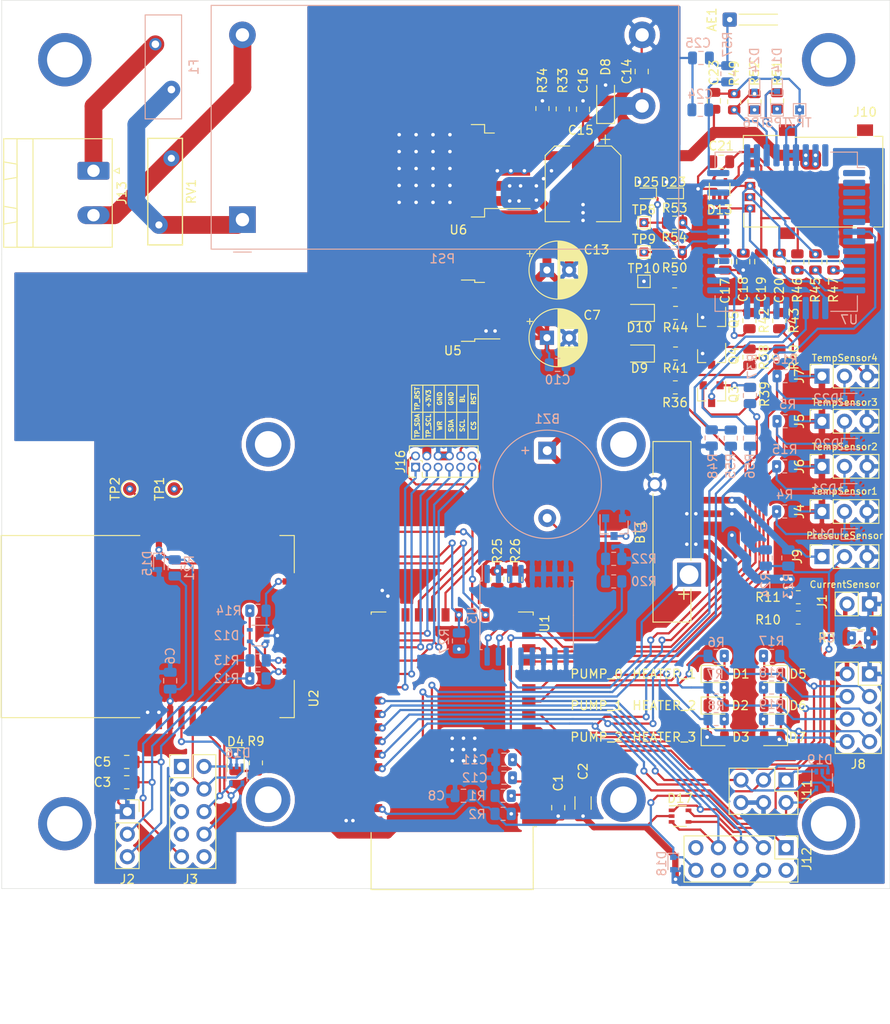
<source format=kicad_pcb>
(kicad_pcb (version 20171130) (host pcbnew 5.1.10-88a1d61d58~90~ubuntu20.04.1)
  (layers (0 F.Cu mixed) (31 B.Cu mixed) (34 B.Paste user hide) (35 F.Paste user hide) (36 B.SilkS user) (37 F.SilkS user) (38 B.Mask user hide) (39 F.Mask user hide) (44 Edge.Cuts user))
  (net 0 "")
  (net 1 Earth)
  (net 2 "/Power Supply/N")
  (net 3 +5V)
  (net 4 "Net-(BT1-Pad1)")
  (net 5 "Net-(BZ1-Pad2)")
  (net 6 +3V3)
  (net 7 "Net-(C3-Pad1)")
  (net 8 CURRENT)
  (net 9 "Net-(C5-Pad1)")
  (net 10 PRESSURE)
  (net 11 "Net-(D1-Pad2)")
  (net 12 "Net-(D2-Pad2)")
  (net 13 "Net-(D3-Pad2)")
  (net 14 "Net-(D4-Pad2)")
  (net 15 "Net-(D5-Pad2)")
  (net 16 "Net-(D6-Pad2)")
  (net 17 "Net-(D7-Pad2)")
  (net 18 "/Power Supply/L")
  (net 19 CC_RST)
  (net 20 DS18B20_1)
  (net 21 DS18B20_3)
  (net 22 DS18B20_2)
  (net 23 DS18B20_4)
  (net 24 PUMP0)
  (net 25 PUMP2)
  (net 26 HEATER3)
  (net 27 PUMP1)
  (net 28 HEATER2)
  (net 29 HEATER1)
  (net 30 NETLIGHT)
  (net 31 ESP32_EN)
  (net 32 ESP32_IO0)
  (net 33 /JTAG_TDI)
  (net 34 /JTAG_TDO)
  (net 35 /JTAG_TCK)
  (net 36 /JTAG_TMS)
  (net 37 "Net-(Q1-Pad1)")
  (net 38 "Net-(R9-Pad1)")
  (net 39 BUZZER)
  (net 40 RTC_SCL)
  (net 41 RTC_SDA)
  (net 42 /LCD_BL)
  (net 43 /TP_SCL)
  (net 44 /TP_SDA)
  (net 45 /CC2538_U1TXD)
  (net 46 /CC2538_U1RXD)
  (net 47 /LCD_WR)
  (net 48 /LCD_SCL)
  (net 49 /LCD_CS)
  (net 50 /LCD_RST)
  (net 51 /TP_RST)
  (net 52 "Net-(AE1-Pad1)")
  (net 53 +4V)
  (net 54 "Net-(C17-Pad1)")
  (net 55 "Net-(C18-Pad1)")
  (net 56 "Net-(C19-Pad1)")
  (net 57 "Net-(C20-Pad1)")
  (net 58 "Net-(C21-Pad1)")
  (net 59 RF_ANT)
  (net 60 "Net-(D9-Pad1)")
  (net 61 "Net-(D10-Pad1)")
  (net 62 "Net-(D12-Pad4)")
  (net 63 "Net-(D12-Pad3)")
  (net 64 "Net-(D12-Pad1)")
  (net 65 "Net-(D14-Pad1)")
  (net 66 SIM_RXD)
  (net 67 SIM_TXD)
  (net 68 PWRKEY)
  (net 69 "Net-(Q3-Pad1)")
  (net 70 "Net-(Q4-Pad3)")
  (net 71 "Net-(Q4-Pad1)")
  (net 72 "Net-(Q5-Pad3)")
  (net 73 "Net-(Q5-Pad1)")
  (net 74 "Net-(R33-Pad1)")
  (net 75 SIM_NETLIGHT)
  (net 76 SIM_PWR)
  (net 77 RFTXMON)
  (net 78 "Net-(R45-Pad1)")
  (net 79 "Net-(R46-Pad1)")
  (net 80 "Net-(R47-Pad1)")
  (net 81 "Net-(R48-Pad1)")
  (net 82 "Net-(R56-Pad2)")
  (net 83 "Net-(F1-Pad1)")
  (net 84 "Net-(D16-Pad5)")
  (net 85 "Net-(D16-Pad4)")
  (net 86 "Net-(D16-Pad3)")
  (net 87 "Net-(D16-Pad1)")
  (net 88 /LCD_SDA)
  (net 89 "Net-(R51-Pad1)")
  (net 90 "Net-(R52-Pad1)")
  (net 91 "Net-(R53-Pad1)")
  (net 92 "Net-(R54-Pad1)")
  (net 93 "Net-(D23-Pad1)")
  (net 94 "Net-(D24-Pad1)")
  (net 95 "Net-(D25-Pad1)")
  (module Resistor_SMD:R_0805_2012Metric (layer B.Cu) (at 147.066 120.4995 270)
    (fp_text reference R27 (at 0 1.65 90) (layer B.SilkS) (effects (justify mirror)))
    (fp_text value 10k hide)
    (pad 2 smd roundrect (at 0.9125 0 270) (size 1.025 1.4) (layers B.Cu B.Paste B.Mask) (roundrect_rratio 0.2439014634146341) (net 6 +3V3))
    (pad 1 smd roundrect (at -0.9125 0 270) (size 1.025 1.4) (layers B.Cu B.Paste B.Mask) (roundrect_rratio 0.2439014634146341) (net 46 /CC2538_U1RXD))
  )
  (module Capacitor_SMD:C_0805_2012Metric (layer B.Cu) (at 147.574 137.922)
    (fp_text reference C8 (at -3.048 0) (layer B.SilkS) (effects (justify mirror)))
    (fp_text value 1uF hide)
    (pad 2 smd roundrect (at 0.95 0) (size 1 1.45) (layers B.Cu B.Paste B.Mask) (net 31 ESP32_EN))
    (pad 1 smd roundrect (at -0.95 0) (size 1 1.45) (layers B.Cu B.Paste B.Mask) (net 1 Earth))
  )
  (module Connector_Card:NANOSIM_HINGE_1.5H (layer F.Cu) (at 187.386 67.692 90)
    (fp_text reference J10 (at 6.732 5.4 180) (layer F.SilkS))
    (fp_text value SIM_Card)
    (pad SH smd rect (at 4.7 -3.4 90) (size 1.3 1.8) (layers F.Cu F.Paste F.Mask))
    (pad SH smd rect (at -6.9 -3.4 90) (size 1.3 1.8) (layers F.Cu F.Paste F.Mask))
    (pad SH smd rect (at 4.7 5.4 90) (size 1.3 1.8) (layers F.Cu F.Paste F.Mask))
    (pad 7 smd rect (at 2.24 -7.556 90) (size 0.9 1.2) (layers F.Cu F.Paste F.Mask) (net 58 "Net-(C21-Pad1)"))
    (pad 3 smd rect (at 0.97 -7.556 90) (size 0.9 1.2) (layers F.Cu F.Paste F.Mask) (net 56 "Net-(C19-Pad1)"))
    (pad 6 smd rect (at -0.3 -7.556 90) (size 0.9 1.2) (layers F.Cu F.Paste F.Mask))
    (pad 2 smd rect (at -1.57 -7.556 90) (size 0.9 1.2) (layers F.Cu F.Paste F.Mask) (net 55 "Net-(C18-Pad1)"))
    (pad 5 smd rect (at -2.84 -7.556 90) (size 0.9 1.2) (layers F.Cu F.Paste F.Mask) (net 57 "Net-(C20-Pad1)"))
    (pad 1 smd rect (at -4.11 -7.556 90) (size 0.9 1.2) (layers F.Cu F.Paste F.Mask) (net 54 "Net-(C17-Pad1)"))
    (pad SH smd rect (at -6.9 5.4 90) (size 1.3 1.8) (layers F.Cu F.Paste F.Mask))
  )
  (module RF_Module:ESP32-S2-WROVER (layer F.Cu) (at 146.304 129.032 180)
    (fp_text reference U1 (at -10.41 10.53 90) (layer F.SilkS))
    (fp_text value ESP32-S2-WROVER-I)
    (pad 1 smd rect (at -8.625 -11.775 180) (size 1.5 0.9) (layers F.Cu F.Paste F.Mask) (net 1 Earth))
    (pad 15 smd rect (at -8.625 9.225) (size 1.5 0.9) (layers F.Cu F.Paste F.Mask) (net 21 DS18B20_3))
    (pad 16 smd rect (at -8.625 10.725) (size 1.5 0.9) (layers F.Cu F.Paste F.Mask) (net 23 DS18B20_4))
    (pad 17 smd rect (at -6.75 11.475 180) (size 0.9 1.5) (layers F.Cu F.Paste F.Mask) (net 41 RTC_SDA))
    (pad 18 smd rect (at -5.25 11.475 180) (size 0.9 1.5) (layers F.Cu F.Paste F.Mask) (net 40 RTC_SCL))
    (pad 19 smd rect (at -3.75 11.475 180) (size 0.9 1.5) (layers F.Cu F.Paste F.Mask) (net 19 CC_RST))
    (pad 20 smd rect (at -2.25 11.475 180) (size 0.9 1.5) (layers F.Cu F.Paste F.Mask) (net 45 /CC2538_U1TXD))
    (pad 21 smd rect (at -0.75 11.475 180) (size 0.9 1.5) (layers F.Cu F.Paste F.Mask) (net 46 /CC2538_U1RXD))
    (pad 22 smd rect (at 0.75 11.475 180) (size 0.9 1.5) (layers F.Cu F.Paste F.Mask) (net 42 /LCD_BL))
    (pad 23 smd rect (at 2.25 11.475 180) (size 0.9 1.5) (layers F.Cu F.Paste F.Mask) (net 50 /LCD_RST))
    (pad 24 smd rect (at 3.75 11.475 180) (size 0.9 1.5) (layers F.Cu F.Paste F.Mask) (net 51 /TP_RST))
    (pad 2 smd rect (at -8.625 -10.275 180) (size 1.5 0.9) (layers F.Cu F.Paste F.Mask) (net 6 +3V3))
    (pad 3 smd rect (at -8.625 -8.775 180) (size 1.5 0.9) (layers F.Cu F.Paste F.Mask) (net 32 ESP32_IO0))
    (pad 4 smd rect (at -8.625 -7.275 180) (size 1.5 0.9) (layers F.Cu F.Paste F.Mask) (net 10 PRESSURE))
    (pad 5 smd rect (at -8.625 -5.775 180) (size 1.5 0.9) (layers F.Cu F.Paste F.Mask) (net 8 CURRENT))
    (pad 6 smd rect (at -8.625 -4.275 180) (size 1.5 0.9) (layers F.Cu F.Paste F.Mask) (net 39 BUZZER))
    (pad 7 smd rect (at -8.625 -2.775 180) (size 1.5 0.9) (layers F.Cu F.Paste F.Mask) (net 29 HEATER1))
    (pad 8 smd rect (at -8.625 -1.275 180) (size 1.5 0.9) (layers F.Cu F.Paste F.Mask) (net 28 HEATER2))
    (pad 9 smd rect (at -8.625 0.225 180) (size 1.5 0.9) (layers F.Cu F.Paste F.Mask) (net 26 HEATER3))
    (pad 10 smd rect (at -8.625 1.725 180) (size 1.5 0.9) (layers F.Cu F.Paste F.Mask) (net 24 PUMP0))
    (pad 11 smd rect (at -8.625 3.225 180) (size 1.5 0.9) (layers F.Cu F.Paste F.Mask) (net 27 PUMP1))
    (pad 12 smd rect (at -8.625 4.725 180) (size 1.5 0.9) (layers F.Cu F.Paste F.Mask) (net 25 PUMP2))
    (pad 13 smd rect (at -8.625 6.225 180) (size 1.5 0.9) (layers F.Cu F.Paste F.Mask) (net 20 DS18B20_1))
    (pad 14 smd rect (at -8.625 7.725 180) (size 1.5 0.9) (layers F.Cu F.Paste F.Mask) (net 22 DS18B20_2))
    (pad 38 smd rect (at 8.625 -5.675 180) (size 1.5 0.9) (layers F.Cu F.Paste F.Mask) (net 67 SIM_TXD))
    (pad 37 smd rect (at 8.625 -4.175 180) (size 1.5 0.9) (layers F.Cu F.Paste F.Mask) (net 66 SIM_RXD))
    (pad 36 smd rect (at 8.625 -2.675 180) (size 1.5 0.9) (layers F.Cu F.Paste F.Mask) (net 36 /JTAG_TMS))
    (pad 35 smd rect (at 8.625 -1.175 180) (size 1.5 0.9) (layers F.Cu F.Paste F.Mask) (net 33 /JTAG_TDI))
    (pad 34 smd rect (at 8.625 0.325 180) (size 1.5 0.9) (layers F.Cu F.Paste F.Mask) (net 34 /JTAG_TDO))
    (pad 33 smd rect (at 8.625 1.825 180) (size 1.5 0.9) (layers F.Cu F.Paste F.Mask) (net 35 /JTAG_TCK))
    (pad 32 smd rect (at 8.625 3.325 180) (size 1.5 0.9) (layers F.Cu F.Paste F.Mask) (net 44 /TP_SDA))
    (pad 31 smd rect (at 8.625 4.825 180) (size 1.5 0.9) (layers F.Cu F.Paste F.Mask) (net 43 /TP_SCL))
    (pad 30 smd rect (at 8.625 6.325 180) (size 1.5 0.9) (layers F.Cu F.Paste F.Mask) (net 48 /LCD_SCL))
    (pad 29 smd rect (at 8.625 7.825 180) (size 1.5 0.9) (layers F.Cu F.Paste F.Mask) (net 88 /LCD_SDA))
    (pad 28 smd rect (at 8.625 9.325 180) (size 1.5 0.9) (layers F.Cu F.Paste F.Mask) (net 49 /LCD_CS))
    (pad 27 smd rect (at 8.625 10.825 180) (size 1.5 0.9) (layers F.Cu F.Paste F.Mask) (net 47 /LCD_WR))
    (pad 26 smd rect (at 6.75 11.475 180) (size 0.9 1.5) (layers F.Cu F.Paste F.Mask) (net 1 Earth))
    (pad 25 smd rect (at 5.25 11.475 180) (size 0.9 1.5) (layers F.Cu F.Paste F.Mask))
    (pad 39 smd rect (at 8.625 -7.175 180) (size 1.5 0.9) (layers F.Cu F.Paste F.Mask) (net 76 SIM_PWR))
    (pad 40 smd rect (at 8.625 -8.775 180) (size 1.5 0.9) (layers F.Cu F.Paste F.Mask) (net 75 SIM_NETLIGHT))
    (pad 41 smd rect (at 8.625 -10.275 180) (size 1.5 0.9) (layers F.Cu F.Paste F.Mask) (net 31 ESP32_EN))
    (pad 42 smd rect (at 8.625 -11.675 180) (size 1.5 0.9) (layers F.Cu F.Paste F.Mask) (net 1 Earth))
    (pad 43 smd rect (at -1.19 -3.735 180) (size 4.1 4.1) (layers F.Cu F.Paste F.Mask) (net 1 Earth))
  )
  (module Capacitor_THT:CP_Radial_D6.3mm_P2.50mm (layer F.Cu) (at 156.972 78.74)
    (fp_text reference C13 (at 5.588 -2.286) (layer F.SilkS))
    (fp_text value 470uF hide)
    (pad 2 thru_hole circle (at 2.5 0) (size 1.6 1.6) (drill 0.8) (layers *.Cu *.Mask) (net 1 Earth))
    (pad 1 thru_hole rect (at 0 0) (size 1.6 1.6) (drill 0.8) (layers *.Cu *.Mask) (net 3 +5V))
  )
  (module Capacitor_THT:CP_Radial_D6.3mm_P2.50mm (layer F.Cu) (at 156.972 86.36)
    (fp_text reference C7 (at 5.08 -2.54) (layer F.SilkS))
    (fp_text value 470uF hide)
    (pad 2 thru_hole circle (at 2.5 0) (size 1.6 1.6) (drill 0.8) (layers *.Cu *.Mask) (net 1 Earth))
    (pad 1 thru_hole rect (at 0 0) (size 1.6 1.6) (drill 0.8) (layers *.Cu *.Mask) (net 6 +3V3))
  )
  (module Converter_ACDC:Converter_ACDC_MeanWell_IRM-20-xx_THT (layer B.Cu) (at 122.688 73.064)
    (fp_text reference PS1 (at 22.5 4.406) (layer B.SilkS) (effects (justify mirror)))
    (fp_text value IRM-20-5 hide)
    (pad 1 thru_hole rect (at 0 0) (size 3 3) (drill 1.5) (layers *.Cu *.Mask) (net 83 "Net-(F1-Pad1)"))
    (pad 4 thru_hole circle (at 45 -12.8) (size 3 3) (drill 1.5) (layers *.Cu *.Mask) (net 3 +5V))
    (pad 2 thru_hole circle (at 0 -20.8) (size 3 3) (drill 1.5) (layers *.Cu *.Mask) (net 2 "/Power Supply/N"))
    (pad 3 thru_hole circle (at 45 -20.8) (size 3 3) (drill 1.5) (layers *.Cu *.Mask) (net 1 Earth))
  )
  (module Capacitor_SMD:CP_Elec_8x10 (layer F.Cu) (at 161.036 69.036 270)
    (fp_text reference C15 (at -6.044 0.254 180) (layer F.SilkS))
    (fp_text value "SMDCAP-470mkf - 10v" hide)
    (pad 2 smd roundrect (at 3.25 0 270) (size 3.5 2.5) (layers F.Cu F.Paste F.Mask) (roundrect_rratio 0.1) (net 1 Earth))
    (pad 1 smd roundrect (at -3.25 0 270) (size 3.5 2.5) (layers F.Cu F.Paste F.Mask) (roundrect_rratio 0.1) (net 53 +4V))
  )
  (module Capacitor_SMD:C_0805_2012Metric (layer F.Cu) (at 176.596 66.548 180)
    (fp_text reference C21 (at 0 1.778) (layer F.SilkS))
    (fp_text value 33pF hide)
    (pad 2 smd roundrect (at 0.95 0 180) (size 1 1.45) (layers F.Cu F.Paste F.Mask) (net 1 Earth))
    (pad 1 smd roundrect (at -0.95 0 180) (size 1 1.45) (layers F.Cu F.Paste F.Mask) (net 58 "Net-(C21-Pad1)"))
  )
  (module Diode_SMD:D_SOD-523 (layer F.Cu) (at 168.148 70.104 180)
    (fp_text reference D25 (at 0 1.27) (layer F.SilkS))
    (fp_text value ESD5Z3.3T1G hide)
    (pad 1 smd rect (at -0.7 0) (size 0.6 0.7) (layers F.Cu F.Paste F.Mask) (net 95 "Net-(D25-Pad1)"))
    (pad 2 smd rect (at 0.7 0) (size 0.6 0.7) (layers F.Cu F.Paste F.Mask) (net 1 Earth))
  )
  (module Diode_SMD:D_SOD-523 (layer B.Cu) (at 180.34 57.912 90)
    (fp_text reference D24 (at 2.794 0 90) (layer B.SilkS) (effects (justify mirror)))
    (fp_text value ESD5Z3.3T1G hide)
    (pad 1 smd rect (at -0.7 0 270) (size 0.6 0.7) (layers B.Cu B.Paste B.Mask) (net 94 "Net-(D24-Pad1)"))
    (pad 2 smd rect (at 0.7 0 270) (size 0.6 0.7) (layers B.Cu B.Paste B.Mask) (net 1 Earth))
  )
  (module Diode_SMD:D_SOD-523 (layer F.Cu) (at 171.196 70.104 180)
    (fp_text reference D23 (at 0 1.27) (layer F.SilkS))
    (fp_text value ESD5Z3.3T1G hide)
    (pad 1 smd rect (at -0.7 0) (size 0.6 0.7) (layers F.Cu F.Paste F.Mask) (net 93 "Net-(D23-Pad1)"))
    (pad 2 smd rect (at 0.7 0) (size 0.6 0.7) (layers F.Cu F.Paste F.Mask) (net 1 Earth))
  )
  (module Diode_SMD:D_SOD-523 (layer B.Cu) (at 182.88 57.912 90)
    (fp_text reference D14 (at 2.794 0 90) (layer B.SilkS) (effects (justify mirror)))
    (fp_text value ESD5Z3.3T1G hide)
    (pad 1 smd rect (at -0.7 0 270) (size 0.6 0.7) (layers B.Cu B.Paste B.Mask) (net 65 "Net-(D14-Pad1)"))
    (pad 2 smd rect (at 0.7 0 270) (size 0.6 0.7) (layers B.Cu B.Paste B.Mask) (net 1 Earth))
  )
  (module TestPoint:TestPoint_Pad_1.0x1.0mm (layer F.Cu) (at 167.894 80.01)
    (fp_text reference TP10 (at 0 -1.448) (layer F.SilkS))
    (fp_text value GND hide)
    (pad 1 smd rect (at 0 0) (size 1 1) (layers F.Cu F.Mask) (net 1 Earth))
  )
  (module TestPoint:TestPoint_Pad_1.0x1.0mm (layer F.Cu) (at 167.894 76.708)
    (fp_text reference TP9 (at 0 -1.448) (layer F.SilkS))
    (fp_text value AUX_RXD hide)
    (pad 1 smd rect (at 0 0) (size 1 1) (layers F.Cu F.Mask) (net 92 "Net-(R54-Pad1)"))
  )
  (module TestPoint:TestPoint_Pad_1.0x1.0mm (layer F.Cu) (at 167.894 73.406)
    (fp_text reference TP8 (at 0 -1.448) (layer F.SilkS))
    (fp_text value AUX_TXD hide)
    (pad 1 smd rect (at 0 0) (size 1 1) (layers F.Cu F.Mask) (net 91 "Net-(R53-Pad1)"))
  )
  (module TestPoint:TestPoint_Pad_1.0x1.0mm (layer B.Cu) (at 185.42 60.706)
    (fp_text reference TP7 (at 0 1.448) (layer B.SilkS) (effects (justify mirror)))
    (fp_text value GND hide)
    (pad 1 smd rect (at 0 0) (size 1 1) (layers B.Cu B.Mask) (net 1 Earth))
  )
  (module TestPoint:TestPoint_Pad_1.0x1.0mm (layer B.Cu) (at 180.34 60.706)
    (fp_text reference TP6 (at 0 1.448) (layer B.SilkS) (effects (justify mirror)))
    (fp_text value DBG_RXD hide)
    (pad 1 smd rect (at 0 0) (size 1 1) (layers B.Cu B.Mask) (net 90 "Net-(R52-Pad1)"))
  )
  (module TestPoint:TestPoint_Pad_1.0x1.0mm (layer B.Cu) (at 182.88 60.706)
    (fp_text reference TP5 (at 0 1.448) (layer B.SilkS) (effects (justify mirror)))
    (fp_text value DBG_TXD hide)
    (pad 1 smd rect (at 0 0) (size 1 1) (layers B.Cu B.Mask) (net 89 "Net-(R51-Pad1)"))
  )
  (module Connector_PinSocket_2.54mm:PinSocket_1x03_P2.54mm_Vertical (layer F.Cu) (at 187.932 90.678 90)
    (fp_text reference J7 (at 0 -2.54 90) (layer F.SilkS))
    (fp_text value DS18B20)
    (pad 3 thru_hole oval (at 0 5.08 90) (size 1.7 1.7) (drill 1) (layers *.Cu *.Mask) (net 1 Earth))
    (pad 2 thru_hole oval (at 0 2.54 90) (size 1.7 1.7) (drill 1) (layers *.Cu *.Mask) (net 23 DS18B20_4))
    (pad 1 thru_hole rect (at 0 0 90) (size 1.7 1.7) (drill 1) (layers *.Cu *.Mask) (net 6 +3V3))
  )
  (module Diode_SMD:D_SOD-523 (layer B.Cu) (at 191.2 93.218)
    (fp_text reference D22 (at -2.794 0) (layer B.SilkS) (effects (justify mirror)))
    (fp_text value ESD5Z3.3T1G hide)
    (pad 1 smd rect (at -0.7 0 180) (size 0.6 0.7) (layers B.Cu B.Paste B.Mask) (net 23 DS18B20_4))
    (pad 2 smd rect (at 0.7 0 180) (size 0.6 0.7) (layers B.Cu B.Paste B.Mask) (net 1 Earth))
  )
  (module Diode_SMD:D_SOD-523 (layer B.Cu) (at 191.2 103.378)
    (fp_text reference D21 (at -3.048 0) (layer B.SilkS) (effects (justify mirror)))
    (fp_text value ESD5Z3.3T1G hide)
    (pad 1 smd rect (at -0.7 0 180) (size 0.6 0.7) (layers B.Cu B.Paste B.Mask) (net 22 DS18B20_2))
    (pad 2 smd rect (at 0.7 0 180) (size 0.6 0.7) (layers B.Cu B.Paste B.Mask) (net 1 Earth))
  )
  (module Diode_SMD:D_SOD-523 (layer B.Cu) (at 191.262 98.298)
    (fp_text reference D20 (at -2.794 0) (layer B.SilkS) (effects (justify mirror)))
    (fp_text value ESD5Z3.3T1G hide)
    (pad 1 smd rect (at -0.7 0 180) (size 0.6 0.7) (layers B.Cu B.Paste B.Mask) (net 21 DS18B20_3))
    (pad 2 smd rect (at 0.7 0 180) (size 0.6 0.7) (layers B.Cu B.Paste B.Mask) (net 1 Earth))
  )
  (module Diode_SMD:D_SOD-523 (layer B.Cu) (at 191.262 108.458)
    (fp_text reference D11 (at -3.302 0) (layer B.SilkS) (effects (justify mirror)))
    (fp_text value ESD5Z3.3T1G hide)
    (pad 1 smd rect (at -0.7 0 180) (size 0.6 0.7) (layers B.Cu B.Paste B.Mask) (net 20 DS18B20_1))
    (pad 2 smd rect (at 0.7 0 180) (size 0.6 0.7) (layers B.Cu B.Paste B.Mask) (net 1 Earth))
  )
  (module Connector_PinSocket_2.54mm:PinSocket_1x03_P2.54mm_Vertical (layer F.Cu) (at 109.728 139.7)
    (fp_text reference J2 (at 0 7.62) (layer F.SilkS))
    (fp_text value CC2538_USB)
    (pad 3 thru_hole oval (at 0 5.08) (size 1.7 1.7) (drill 1) (layers *.Cu *.Mask) (net 9 "Net-(C5-Pad1)"))
    (pad 2 thru_hole oval (at 0 2.54) (size 1.7 1.7) (drill 1) (layers *.Cu *.Mask) (net 7 "Net-(C3-Pad1)"))
    (pad 1 thru_hole rect (at 0 0) (size 1.7 1.7) (drill 1) (layers *.Cu *.Mask) (net 1 Earth))
  )
  (module Package_TO_SOT_SMD:SOT-353_SC-70-5 (layer B.Cu) (at 187.96 136.144 270)
    (fp_text reference D19 (at -2.286 0.254 180) (layer B.SilkS) (effects (justify mirror)))
    (fp_text value PESD5V0L4UG hide)
    (pad 5 smd rect (at 0.95 0.65 270) (size 0.65 0.4) (layers B.Cu B.Paste B.Mask) (net 31 ESP32_EN))
    (pad 4 smd rect (at 0.95 -0.65 270) (size 0.65 0.4) (layers B.Cu B.Paste B.Mask) (net 66 SIM_RXD))
    (pad 2 smd rect (at -0.95 0 270) (size 0.65 0.4) (layers B.Cu B.Paste B.Mask) (net 1 Earth))
    (pad 3 smd rect (at -0.95 -0.65 270) (size 0.65 0.4) (layers B.Cu B.Paste B.Mask) (net 67 SIM_TXD))
    (pad 1 smd rect (at -0.95 0.65 270) (size 0.65 0.4) (layers B.Cu B.Paste B.Mask) (net 32 ESP32_IO0))
  )
  (module Diode_SMD:D_SOD-523 (layer B.Cu) (at 171.196 145.542 270)
    (fp_text reference D18 (at 0 1.3 270) (layer B.SilkS) (effects (justify mirror)))
    (fp_text value ESD5Z3.3T1G hide)
    (pad 1 smd rect (at -0.7 0 90) (size 0.6 0.7) (layers B.Cu B.Paste B.Mask) (net 31 ESP32_EN))
    (pad 2 smd rect (at 0.7 0 90) (size 0.6 0.7) (layers B.Cu B.Paste B.Mask) (net 1 Earth))
  )
  (module Package_TO_SOT_SMD:SOT-353_SC-70-5 (layer F.Cu) (at 171.958 140.208)
    (fp_text reference D17 (at 0 -2) (layer F.SilkS))
    (fp_text value PESD5V0L4UG hide)
    (pad 5 smd rect (at 0.95 -0.65) (size 0.65 0.4) (layers F.Cu F.Paste F.Mask) (net 35 /JTAG_TCK))
    (pad 4 smd rect (at 0.95 0.65) (size 0.65 0.4) (layers F.Cu F.Paste F.Mask) (net 34 /JTAG_TDO))
    (pad 2 smd rect (at -0.95 0) (size 0.65 0.4) (layers F.Cu F.Paste F.Mask) (net 1 Earth))
    (pad 3 smd rect (at -0.95 0.65) (size 0.65 0.4) (layers F.Cu F.Paste F.Mask) (net 33 /JTAG_TDI))
    (pad 1 smd rect (at -0.95 -0.65) (size 0.65 0.4) (layers F.Cu F.Paste F.Mask) (net 36 /JTAG_TMS))
  )
  (module Package_TO_SOT_SMD:SOT-353_SC-70-5 (layer B.Cu) (at 122.032 135.57 270)
    (fp_text reference D16 (at -2.474 -0.142 180) (layer B.SilkS) (effects (justify mirror)))
    (fp_text value PESD5V0L4UG hide)
    (pad 5 smd rect (at 0.95 0.65 270) (size 0.65 0.4) (layers B.Cu B.Paste B.Mask) (net 84 "Net-(D16-Pad5)"))
    (pad 4 smd rect (at 0.95 -0.65 270) (size 0.65 0.4) (layers B.Cu B.Paste B.Mask) (net 85 "Net-(D16-Pad4)"))
    (pad 2 smd rect (at -0.95 0 270) (size 0.65 0.4) (layers B.Cu B.Paste B.Mask) (net 1 Earth))
    (pad 3 smd rect (at -0.95 -0.65 270) (size 0.65 0.4) (layers B.Cu B.Paste B.Mask) (net 86 "Net-(D16-Pad3)"))
    (pad 1 smd rect (at -0.95 0.65 270) (size 0.65 0.4) (layers B.Cu B.Paste B.Mask) (net 87 "Net-(D16-Pad1)"))
  )
  (module Diode_SMD:D_SOD-523 (layer B.Cu) (at 113.284 111.76 270)
    (fp_text reference D15 (at 0 1.3 270) (layer B.SilkS) (effects (justify mirror)))
    (fp_text value ESD5Z3.3T1G hide)
    (pad 1 smd rect (at -0.7 0 90) (size 0.6 0.7) (layers B.Cu B.Paste B.Mask) (net 19 CC_RST))
    (pad 2 smd rect (at 0.7 0 90) (size 0.6 0.7) (layers B.Cu B.Paste B.Mask) (net 1 Earth))
  )
  (module Connector_PinHeader_1.27mm:PinHeader_2x06_P1.27mm_Vertical (layer F.Cu) (at 142.178 100.934 90)
    (fp_text reference J16 (at 0.635 -1.695 90) (layer F.SilkS))
    (fp_text value Conn_TFT)
    (pad 12 thru_hole oval (at 1.27 6.35 90) (size 1 1) (drill 0.65) (layers *.Cu *.Mask) (net 50 /LCD_RST))
    (pad 11 thru_hole oval (at 0 6.35 90) (size 1 1) (drill 0.65) (layers *.Cu *.Mask) (net 49 /LCD_CS))
    (pad 10 thru_hole oval (at 1.27 5.08 90) (size 1 1) (drill 0.65) (layers *.Cu *.Mask) (net 42 /LCD_BL))
    (pad 9 thru_hole oval (at 0 5.08 90) (size 1 1) (drill 0.65) (layers *.Cu *.Mask) (net 48 /LCD_SCL))
    (pad 8 thru_hole oval (at 1.27 3.81 90) (size 1 1) (drill 0.65) (layers *.Cu *.Mask) (net 1 Earth))
    (pad 7 thru_hole oval (at 0 3.81 90) (size 1 1) (drill 0.65) (layers *.Cu *.Mask) (net 47 /LCD_WR))
    (pad 6 thru_hole oval (at 1.27 2.54 90) (size 1 1) (drill 0.65) (layers *.Cu *.Mask) (net 1 Earth))
    (pad 5 thru_hole oval (at 0 2.54 90) (size 1 1) (drill 0.65) (layers *.Cu *.Mask) (net 88 /LCD_SDA))
    (pad 4 thru_hole oval (at 1.27 1.27 90) (size 1 1) (drill 0.65) (layers *.Cu *.Mask) (net 6 +3V3))
    (pad 3 thru_hole oval (at 0 1.27 90) (size 1 1) (drill 0.65) (layers *.Cu *.Mask) (net 43 /TP_SCL))
    (pad 2 thru_hole oval (at 1.27 0 90) (size 1 1) (drill 0.65) (layers *.Cu *.Mask) (net 51 /TP_RST))
    (pad 1 thru_hole rect (at 0 0 90) (size 1 1) (drill 0.65) (layers *.Cu *.Mask) (net 44 /TP_SDA))
  )
  (module RF_GSM:Quectel_M66 (layer B.Cu) (at 184.912 74.422 180)
    (fp_text reference U7 (at -6.096 -9.906) (layer B.SilkS) (effects (justify mirror)))
    (fp_text value M66)
    (pad 27 smd roundrect (at 8.65 -2.2 180) (size 2.5 0.7) (layers B.Cu B.Mask) (net 1 Earth))
    (pad 14 smd roundrect (at -3.4 -8.6 90) (size 2.5 0.7) (layers B.Cu B.Mask) (net 54 "Net-(C17-Pad1)"))
    (pad 26 smd roundrect (at 8.65 -3.3 180) (size 2.5 0.7) (layers B.Cu B.Mask))
    (pad 37 smd roundrect (at 4.3 8.6 270) (size 2.5 0.7) (layers B.Cu B.Mask) (net 1 Earth))
    (pad 25 smd roundrect (at 8.65 -4.4 180) (size 2.5 0.7) (layers B.Cu B.Mask) (net 77 RFTXMON))
    (pad 20 smd roundrect (at 3.2 -8.6 90) (size 2.5 0.7) (layers B.Cu B.Mask))
    (pad 29 smd roundrect (at 8.65 0 180) (size 2.5 0.7) (layers B.Cu B.Mask) (net 93 "Net-(D23-Pad1)"))
    (pad 3 smd roundrect (at -6.65 4.4 180) (size 2.5 0.7) (layers B.Cu B.Mask))
    (pad 23 smd roundrect (at 8.65 -6.6 180) (size 2.5 0.7) (layers B.Cu B.Mask))
    (pad 36 smd roundrect (at 5.4 8.6 270) (size 2.5 0.7) (layers B.Cu B.Mask) (net 1 Earth))
    (pad 2 smd roundrect (at -6.65 5.5 180) (size 2.5 0.7) (layers B.Cu B.Mask))
    (pad 24 smd roundrect (at 8.65 -5.5 180) (size 2.5 0.7) (layers B.Cu B.Mask))
    (pad 18 smd roundrect (at 1 -8.6 90) (size 2.5 0.7) (layers B.Cu B.Mask) (net 81 "Net-(R48-Pad1)"))
    (pad 21 smd roundrect (at 4.3 -8.6 90) (size 2.5 0.7) (layers B.Cu B.Mask))
    (pad 16 smd roundrect (at -1.2 -8.6 90) (size 2.5 0.7) (layers B.Cu B.Mask) (net 30 NETLIGHT))
    (pad 7 smd roundrect (at -6.65 0 180) (size 2.5 0.7) (layers B.Cu B.Mask) (net 68 PWRKEY))
    (pad 28 smd roundrect (at 8.65 -1.1 180) (size 2.5 0.7) (layers B.Cu B.Mask) (net 95 "Net-(D25-Pad1)"))
    (pad 35 smd roundrect (at 8.65 6.6 180) (size 2.5 0.7) (layers B.Cu B.Mask) (net 59 RF_ANT))
    (pad 5 smd roundrect (at -6.65 2.2 180) (size 2.5 0.7) (layers B.Cu B.Mask))
    (pad 13 smd roundrect (at -6.65 -6.6 180) (size 2.5 0.7) (layers B.Cu B.Mask) (net 79 "Net-(R46-Pad1)"))
    (pad 34 smd roundrect (at 8.65 5.5 180) (size 2.5 0.7) (layers B.Cu B.Mask) (net 1 Earth))
    (pad 32 smd roundrect (at 8.65 3.3 180) (size 2.5 0.7) (layers B.Cu B.Mask))
    (pad 17 smd roundrect (at -0.1 -8.6 90) (size 2.5 0.7) (layers B.Cu B.Mask) (net 82 "Net-(R56-Pad2)"))
    (pad 15 smd roundrect (at -2.3 -8.6 90) (size 2.5 0.7) (layers B.Cu B.Mask))
    (pad 6 smd roundrect (at -6.65 1.1 180) (size 2.5 0.7) (layers B.Cu B.Mask))
    (pad 12 smd roundrect (at -6.65 -5.5 180) (size 2.5 0.7) (layers B.Cu B.Mask) (net 78 "Net-(R45-Pad1)"))
    (pad 9 smd roundrect (at -6.65 -2.2 180) (size 2.5 0.7) (layers B.Cu B.Mask))
    (pad 8 smd roundrect (at -6.65 -1.1 180) (size 2.5 0.7) (layers B.Cu B.Mask))
    (pad 33 smd roundrect (at 8.65 4.4 180) (size 2.5 0.7) (layers B.Cu B.Mask))
    (pad 11 smd roundrect (at -6.65 -4.4 180) (size 2.5 0.7) (layers B.Cu B.Mask) (net 80 "Net-(R47-Pad1)"))
    (pad 19 smd roundrect (at 2.1 -8.6 90) (size 2.5 0.7) (layers B.Cu B.Mask))
    (pad 38 smd roundrect (at 3.2 8.6 270) (size 2.5 0.7) (layers B.Cu B.Mask) (net 94 "Net-(D24-Pad1)"))
    (pad 43 smd roundrect (at -2.3 8.6 270) (size 2.5 0.7) (layers B.Cu B.Mask) (net 53 +4V))
    (pad 4 smd roundrect (at -6.65 3.3 180) (size 2.5 0.7) (layers B.Cu B.Mask))
    (pad 10 smd roundrect (at -6.65 -3.3 180) (size 2.5 0.7) (layers B.Cu B.Mask) (net 57 "Net-(C20-Pad1)"))
    (pad 30 smd roundrect (at 8.65 1.1 180) (size 2.5 0.7) (layers B.Cu B.Mask))
    (pad 39 smd roundrect (at 2.1 8.6 270) (size 2.5 0.7) (layers B.Cu B.Mask) (net 65 "Net-(D14-Pad1)"))
    (pad 42 smd roundrect (at -1.2 8.6 270) (size 2.5 0.7) (layers B.Cu B.Mask) (net 53 +4V))
    (pad 44 smd roundrect (at -3.4 8.6 270) (size 2.5 0.7) (layers B.Cu B.Mask))
    (pad 40 smd roundrect (at 1 8.6 270) (size 2.5 0.7) (layers B.Cu B.Mask) (net 1 Earth))
    (pad 31 smd roundrect (at 8.65 2.2 180) (size 2.5 0.7) (layers B.Cu B.Mask))
    (pad 22 smd roundrect (at 5.4 -8.6 90) (size 2.5 0.7) (layers B.Cu B.Mask))
    (pad 41 smd roundrect (at -0.1 8.6 270) (size 2.5 0.7) (layers B.Cu B.Mask) (net 1 Earth))
    (pad 1 smd roundrect (at -6.65 6.6 180) (size 2.5 0.7) (layers B.Cu B.Mask))
  )
  (module Package_TO_SOT_SMD:TO-263-5_TabPin3 (layer F.Cu) (at 147 67.564 180)
    (fp_text reference U6 (at 0 -6.65) (layer F.SilkS))
    (fp_text value MIC29302WU hide)
    (pad 3 smd rect (at 3.375 0 180) (size 9.4 10.8) (layers F.Cu F.Mask) (net 1 Earth))
    (pad 5 smd rect (at -5.775 3.4 180) (size 4.6 1.1) (layers F.Cu F.Paste F.Mask) (net 74 "Net-(R33-Pad1)"))
    (pad 4 smd rect (at -5.775 1.7 180) (size 4.6 1.1) (layers F.Cu F.Paste F.Mask) (net 53 +4V))
    (pad 3 smd rect (at -5.775 0 180) (size 4.6 1.1) (layers F.Cu F.Paste F.Mask) (net 1 Earth))
    (pad 2 smd rect (at -5.775 -1.7 180) (size 4.6 1.1) (layers F.Cu F.Paste F.Mask) (net 3 +5V))
    (pad 1 smd rect (at -5.775 -3.4 180) (size 4.6 1.1) (layers F.Cu F.Paste F.Mask) (net 3 +5V))
  )
  (module Resistor_SMD:R_0805_2012Metric (layer B.Cu) (at 177.292 56.642 270)
    (fp_text reference R57 (at -3.302 0 90) (layer B.SilkS) (effects (justify mirror)))
    (fp_text value 0R hide)
    (pad 2 smd roundrect (at 0.9125 0 270) (size 1.025 1.4) (layers B.Cu B.Paste B.Mask) (roundrect_rratio 0.2439014634146341) (net 59 RF_ANT))
    (pad 1 smd roundrect (at -0.9125 0 270) (size 1.025 1.4) (layers B.Cu B.Paste B.Mask) (roundrect_rratio 0.2439014634146341) (net 52 "Net-(AE1-Pad1)"))
  )
  (module Resistor_SMD:R_0805_2012Metric (layer B.Cu) (at 179.832 97.663 90)
    (fp_text reference R56 (at -3.142001 0.012001 90) (layer B.SilkS) (effects (justify mirror)))
    (fp_text value 1k hide)
    (pad 2 smd roundrect (at 0.9125 0 90) (size 1.025 1.4) (layers B.Cu B.Paste B.Mask) (roundrect_rratio 0.2439014634146341) (net 82 "Net-(R56-Pad2)"))
    (pad 1 smd roundrect (at -0.9125 0 90) (size 1.025 1.4) (layers B.Cu B.Paste B.Mask) (roundrect_rratio 0.2439014634146341) (net 66 SIM_RXD))
  )
  (module Resistor_SMD:R_0805_2012Metric (layer B.Cu) (at 177.673 97.663 90)
    (fp_text reference R55 (at -3.142001 -0.016999 90) (layer B.SilkS) (effects (justify mirror)))
    (fp_text value 1k hide)
    (pad 2 smd roundrect (at 0.9125 0 90) (size 1.025 1.4) (layers B.Cu B.Paste B.Mask) (roundrect_rratio 0.2439014634146341) (net 81 "Net-(R48-Pad1)"))
    (pad 1 smd roundrect (at -0.9125 0 90) (size 1.025 1.4) (layers B.Cu B.Paste B.Mask) (roundrect_rratio 0.2439014634146341) (net 67 SIM_TXD))
  )
  (module Resistor_SMD:R_0805_2012Metric (layer F.Cu) (at 171.2995 76.708)
    (fp_text reference R54 (at 0 -1.65) (layer F.SilkS))
    (fp_text value 1k hide)
    (pad 2 smd roundrect (at 0.9125 0) (size 1.025 1.4) (layers F.Cu F.Paste F.Mask) (roundrect_rratio 0.2439014634146341) (net 95 "Net-(D25-Pad1)"))
    (pad 1 smd roundrect (at -0.9125 0) (size 1.025 1.4) (layers F.Cu F.Paste F.Mask) (roundrect_rratio 0.2439014634146341) (net 92 "Net-(R54-Pad1)"))
  )
  (module Resistor_SMD:R_0805_2012Metric (layer F.Cu) (at 171.3465 73.406)
    (fp_text reference R53 (at 0 -1.65) (layer F.SilkS))
    (fp_text value 1k hide)
    (pad 2 smd roundrect (at 0.9125 0) (size 1.025 1.4) (layers F.Cu F.Paste F.Mask) (roundrect_rratio 0.2439014634146341) (net 93 "Net-(D23-Pad1)"))
    (pad 1 smd roundrect (at -0.9125 0) (size 1.025 1.4) (layers F.Cu F.Paste F.Mask) (roundrect_rratio 0.2439014634146341) (net 91 "Net-(R53-Pad1)"))
  )
  (module Resistor_SMD:R_0805_2012Metric (layer F.Cu) (at 180.34 59.7935 90)
    (fp_text reference R52 (at 3.215 0 90) (layer F.SilkS))
    (fp_text value 1k hide)
    (pad 2 smd roundrect (at 0.9125 0 90) (size 1.025 1.4) (layers F.Cu F.Paste F.Mask) (roundrect_rratio 0.2439014634146341) (net 94 "Net-(D24-Pad1)"))
    (pad 1 smd roundrect (at -0.9125 0 90) (size 1.025 1.4) (layers F.Cu F.Paste F.Mask) (roundrect_rratio 0.2439014634146341) (net 90 "Net-(R52-Pad1)"))
  )
  (module Resistor_SMD:R_0805_2012Metric (layer F.Cu) (at 182.88 59.69 90)
    (fp_text reference R51 (at 3.1115 0 90) (layer F.SilkS))
    (fp_text value 1k hide)
    (pad 2 smd roundrect (at 0.9125 0 90) (size 1.025 1.4) (layers F.Cu F.Paste F.Mask) (roundrect_rratio 0.2439014634146341) (net 65 "Net-(D14-Pad1)"))
    (pad 1 smd roundrect (at -0.9125 0 90) (size 1.025 1.4) (layers F.Cu F.Paste F.Mask) (roundrect_rratio 0.2439014634146341) (net 89 "Net-(R51-Pad1)"))
  )
  (module Resistor_SMD:R_0805_2012Metric (layer F.Cu) (at 171.3465 80.01 180)
    (fp_text reference R50 (at 0 1.524) (layer F.SilkS))
    (fp_text value 5k6 hide)
    (pad 2 smd roundrect (at 0.9125 0 180) (size 1.025 1.4) (layers F.Cu F.Paste F.Mask) (roundrect_rratio 0.2439014634146341) (net 1 Earth))
    (pad 1 smd roundrect (at -0.9125 0 180) (size 1.025 1.4) (layers F.Cu F.Paste F.Mask) (roundrect_rratio 0.2439014634146341) (net 95 "Net-(D25-Pad1)"))
  )
  (module Resistor_SMD:R_0805_2012Metric (layer F.Cu) (at 178.054 59.7935 90)
    (fp_text reference R49 (at 3.1985 0 90) (layer F.SilkS))
    (fp_text value 5k6 hide)
    (pad 2 smd roundrect (at 0.9125 0 90) (size 1.025 1.4) (layers F.Cu F.Paste F.Mask) (roundrect_rratio 0.2439014634146341) (net 1 Earth))
    (pad 1 smd roundrect (at -0.9125 0 90) (size 1.025 1.4) (layers F.Cu F.Paste F.Mask) (roundrect_rratio 0.2439014634146341) (net 94 "Net-(D24-Pad1)"))
  )
  (module Resistor_SMD:R_0805_2012Metric (layer B.Cu) (at 175.514 97.6395 270)
    (fp_text reference R48 (at 3.175 -0.127 90) (layer B.SilkS) (effects (justify mirror)))
    (fp_text value 5k6 hide)
    (pad 2 smd roundrect (at 0.9125 0 270) (size 1.025 1.4) (layers B.Cu B.Paste B.Mask) (roundrect_rratio 0.2439014634146341) (net 1 Earth))
    (pad 1 smd roundrect (at -0.9125 0 270) (size 1.025 1.4) (layers B.Cu B.Paste B.Mask) (roundrect_rratio 0.2439014634146341) (net 81 "Net-(R48-Pad1)"))
  )
  (module Resistor_SMD:R_0805_2012Metric (layer F.Cu) (at 189.23 77.8275 90)
    (fp_text reference R47 (at -3.1515 0 90) (layer F.SilkS))
    (fp_text value 22R hide)
    (pad 2 smd roundrect (at 0.9125 0 90) (size 1.025 1.4) (layers F.Cu F.Paste F.Mask) (roundrect_rratio 0.2439014634146341) (net 58 "Net-(C21-Pad1)"))
    (pad 1 smd roundrect (at -0.9125 0 90) (size 1.025 1.4) (layers F.Cu F.Paste F.Mask) (roundrect_rratio 0.2439014634146341) (net 80 "Net-(R47-Pad1)"))
  )
  (module Resistor_SMD:R_0805_2012Metric (layer F.Cu) (at 185.166 77.8275 90)
    (fp_text reference R46 (at -3.1515 0 90) (layer F.SilkS))
    (fp_text value 22R hide)
    (pad 2 smd roundrect (at 0.9125 0 90) (size 1.025 1.4) (layers F.Cu F.Paste F.Mask) (roundrect_rratio 0.2439014634146341) (net 56 "Net-(C19-Pad1)"))
    (pad 1 smd roundrect (at -0.9125 0 90) (size 1.025 1.4) (layers F.Cu F.Paste F.Mask) (roundrect_rratio 0.2439014634146341) (net 79 "Net-(R46-Pad1)"))
  )
  (module Resistor_SMD:R_0805_2012Metric (layer F.Cu) (at 187.198 77.8275 90)
    (fp_text reference R45 (at -3.1515 0 90) (layer F.SilkS))
    (fp_text value 22R hide)
    (pad 2 smd roundrect (at 0.9125 0 90) (size 1.025 1.4) (layers F.Cu F.Paste F.Mask) (roundrect_rratio 0.2439014634146341) (net 55 "Net-(C18-Pad1)"))
    (pad 1 smd roundrect (at -0.9125 0 90) (size 1.025 1.4) (layers F.Cu F.Paste F.Mask) (roundrect_rratio 0.2439014634146341) (net 78 "Net-(R45-Pad1)"))
  )
  (module Resistor_SMD:R_0805_2012Metric (layer F.Cu) (at 171.45 83.566 180)
    (fp_text reference R44 (at 0 -1.65) (layer F.SilkS))
    (fp_text value 300R hide)
    (pad 2 smd roundrect (at 0.9125 0 180) (size 1.025 1.4) (layers F.Cu F.Paste F.Mask) (roundrect_rratio 0.2439014634146341) (net 61 "Net-(D10-Pad1)"))
    (pad 1 smd roundrect (at -0.9125 0 180) (size 1.025 1.4) (layers F.Cu F.Paste F.Mask) (roundrect_rratio 0.2439014634146341) (net 72 "Net-(Q5-Pad3)"))
  )
  (module Resistor_SMD:R_0805_2012Metric (layer F.Cu) (at 183.134 84.4315 270)
    (fp_text reference R43 (at 0 -1.65 90) (layer F.SilkS))
    (fp_text value 47k hide)
    (pad 2 smd roundrect (at 0.9125 0 270) (size 1.025 1.4) (layers F.Cu F.Paste F.Mask) (roundrect_rratio 0.2439014634146341) (net 1 Earth))
    (pad 1 smd roundrect (at -0.9125 0 270) (size 1.025 1.4) (layers F.Cu F.Paste F.Mask) (roundrect_rratio 0.2439014634146341) (net 73 "Net-(Q5-Pad1)"))
  )
  (module Resistor_SMD:R_0805_2012Metric (layer F.Cu) (at 179.7685 84.4315 270)
    (fp_text reference R42 (at 0 -1.65 90) (layer F.SilkS))
    (fp_text value 4k7 hide)
    (pad 2 smd roundrect (at 0.9125 0 270) (size 1.025 1.4) (layers F.Cu F.Paste F.Mask) (roundrect_rratio 0.2439014634146341) (net 77 RFTXMON))
    (pad 1 smd roundrect (at -0.9125 0 270) (size 1.025 1.4) (layers F.Cu F.Paste F.Mask) (roundrect_rratio 0.2439014634146341) (net 73 "Net-(Q5-Pad1)"))
  )
  (module Resistor_SMD:R_0805_2012Metric (layer F.Cu) (at 171.45 88.138 180)
    (fp_text reference R41 (at 0 -1.65) (layer F.SilkS))
    (fp_text value 300R hide)
    (pad 2 smd roundrect (at 0.9125 0 180) (size 1.025 1.4) (layers F.Cu F.Paste F.Mask) (roundrect_rratio 0.2439014634146341) (net 60 "Net-(D9-Pad1)"))
    (pad 1 smd roundrect (at -0.9125 0 180) (size 1.025 1.4) (layers F.Cu F.Paste F.Mask) (roundrect_rratio 0.2439014634146341) (net 70 "Net-(Q4-Pad3)"))
  )
  (module Resistor_SMD:R_0805_2012Metric (layer F.Cu) (at 183.134 88.5425 270)
    (fp_text reference R40 (at 0 -1.65 90) (layer F.SilkS))
    (fp_text value 47k hide)
    (pad 2 smd roundrect (at 0.9125 0 270) (size 1.025 1.4) (layers F.Cu F.Paste F.Mask) (roundrect_rratio 0.2439014634146341) (net 1 Earth))
    (pad 1 smd roundrect (at -0.9125 0 270) (size 1.025 1.4) (layers F.Cu F.Paste F.Mask) (roundrect_rratio 0.2439014634146341) (net 71 "Net-(Q4-Pad1)"))
  )
  (module Resistor_SMD:R_0805_2012Metric (layer F.Cu) (at 179.832 92.8605 270)
    (fp_text reference R39 (at -0.1505 -1.651 90) (layer F.SilkS))
    (fp_text value 47k hide)
    (pad 2 smd roundrect (at 0.9125 0 270) (size 1.025 1.4) (layers F.Cu F.Paste F.Mask) (roundrect_rratio 0.2439014634146341) (net 1 Earth))
    (pad 1 smd roundrect (at -0.9125 0 270) (size 1.025 1.4) (layers F.Cu F.Paste F.Mask) (roundrect_rratio 0.2439014634146341) (net 69 "Net-(Q3-Pad1)"))
  )
  (module Resistor_SMD:R_0805_2012Metric (layer F.Cu) (at 179.7685 88.5425 270)
    (fp_text reference R38 (at 0 -1.65 90) (layer F.SilkS))
    (fp_text value 4k7 hide)
    (pad 2 smd roundrect (at 0.9125 0 270) (size 1.025 1.4) (layers F.Cu F.Paste F.Mask) (roundrect_rratio 0.2439014634146341) (net 30 NETLIGHT))
    (pad 1 smd roundrect (at -0.9125 0 270) (size 1.025 1.4) (layers F.Cu F.Paste F.Mask) (roundrect_rratio 0.2439014634146341) (net 71 "Net-(Q4-Pad1)"))
  )
  (module Resistor_SMD:R_0805_2012Metric (layer B.Cu) (at 179.832 92.8605 270)
    (fp_text reference R37 (at -3.302 -0.254 270) (layer B.SilkS) (effects (justify mirror)))
    (fp_text value 4k7 hide)
    (pad 2 smd roundrect (at 0.9125 0 270) (size 1.025 1.4) (layers B.Cu B.Paste B.Mask) (roundrect_rratio 0.2439014634146341) (net 76 SIM_PWR))
    (pad 1 smd roundrect (at -0.9125 0 270) (size 1.025 1.4) (layers B.Cu B.Paste B.Mask) (roundrect_rratio 0.2439014634146341) (net 69 "Net-(Q3-Pad1)"))
  )
  (module Resistor_SMD:R_0805_2012Metric (layer F.Cu) (at 171.4265 91.948)
    (fp_text reference R36 (at -0.04 1.7145) (layer F.SilkS))
    (fp_text value 1k hide)
    (pad 2 smd roundrect (at 0.9125 0) (size 1.025 1.4) (layers F.Cu F.Paste F.Mask) (roundrect_rratio 0.2439014634146341) (net 30 NETLIGHT))
    (pad 1 smd roundrect (at -0.9125 0) (size 1.025 1.4) (layers F.Cu F.Paste F.Mask) (roundrect_rratio 0.2439014634146341) (net 75 SIM_NETLIGHT))
  )
  (module Resistor_SMD:R_0805_2012Metric (layer F.Cu) (at 156.464 60.5555 270)
    (fp_text reference R34 (at -3.1515 0 90) (layer F.SilkS))
    (fp_text value 56k hide)
    (pad 2 smd roundrect (at 0.9125 0 270) (size 1.025 1.4) (layers F.Cu F.Paste F.Mask) (roundrect_rratio 0.2439014634146341) (net 74 "Net-(R33-Pad1)"))
    (pad 1 smd roundrect (at -0.9125 0 270) (size 1.025 1.4) (layers F.Cu F.Paste F.Mask) (roundrect_rratio 0.2439014634146341) (net 1 Earth))
  )
  (module Resistor_SMD:R_0805_2012Metric (layer F.Cu) (at 158.75 60.6025 270)
    (fp_text reference R33 (at -3.1985 0 90) (layer F.SilkS))
    (fp_text value 124k hide)
    (pad 2 smd roundrect (at 0.9125 0 270) (size 1.025 1.4) (layers F.Cu F.Paste F.Mask) (roundrect_rratio 0.2439014634146341) (net 53 +4V))
    (pad 1 smd roundrect (at -0.9125 0 270) (size 1.025 1.4) (layers F.Cu F.Paste F.Mask) (roundrect_rratio 0.2439014634146341) (net 74 "Net-(R33-Pad1)"))
  )
  (module Package_TO_SOT_SMD:SOT-23 (layer F.Cu) (at 175.514 84.328 270)
    (fp_text reference Q5 (at 0 -2.5 90) (layer F.SilkS))
    (fp_text value BC847 hide)
    (pad 3 smd rect (at 1 0 270) (size 0.9 0.8) (layers F.Cu F.Paste F.Mask) (net 72 "Net-(Q5-Pad3)"))
    (pad 2 smd rect (at -1 0.95 270) (size 0.9 0.8) (layers F.Cu F.Paste F.Mask) (net 1 Earth))
    (pad 1 smd rect (at -1 -0.95 270) (size 0.9 0.8) (layers F.Cu F.Paste F.Mask) (net 73 "Net-(Q5-Pad1)"))
  )
  (module Package_TO_SOT_SMD:SOT-23 (layer F.Cu) (at 175.514 88.392 270)
    (fp_text reference Q4 (at 0 -2.5 90) (layer F.SilkS))
    (fp_text value BC847 hide)
    (pad 3 smd rect (at 1 0 270) (size 0.9 0.8) (layers F.Cu F.Paste F.Mask) (net 70 "Net-(Q4-Pad3)"))
    (pad 2 smd rect (at -1 0.95 270) (size 0.9 0.8) (layers F.Cu F.Paste F.Mask) (net 1 Earth))
    (pad 1 smd rect (at -1 -0.95 270) (size 0.9 0.8) (layers F.Cu F.Paste F.Mask) (net 71 "Net-(Q4-Pad1)"))
  )
  (module Package_TO_SOT_SMD:SOT-23 (layer F.Cu) (at 175.514 92.71 270)
    (fp_text reference Q3 (at 0 -2.5 90) (layer F.SilkS))
    (fp_text value BC847 hide)
    (pad 3 smd rect (at 1 0 270) (size 0.9 0.8) (layers F.Cu F.Paste F.Mask) (net 68 PWRKEY))
    (pad 2 smd rect (at -1 0.95 270) (size 0.9 0.8) (layers F.Cu F.Paste F.Mask) (net 1 Earth))
    (pad 1 smd rect (at -1 -0.95 270) (size 0.9 0.8) (layers F.Cu F.Paste F.Mask) (net 69 "Net-(Q3-Pad1)"))
  )
  (module Package_TO_SOT_SMD:SOT-23 (layer B.Cu) (at 164.526 107.68 270)
    (fp_text reference Q1 (at 0.016 -2.86 180) (layer B.SilkS) (effects (justify mirror)))
    (fp_text value BC847 hide)
    (pad 3 smd rect (at 1 0 270) (size 0.9 0.8) (layers B.Cu B.Paste B.Mask) (net 5 "Net-(BZ1-Pad2)"))
    (pad 2 smd rect (at -1 -0.95 270) (size 0.9 0.8) (layers B.Cu B.Paste B.Mask) (net 1 Earth))
    (pad 1 smd rect (at -1 0.95 270) (size 0.9 0.8) (layers B.Cu B.Paste B.Mask) (net 37 "Net-(Q1-Pad1)"))
  )
  (module Package_TO_SOT_SMD:SOT-353_SC-70-5 (layer F.Cu) (at 176.418 69.662 90)
    (fp_text reference D13 (at -2.286 0 180) (layer F.SilkS))
    (fp_text value PESD3V3L4UG hide)
    (pad 5 smd rect (at 0.95 -0.65 90) (size 0.65 0.4) (layers F.Cu F.Paste F.Mask) (net 58 "Net-(C21-Pad1)"))
    (pad 4 smd rect (at 0.95 0.65 90) (size 0.65 0.4) (layers F.Cu F.Paste F.Mask) (net 56 "Net-(C19-Pad1)"))
    (pad 2 smd rect (at -0.95 0 90) (size 0.65 0.4) (layers F.Cu F.Paste F.Mask) (net 1 Earth))
    (pad 3 smd rect (at -0.95 0.65 90) (size 0.65 0.4) (layers F.Cu F.Paste F.Mask) (net 55 "Net-(C18-Pad1)"))
    (pad 1 smd rect (at -0.95 -0.65 90) (size 0.65 0.4) (layers F.Cu F.Paste F.Mask) (net 54 "Net-(C17-Pad1)"))
  )
  (module Package_TO_SOT_SMD:SOT-353_SC-70-5 (layer B.Cu) (at 124.46 119.888 180)
    (fp_text reference D12 (at 3.556 0) (layer B.SilkS) (effects (justify mirror)))
    (fp_text value PESD5V0L4UG hide)
    (pad 5 smd rect (at 0.95 0.65 180) (size 0.65 0.4) (layers B.Cu B.Paste B.Mask))
    (pad 4 smd rect (at 0.95 -0.65 180) (size 0.65 0.4) (layers B.Cu B.Paste B.Mask) (net 62 "Net-(D12-Pad4)"))
    (pad 2 smd rect (at -0.95 0 180) (size 0.65 0.4) (layers B.Cu B.Paste B.Mask) (net 1 Earth))
    (pad 3 smd rect (at -0.95 -0.65 180) (size 0.65 0.4) (layers B.Cu B.Paste B.Mask) (net 63 "Net-(D12-Pad3)"))
    (pad 1 smd rect (at -0.95 0.65 180) (size 0.65 0.4) (layers B.Cu B.Paste B.Mask) (net 64 "Net-(D12-Pad1)"))
  )
  (module LED_SMD:LED_0805_2012Metric (layer F.Cu) (at 167.386 83.566 180)
    (fp_text reference D10 (at 0 -1.65) (layer F.SilkS))
    (fp_text value LED_RFTXMON)
    (pad 2 smd roundrect (at 0.9375 0 180) (size 0.975 1.4) (layers F.Cu F.Paste F.Mask) (net 53 +4V))
    (pad 1 smd roundrect (at -0.9375 0 180) (size 0.975 1.4) (layers F.Cu F.Paste F.Mask) (net 61 "Net-(D10-Pad1)"))
  )
  (module LED_SMD:LED_0805_2012Metric (layer F.Cu) (at 167.386 88.138 180)
    (fp_text reference D9 (at 0 -1.65) (layer F.SilkS))
    (fp_text value LED_NETLIGHT)
    (pad 2 smd roundrect (at 0.9375 0 180) (size 0.975 1.4) (layers F.Cu F.Paste F.Mask) (net 53 +4V))
    (pad 1 smd roundrect (at -0.9375 0 180) (size 0.975 1.4) (layers F.Cu F.Paste F.Mask) (net 60 "Net-(D9-Pad1)"))
  )
  (module Diode_SMD:D_MiniMELF (layer F.Cu) (at 163.576 59.69 90)
    (fp_text reference D8 (at 3.81 0 270) (layer F.SilkS))
    (fp_text value BZV55B5V1 hide)
    (pad 2 smd rect (at 1.75 0 90) (size 1.3 1.7) (layers F.Cu F.Paste F.Mask) (net 1 Earth))
    (pad 1 smd rect (at -1.75 0 90) (size 1.3 1.7) (layers F.Cu F.Paste F.Mask) (net 53 +4V))
  )
  (module Capacitor_SMD:C_0805_2012Metric (layer B.Cu) (at 174.31 54.864 180)
    (fp_text reference C25 (at 0.32 1.68 180) (layer B.SilkS) (effects (justify mirror)))
    (fp_text value NM hide)
    (pad 2 smd roundrect (at 0.95 0 180) (size 1 1.45) (layers B.Cu B.Paste B.Mask) (net 1 Earth))
    (pad 1 smd roundrect (at -0.95 0 180) (size 1 1.45) (layers B.Cu B.Paste B.Mask) (net 52 "Net-(AE1-Pad1)"))
  )
  (module Capacitor_SMD:C_0805_2012Metric (layer B.Cu) (at 174.244 60.706 180)
    (fp_text reference C24 (at 0 1.778 180) (layer B.SilkS) (effects (justify mirror)))
    (fp_text value NM hide)
    (pad 2 smd roundrect (at 0.95 0 180) (size 1 1.45) (layers B.Cu B.Paste B.Mask) (net 1 Earth))
    (pad 1 smd roundrect (at -0.95 0 180) (size 1 1.45) (layers B.Cu B.Paste B.Mask) (net 59 RF_ANT))
  )
  (module Capacitor_SMD:C_0805_2012Metric (layer F.Cu) (at 175.768 59.69 90)
    (fp_text reference C23 (at 3.1725 0 90) (layer F.SilkS))
    (fp_text value 100nF hide)
    (pad 2 smd roundrect (at 0.95 0 90) (size 1 1.45) (layers F.Cu F.Paste F.Mask) (net 1 Earth))
    (pad 1 smd roundrect (at -0.95 0 90) (size 1 1.45) (layers F.Cu F.Paste F.Mask) (net 53 +4V))
  )
  (module Capacitor_SMD:C_0805_2012Metric (layer F.Cu) (at 183.134 77.79 270)
    (fp_text reference C20 (at 3.236 0 90) (layer F.SilkS))
    (fp_text value 100nF hide)
    (pad 2 smd roundrect (at 0.95 0 270) (size 1 1.45) (layers F.Cu F.Paste F.Mask) (net 54 "Net-(C17-Pad1)"))
    (pad 1 smd roundrect (at -0.95 0 270) (size 1 1.45) (layers F.Cu F.Paste F.Mask) (net 57 "Net-(C20-Pad1)"))
  )
  (module Capacitor_SMD:C_0805_2012Metric (layer F.Cu) (at 181.102 77.79 270)
    (fp_text reference C19 (at 3.114 0 90) (layer F.SilkS))
    (fp_text value 33pF hide)
    (pad 2 smd roundrect (at 0.95 0 270) (size 1 1.45) (layers F.Cu F.Paste F.Mask) (net 1 Earth))
    (pad 1 smd roundrect (at -0.95 0 270) (size 1 1.45) (layers F.Cu F.Paste F.Mask) (net 56 "Net-(C19-Pad1)"))
  )
  (module Capacitor_SMD:C_0805_2012Metric (layer F.Cu) (at 179.07 77.79 270)
    (fp_text reference C18 (at 3.114 0 90) (layer F.SilkS))
    (fp_text value 33pF hide)
    (pad 2 smd roundrect (at 0.95 0 270) (size 1 1.45) (layers F.Cu F.Paste F.Mask) (net 1 Earth))
    (pad 1 smd roundrect (at -0.95 0 270) (size 1 1.45) (layers F.Cu F.Paste F.Mask) (net 55 "Net-(C18-Pad1)"))
  )
  (module Capacitor_SMD:C_0805_2012Metric (layer F.Cu) (at 177.038 77.79 270)
    (fp_text reference C17 (at 3.302 0 90) (layer F.SilkS))
    (fp_text value 33pF hide)
    (pad 2 smd roundrect (at 0.95 0 270) (size 1 1.45) (layers F.Cu F.Paste F.Mask) (net 1 Earth))
    (pad 1 smd roundrect (at -0.95 0 270) (size 1 1.45) (layers F.Cu F.Paste F.Mask) (net 54 "Net-(C17-Pad1)"))
  )
  (module Capacitor_SMD:C_0805_2012Metric (layer F.Cu) (at 161.036 60.64 90)
    (fp_text reference C16 (at 3.236 0 90) (layer F.SilkS))
    (fp_text value 100nF hide)
    (pad 2 smd roundrect (at 0.95 0 90) (size 1 1.45) (layers F.Cu F.Paste F.Mask) (net 1 Earth))
    (pad 1 smd roundrect (at -0.95 0 90) (size 1 1.45) (layers F.Cu F.Paste F.Mask) (net 53 +4V))
  )
  (module Capacitor_SMD:C_0805_2012Metric (layer F.Cu) (at 167.64 56.388 90)
    (fp_text reference C14 (at 0 -1.68 90) (layer F.SilkS))
    (fp_text value 100nF hide)
    (pad 2 smd roundrect (at 0.95 0 90) (size 1 1.45) (layers F.Cu F.Paste F.Mask) (net 1 Earth))
    (pad 1 smd roundrect (at -0.95 0 90) (size 1 1.45) (layers F.Cu F.Paste F.Mask) (net 3 +5V))
  )
  (module Connector_Wire:SolderWire-0.1sqmm_1x01_D0.4mm_OD1mm_Relief (layer F.Cu) (at 177.546 50.546 90)
    (fp_text reference AE1 (at 0 -2 90) (layer F.SilkS))
    (fp_text value Antenna)
    (pad "" np_thru_hole circle (at 0 6 90) (size 1.5 1.5) (drill 1.5) (layers *.Cu *.Mask))
    (pad 1 thru_hole roundrect (at 0 0 90) (size 1.6 1.6) (drill 0.6) (layers *.Cu *.Mask) (roundrect_rratio 0.15625) (net 52 "Net-(AE1-Pad1)"))
  )
  (module Capacitor_SMD:C_1206_3216Metric (layer F.Cu) (at 161.036 138.733 270)
    (fp_text reference C2 (at -3.556 0 270) (layer F.SilkS))
    (fp_text value 22uF hide)
    (pad 2 smd roundrect (at 1.475 0 270) (size 1.15 1.8) (layers F.Cu F.Paste F.Mask) (roundrect_rratio 0.2173904347826087) (net 1 Earth))
    (pad 1 smd roundrect (at -1.475 0 270) (size 1.15 1.8) (layers F.Cu F.Paste F.Mask) (roundrect_rratio 0.2173904347826087) (net 6 +3V3))
  )
  (module Package_TO_SOT_SMD:TO-252-2 (layer F.Cu) (at 146.372 83.312 180)
    (fp_text reference U5 (at 0 -4.5) (layer F.SilkS))
    (fp_text value LD1086DT33TR hide)
    (pad 2 smd rect (at 2.1 0 180) (size 6.4 5.8) (layers F.Cu F.Mask) (net 6 +3V3))
    (pad 3 smd rect (at -4.2 2.28 180) (size 2.2 1.2) (layers F.Cu F.Paste F.Mask) (net 3 +5V))
    (pad 1 smd rect (at -4.2 -2.28 180) (size 2.2 1.2) (layers F.Cu F.Paste F.Mask) (net 1 Earth))
  )
  (module Package_SO:SOIC-16W_7.5x10.3mm_P1.27mm (layer B.Cu) (at 154.686 117.602 270)
    (fp_text reference U3 (at 0 6.1 90) (layer B.SilkS) (effects (justify mirror)))
    (fp_text value DS3231M)
    (pad 16 smd roundrect (at 4.65 4.445 270) (size 2.05 0.6) (layers B.Cu B.Paste B.Mask) (net 40 RTC_SCL))
    (pad 15 smd roundrect (at 4.65 3.175 270) (size 2.05 0.6) (layers B.Cu B.Paste B.Mask) (net 41 RTC_SDA))
    (pad 14 smd roundrect (at 4.65 1.905 270) (size 2.05 0.6) (layers B.Cu B.Paste B.Mask) (net 4 "Net-(BT1-Pad1)"))
    (pad 13 smd roundrect (at 4.65 0.635 270) (size 2.05 0.6) (layers B.Cu B.Paste B.Mask) (net 1 Earth))
    (pad 12 smd roundrect (at 4.65 -0.635 270) (size 2.05 0.6) (layers B.Cu B.Paste B.Mask) (net 1 Earth))
    (pad 11 smd roundrect (at 4.65 -1.905 270) (size 2.05 0.6) (layers B.Cu B.Paste B.Mask) (net 1 Earth))
    (pad 10 smd roundrect (at 4.65 -3.175 270) (size 2.05 0.6) (layers B.Cu B.Paste B.Mask) (net 1 Earth))
    (pad 9 smd roundrect (at 4.65 -4.445 270) (size 2.05 0.6) (layers B.Cu B.Paste B.Mask) (net 1 Earth))
    (pad 8 smd roundrect (at -4.65 -4.445 270) (size 2.05 0.6) (layers B.Cu B.Paste B.Mask) (net 1 Earth))
    (pad 7 smd roundrect (at -4.65 -3.175 270) (size 2.05 0.6) (layers B.Cu B.Paste B.Mask) (net 1 Earth))
    (pad 6 smd roundrect (at -4.65 -1.905 270) (size 2.05 0.6) (layers B.Cu B.Paste B.Mask) (net 1 Earth))
    (pad 5 smd roundrect (at -4.65 -0.635 270) (size 2.05 0.6) (layers B.Cu B.Paste B.Mask) (net 1 Earth))
    (pad 4 smd roundrect (at -4.65 0.635 270) (size 2.05 0.6) (layers B.Cu B.Paste B.Mask))
    (pad 3 smd roundrect (at -4.65 1.905 270) (size 2.05 0.6) (layers B.Cu B.Paste B.Mask))
    (pad 2 smd roundrect (at -4.65 3.175 270) (size 2.05 0.6) (layers B.Cu B.Paste B.Mask) (net 6 +3V3))
    (pad 1 smd roundrect (at -4.65 4.445 270) (size 2.05 0.6) (layers B.Cu B.Paste B.Mask))
  )
  (module RF_Module:CC2538_CC2592 (layer F.Cu) (at 128.524 118.872 90)
    (fp_text reference U2 (at -8.092144 2.2 90) (layer F.SilkS))
    (fp_text value CC2538_CC2592)
    (pad 13 smd rect (at -5.08 0 270) (size 0.7 2.6) (layers F.Cu F.Paste F.Mask) (net 63 "Net-(D12-Pad3)"))
    (pad 14 smd rect (at -3.81 0 270) (size 0.7 2.6) (layers F.Cu F.Paste F.Mask) (net 62 "Net-(D12-Pad4)"))
    (pad 15 smd rect (at -2.54 0 270) (size 0.7 2.6) (layers F.Cu F.Paste F.Mask))
    (pad 16 smd rect (at -1.27 0 270) (size 0.7 2.6) (layers F.Cu F.Paste F.Mask))
    (pad 21 smd rect (at 5.08 0 270) (size 0.7 2.6) (layers F.Cu F.Paste F.Mask) (net 64 "Net-(D12-Pad1)"))
    (pad 20 smd rect (at 3.81 0 270) (size 0.7 2.6) (layers F.Cu F.Paste F.Mask))
    (pad 19 smd rect (at 2.54 0 270) (size 0.7 2.6) (layers F.Cu F.Paste F.Mask))
    (pad 18 smd rect (at 1.27 0 270) (size 0.7 2.6) (layers F.Cu F.Paste F.Mask))
    (pad 33 smd rect (at 10.25 -16.51 180) (size 0.7 2.6) (layers F.Cu F.Paste F.Mask))
    (pad 32 smd rect (at 10.25 -15.24 180) (size 0.7 2.6) (layers F.Cu F.Paste F.Mask) (net 19 CC_RST))
    (pad 31 smd rect (at 10.25 -13.97 180) (size 0.7 2.6) (layers F.Cu F.Paste F.Mask))
    (pad 30 smd rect (at 10.25 -12.7 180) (size 0.7 2.6) (layers F.Cu F.Paste F.Mask))
    (pad 29 smd rect (at 10.25 -11.43 180) (size 0.7 2.6) (layers F.Cu F.Paste F.Mask))
    (pad 28 smd rect (at 10.25 -10.16 180) (size 0.7 2.6) (layers F.Cu F.Paste F.Mask))
    (pad 27 smd rect (at 10.25 -8.89 180) (size 0.7 2.6) (layers F.Cu F.Paste F.Mask))
    (pad 26 smd rect (at 10.25 -7.62 180) (size 0.7 2.6) (layers F.Cu F.Paste F.Mask))
    (pad 25 smd rect (at 10.25 -6.35 180) (size 0.7 2.6) (layers F.Cu F.Paste F.Mask))
    (pad 24 smd rect (at 10.25 -5.08 180) (size 0.7 2.6) (layers F.Cu F.Paste F.Mask))
    (pad 23 smd rect (at 10.25 -3.81 180) (size 0.7 2.6) (layers F.Cu F.Paste F.Mask) (net 46 /CC2538_U1RXD))
    (pad 1 smd rect (at -10.25 -16.51 180) (size 0.7 2.6) (layers F.Cu F.Paste F.Mask) (net 1 Earth))
    (pad 2 smd rect (at -10.25 -15.24 180) (size 0.7 2.6) (layers F.Cu F.Paste F.Mask) (net 1 Earth))
    (pad 3 smd rect (at -10.25 -13.97 180) (size 0.7 2.6) (layers F.Cu F.Paste F.Mask) (net 6 +3V3))
    (pad 4 smd rect (at -10.25 -12.7 180) (size 0.7 2.6) (layers F.Cu F.Paste F.Mask) (net 87 "Net-(D16-Pad1)"))
    (pad 5 smd rect (at -10.25 -11.43 180) (size 0.7 2.6) (layers F.Cu F.Paste F.Mask) (net 86 "Net-(D16-Pad3)"))
    (pad 6 smd rect (at -10.25 -10.16 180) (size 0.7 2.6) (layers F.Cu F.Paste F.Mask) (net 84 "Net-(D16-Pad5)"))
    (pad 7 smd rect (at -10.25 -8.89 180) (size 0.7 2.6) (layers F.Cu F.Paste F.Mask) (net 85 "Net-(D16-Pad4)"))
    (pad 8 smd rect (at -10.25 -7.62 180) (size 0.7 2.6) (layers F.Cu F.Paste F.Mask))
    (pad 9 smd rect (at -10.25 -6.35 180) (size 0.7 2.6) (layers F.Cu F.Paste F.Mask))
    (pad 10 smd rect (at -10.25 -5.08 180) (size 0.7 2.6) (layers F.Cu F.Paste F.Mask))
    (pad 11 smd rect (at -10.25 -3.81 180) (size 0.7 2.6) (layers F.Cu F.Paste F.Mask))
    (pad 17 smd rect (at 0 0 270) (size 0.7 2.6) (layers F.Cu F.Paste F.Mask))
    (pad 22 smd rect (at 10.25 -2.54 180) (size 0.7 2.6) (layers F.Cu F.Paste F.Mask) (net 45 /CC2538_U1TXD))
    (pad 12 smd rect (at -10.25 -2.54 180) (size 0.7 2.6) (layers F.Cu F.Paste F.Mask) (net 38 "Net-(R9-Pad1)"))
  )
  (module TestPoint:TestPoint_Pad_D1.5mm (layer F.Cu) (at 110 103.378 90)
    (fp_text reference TP2 (at 0 -1.648 90) (layer F.SilkS))
    (fp_text value CC2538_TX)
    (pad 1 smd circle (at 0 0 90) (size 1.5 1.5) (layers F.Cu F.Mask) (net 46 /CC2538_U1RXD))
  )
  (module TestPoint:TestPoint_Pad_D1.5mm (layer F.Cu) (at 115 103.378 90)
    (fp_text reference TP1 (at 0 -1.648 90) (layer F.SilkS))
    (fp_text value CC2538_RX)
    (pad 1 smd circle (at 0 0 90) (size 1.5 1.5) (layers F.Cu F.Mask) (net 45 /CC2538_U1TXD))
  )
  (module Varistor:RV_Disc_D12mm_W3.9mm_P7.5mm (layer F.Cu) (at 113.284 73.66 90)
    (fp_text reference RV1 (at 3.75 3.65 90) (layer F.SilkS))
    (fp_text value 10D561K)
    (pad 2 thru_hole circle (at 7.5 1.4 90) (size 1.8 1.8) (drill 0.8) (layers *.Cu *.Mask) (net 2 "/Power Supply/N"))
    (pad 1 thru_hole circle (at 0 0 90) (size 1.8 1.8) (drill 0.8) (layers *.Cu *.Mask) (net 83 "Net-(F1-Pad1)"))
  )
  (module Resistor_SMD:R_0805_2012Metric (layer F.Cu) (at 153.416 113.538 90)
    (fp_text reference R26 (at 3.175 0 90) (layer F.SilkS))
    (fp_text value 4k7 hide)
    (pad 2 smd roundrect (at 0.9125 0 90) (size 1.025 1.4) (layers F.Cu F.Paste F.Mask) (roundrect_rratio 0.2439014634146341) (net 6 +3V3))
    (pad 1 smd roundrect (at -0.9125 0 90) (size 1.025 1.4) (layers F.Cu F.Paste F.Mask) (roundrect_rratio 0.2439014634146341) (net 41 RTC_SDA))
  )
  (module Resistor_SMD:R_0805_2012Metric (layer F.Cu) (at 151.384 113.538 90)
    (fp_text reference R25 (at 3.175 0 90) (layer F.SilkS))
    (fp_text value 4k7 hide)
    (pad 2 smd roundrect (at 0.9125 0 90) (size 1.025 1.4) (layers F.Cu F.Paste F.Mask) (roundrect_rratio 0.2439014634146341) (net 6 +3V3))
    (pad 1 smd roundrect (at -0.9125 0 90) (size 1.025 1.4) (layers F.Cu F.Paste F.Mask) (roundrect_rratio 0.2439014634146341) (net 40 RTC_SCL))
  )
  (module Resistor_SMD:R_0805_2012Metric (layer B.Cu) (at 181.61 111.1485 90)
    (fp_text reference R24 (at -3.048 0 90) (layer B.SilkS) (effects (justify mirror)))
    (fp_text value 4k7 hide)
    (pad 2 smd roundrect (at 0.9125 0 90) (size 1.025 1.4) (layers B.Cu B.Paste B.Mask) (roundrect_rratio 0.2439014634146341) (net 1 Earth))
    (pad 1 smd roundrect (at -0.9125 0 90) (size 1.025 1.4) (layers B.Cu B.Paste B.Mask) (roundrect_rratio 0.2439014634146341) (net 10 PRESSURE))
  )
  (module Resistor_SMD:R_0805_2012Metric (layer B.Cu) (at 184.15 111.1485 90)
    (fp_text reference R23 (at -3.1515 0 90) (layer B.SilkS) (effects (justify mirror)))
    (fp_text value 4k7 hide)
    (pad 2 smd roundrect (at 0.9125 0 90) (size 1.025 1.4) (layers B.Cu B.Paste B.Mask) (roundrect_rratio 0.2439014634146341) (net 3 +5V))
    (pad 1 smd roundrect (at -0.9125 0 90) (size 1.025 1.4) (layers B.Cu B.Paste B.Mask) (roundrect_rratio 0.2439014634146341) (net 10 PRESSURE))
  )
  (module Resistor_SMD:R_0805_2012Metric (layer B.Cu) (at 164.4885 111.252 180)
    (fp_text reference R22 (at -3.4055 0 180) (layer B.SilkS) (effects (justify mirror)))
    (fp_text value 47k hide)
    (pad 2 smd roundrect (at 0.9125 0 180) (size 1.025 1.4) (layers B.Cu B.Paste B.Mask) (roundrect_rratio 0.2439014634146341) (net 37 "Net-(Q1-Pad1)"))
    (pad 1 smd roundrect (at -0.9125 0 180) (size 1.025 1.4) (layers B.Cu B.Paste B.Mask) (roundrect_rratio 0.2439014634146341) (net 1 Earth))
  )
  (module Resistor_SMD:R_0805_2012Metric (layer B.Cu) (at 115.062 112.268 90)
    (fp_text reference R21 (at 0 1.65 270) (layer B.SilkS) (effects (justify mirror)))
    (fp_text value 10k hide)
    (pad 2 smd roundrect (at 0.9125 0 90) (size 1.025 1.4) (layers B.Cu B.Paste B.Mask) (roundrect_rratio 0.2439014634146341) (net 19 CC_RST))
    (pad 1 smd roundrect (at -0.9125 0 90) (size 1.025 1.4) (layers B.Cu B.Paste B.Mask) (roundrect_rratio 0.2439014634146341) (net 6 +3V3))
  )
  (module Resistor_SMD:R_0805_2012Metric (layer B.Cu) (at 164.4885 113.792)
    (fp_text reference R20 (at 3.4055 0) (layer B.SilkS) (effects (justify mirror)))
    (fp_text value 1k hide)
    (pad 2 smd roundrect (at 0.9125 0) (size 1.025 1.4) (layers B.Cu B.Paste B.Mask) (roundrect_rratio 0.2439014634146341) (net 39 BUZZER))
    (pad 1 smd roundrect (at -0.9125 0) (size 1.025 1.4) (layers B.Cu B.Paste B.Mask) (roundrect_rratio 0.2439014634146341) (net 37 "Net-(Q1-Pad1)"))
  )
  (module Resistor_SMD:R_0805_2012Metric (layer B.Cu) (at 182.2685 129.286 180)
    (fp_text reference R19 (at 0 1.65 180) (layer B.SilkS) (effects (justify mirror)))
    (fp_text value 1k hide)
    (pad 2 smd roundrect (at 0.9125 0 180) (size 1.025 1.4) (layers B.Cu B.Paste B.Mask) (roundrect_rratio 0.2439014634146341) (net 17 "Net-(D7-Pad2)"))
    (pad 1 smd roundrect (at -0.9125 0 180) (size 1.025 1.4) (layers B.Cu B.Paste B.Mask) (roundrect_rratio 0.2439014634146341) (net 26 HEATER3))
  )
  (module Resistor_SMD:R_0805_2012Metric (layer B.Cu) (at 182.2685 125.73 180)
    (fp_text reference R18 (at 0 1.65) (layer B.SilkS) (effects (justify mirror)))
    (fp_text value 1k hide)
    (pad 2 smd roundrect (at 0.9125 0 180) (size 1.025 1.4) (layers B.Cu B.Paste B.Mask) (roundrect_rratio 0.2439014634146341) (net 16 "Net-(D6-Pad2)"))
    (pad 1 smd roundrect (at -0.9125 0 180) (size 1.025 1.4) (layers B.Cu B.Paste B.Mask) (roundrect_rratio 0.2439014634146341) (net 28 HEATER2))
  )
  (module Resistor_SMD:R_0805_2012Metric (layer B.Cu) (at 182.2685 122.174 180)
    (fp_text reference R17 (at 0 1.65) (layer B.SilkS) (effects (justify mirror)))
    (fp_text value 1k hide)
    (pad 2 smd roundrect (at 0.9125 0 180) (size 1.025 1.4) (layers B.Cu B.Paste B.Mask) (roundrect_rratio 0.2439014634146341) (net 15 "Net-(D5-Pad2)"))
    (pad 1 smd roundrect (at -0.9125 0 180) (size 1.025 1.4) (layers B.Cu B.Paste B.Mask) (roundrect_rratio 0.2439014634146341) (net 29 HEATER1))
  )
  (module Resistor_SMD:R_0805_2012Metric (layer B.Cu) (at 183.7925 90.678)
    (fp_text reference R16 (at 0 -1.905 180) (layer B.SilkS) (effects (justify mirror)))
    (fp_text value 4k7 hide)
    (pad 2 smd roundrect (at 0.9125 0) (size 1.025 1.4) (layers B.Cu B.Paste B.Mask) (roundrect_rratio 0.2439014634146341) (net 6 +3V3))
    (pad 1 smd roundrect (at -0.9125 0) (size 1.025 1.4) (layers B.Cu B.Paste B.Mask) (roundrect_rratio 0.2439014634146341) (net 23 DS18B20_4))
  )
  (module Resistor_SMD:R_0805_2012Metric (layer B.Cu) (at 183.7455 100.838)
    (fp_text reference R15 (at 0 -1.905) (layer B.SilkS) (effects (justify mirror)))
    (fp_text value 4k7 hide)
    (pad 2 smd roundrect (at 0.9125 0) (size 1.025 1.4) (layers B.Cu B.Paste B.Mask) (roundrect_rratio 0.2439014634146341) (net 6 +3V3))
    (pad 1 smd roundrect (at -0.9125 0) (size 1.025 1.4) (layers B.Cu B.Paste B.Mask) (roundrect_rratio 0.2439014634146341) (net 22 DS18B20_2))
  )
  (module Resistor_SMD:R_0805_2012Metric (layer B.Cu) (at 124.4365 117.094)
    (fp_text reference R14 (at -3.302 0) (layer B.SilkS) (effects (justify mirror)))
    (fp_text value 1k5 hide)
    (pad 2 smd roundrect (at 0.9125 0) (size 1.025 1.4) (layers B.Cu B.Paste B.Mask) (roundrect_rratio 0.2439014634146341) (net 64 "Net-(D12-Pad1)"))
    (pad 1 smd roundrect (at -0.9125 0) (size 1.025 1.4) (layers B.Cu B.Paste B.Mask) (roundrect_rratio 0.2439014634146341) (net 9 "Net-(C5-Pad1)"))
  )
  (module Resistor_SMD:R_0805_2012Metric (layer B.Cu) (at 124.46 122.682 180)
    (fp_text reference R13 (at 3.556 0) (layer B.SilkS) (effects (justify mirror)))
    (fp_text value 33 hide)
    (pad 2 smd roundrect (at 0.9125 0 180) (size 1.025 1.4) (layers B.Cu B.Paste B.Mask) (roundrect_rratio 0.2439014634146341) (net 7 "Net-(C3-Pad1)"))
    (pad 1 smd roundrect (at -0.9125 0 180) (size 1.025 1.4) (layers B.Cu B.Paste B.Mask) (roundrect_rratio 0.2439014634146341) (net 62 "Net-(D12-Pad4)"))
  )
  (module Resistor_SMD:R_0805_2012Metric (layer B.Cu) (at 124.4365 124.714 180)
    (fp_text reference R12 (at 3.5325 0) (layer B.SilkS) (effects (justify mirror)))
    (fp_text value 33 hide)
    (pad 2 smd roundrect (at 0.9125 0 180) (size 1.025 1.4) (layers B.Cu B.Paste B.Mask) (roundrect_rratio 0.2439014634146341) (net 9 "Net-(C5-Pad1)"))
    (pad 1 smd roundrect (at -0.9125 0 180) (size 1.025 1.4) (layers B.Cu B.Paste B.Mask) (roundrect_rratio 0.2439014634146341) (net 63 "Net-(D12-Pad3)"))
  )
  (module Resistor_SMD:R_0805_2012Metric (layer F.Cu) (at 185.2695 115.57 180)
    (fp_text reference R11 (at 3.4055 0) (layer F.SilkS))
    (fp_text value 10k hide)
    (pad 2 smd roundrect (at 0.9125 0 180) (size 1.025 1.4) (layers F.Cu F.Paste F.Mask) (roundrect_rratio 0.2439014634146341) (net 1 Earth))
    (pad 1 smd roundrect (at -0.9125 0 180) (size 1.025 1.4) (layers F.Cu F.Paste F.Mask) (roundrect_rratio 0.2439014634146341) (net 8 CURRENT))
  )
  (module Resistor_SMD:R_0805_2012Metric (layer F.Cu) (at 185.2695 117.856)
    (fp_text reference R10 (at -3.4055 0.254) (layer F.SilkS))
    (fp_text value 10k hide)
    (pad 2 smd roundrect (at 0.9125 0) (size 1.025 1.4) (layers F.Cu F.Paste F.Mask) (roundrect_rratio 0.2439014634146341) (net 8 CURRENT))
    (pad 1 smd roundrect (at -0.9125 0) (size 1.025 1.4) (layers F.Cu F.Paste F.Mask) (roundrect_rratio 0.2439014634146341) (net 6 +3V3))
  )
  (module Resistor_SMD:R_0805_2012Metric (layer F.Cu) (at 124.206 134.2155 270)
    (fp_text reference R9 (at -2.4365 0 180) (layer F.SilkS))
    (fp_text value 1k hide)
    (pad 2 smd roundrect (at 0.9125 0 270) (size 1.025 1.4) (layers F.Cu F.Paste F.Mask) (roundrect_rratio 0.2439014634146341) (net 14 "Net-(D4-Pad2)"))
    (pad 1 smd roundrect (at -0.9125 0 270) (size 1.025 1.4) (layers F.Cu F.Paste F.Mask) (roundrect_rratio 0.2439014634146341) (net 38 "Net-(R9-Pad1)"))
  )
  (module Resistor_SMD:R_0805_2012Metric (layer B.Cu) (at 176.022 129.286)
    (fp_text reference R8 (at 0 -1.524) (layer B.SilkS) (effects (justify mirror)))
    (fp_text value 1k hide)
    (pad 2 smd roundrect (at 0.9125 0) (size 1.025 1.4) (layers B.Cu B.Paste B.Mask) (roundrect_rratio 0.2439014634146341) (net 13 "Net-(D3-Pad2)"))
    (pad 1 smd roundrect (at -0.9125 0) (size 1.025 1.4) (layers B.Cu B.Paste B.Mask) (roundrect_rratio 0.2439014634146341) (net 25 PUMP2))
  )
  (module Resistor_SMD:R_0805_2012Metric (layer B.Cu) (at 176.022 125.73)
    (fp_text reference R7 (at -0.1035 -1.524) (layer B.SilkS) (effects (justify mirror)))
    (fp_text value 1k hide)
    (pad 2 smd roundrect (at 0.9125 0) (size 1.025 1.4) (layers B.Cu B.Paste B.Mask) (roundrect_rratio 0.2439014634146341) (net 12 "Net-(D2-Pad2)"))
    (pad 1 smd roundrect (at -0.9125 0) (size 1.025 1.4) (layers B.Cu B.Paste B.Mask) (roundrect_rratio 0.2439014634146341) (net 27 PUMP1))
  )
  (module Resistor_SMD:R_0805_2012Metric (layer B.Cu) (at 176.022 122.174)
    (fp_text reference R6 (at 0 -1.524) (layer B.SilkS) (effects (justify mirror)))
    (fp_text value 1k hide)
    (pad 2 smd roundrect (at 0.9125 0) (size 1.025 1.4) (layers B.Cu B.Paste B.Mask) (roundrect_rratio 0.2439014634146341) (net 11 "Net-(D1-Pad2)"))
    (pad 1 smd roundrect (at -0.9125 0) (size 1.025 1.4) (layers B.Cu B.Paste B.Mask) (roundrect_rratio 0.2439014634146341) (net 24 PUMP0))
  )
  (module Resistor_SMD:R_0805_2012Metric (layer B.Cu) (at 183.7925 95.758)
    (fp_text reference R5 (at 0.2775 -1.905) (layer B.SilkS) (effects (justify mirror)))
    (fp_text value 4k7 hide)
    (pad 2 smd roundrect (at 0.9125 0) (size 1.025 1.4) (layers B.Cu B.Paste B.Mask) (roundrect_rratio 0.2439014634146341) (net 6 +3V3))
    (pad 1 smd roundrect (at -0.9125 0) (size 1.025 1.4) (layers B.Cu B.Paste B.Mask) (roundrect_rratio 0.2439014634146341) (net 21 DS18B20_3))
  )
  (module Resistor_SMD:R_0805_2012Metric (layer B.Cu) (at 183.7455 105.918)
    (fp_text reference R4 (at 0 -1.905) (layer B.SilkS) (effects (justify mirror)))
    (fp_text value 4k7 hide)
    (pad 2 smd roundrect (at 0.9125 0) (size 1.025 1.4) (layers B.Cu B.Paste B.Mask) (roundrect_rratio 0.2439014634146341) (net 6 +3V3))
    (pad 1 smd roundrect (at -0.9125 0) (size 1.025 1.4) (layers B.Cu B.Paste B.Mask) (roundrect_rratio 0.2439014634146341) (net 20 DS18B20_1))
  )
  (module Resistor_SMD:R_1206_3216Metric (layer F.Cu) (at 192.024 120.142)
    (fp_text reference R3 (at -3.556 0) (layer F.SilkS))
    (fp_text value "100 1/8W" hide)
    (pad 2 smd roundrect (at 1.4625 0) (size 1.125 1.75) (layers F.Cu F.Paste F.Mask) (roundrect_rratio 0.2222213333333333) (net 1 Earth))
    (pad 1 smd roundrect (at -1.4625 0) (size 1.125 1.75) (layers F.Cu F.Paste F.Mask) (roundrect_rratio 0.2222213333333333) (net 8 CURRENT))
  )
  (module Resistor_SMD:R_0805_2012Metric (layer B.Cu) (at 152.0425 139.954 180)
    (fp_text reference R2 (at 2.9445 -0.0508 180) (layer B.SilkS) (effects (justify mirror)))
    (fp_text value 10k hide)
    (pad 2 smd roundrect (at 0.9125 0 180) (size 1.025 1.4) (layers B.Cu B.Paste B.Mask) (roundrect_rratio 0.2439014634146341) (net 31 ESP32_EN))
    (pad 1 smd roundrect (at -0.9125 0 180) (size 1.025 1.4) (layers B.Cu B.Paste B.Mask) (roundrect_rratio 0.2439014634146341) (net 6 +3V3))
  )
  (module Resistor_SMD:R_0805_2012Metric (layer B.Cu) (at 152.0425 137.922)
    (fp_text reference R1 (at -2.9445 0) (layer B.SilkS) (effects (justify mirror)))
    (fp_text value 10k hide)
    (pad 2 smd roundrect (at 0.9125 0) (size 1.025 1.4) (layers B.Cu B.Paste B.Mask) (roundrect_rratio 0.2439014634146341) (net 32 ESP32_IO0))
    (pad 1 smd roundrect (at -0.9125 0) (size 1.025 1.4) (layers B.Cu B.Paste B.Mask) (roundrect_rratio 0.2439014634146341) (net 6 +3V3))
  )
  (module Connector_Phoenix_MSTB:PhoenixContact_MSTBA_2,5_2-G_1x02_P5.00mm_Horizontal (layer F.Cu) (at 105.918 67.564 270)
    (fp_text reference J13 (at 2.5 -3.2 90) (layer F.SilkS))
    (fp_text value 220V)
    (pad 2 thru_hole oval (at 5 0 270) (size 2 3.6) (drill 1.4) (layers *.Cu *.Mask) (net 2 "/Power Supply/N"))
    (pad 1 thru_hole roundrect (at 0 0 270) (size 2 3.6) (drill 1.4) (layers *.Cu *.Mask) (roundrect_rratio 0.125) (net 18 "/Power Supply/L"))
  )
  (module Connector_PinHeader_2.54mm:PinHeader_2x05_P2.54mm_Vertical (layer F.Cu) (at 183.896 143.764 270)
    (fp_text reference J12 (at 1.27 -2.33 90) (layer F.SilkS))
    (fp_text value ESP_JTAG)
    (pad 10 thru_hole oval (at 2.54 10.16 270) (size 1.7 1.7) (drill 1) (layers *.Cu *.Mask) (net 31 ESP32_EN))
    (pad 9 thru_hole oval (at 0 10.16 270) (size 1.7 1.7) (drill 1) (layers *.Cu *.Mask))
    (pad 8 thru_hole oval (at 2.54 7.62 270) (size 1.7 1.7) (drill 1) (layers *.Cu *.Mask))
    (pad 7 thru_hole oval (at 0 7.62 270) (size 1.7 1.7) (drill 1) (layers *.Cu *.Mask) (net 33 /JTAG_TDI))
    (pad 6 thru_hole oval (at 2.54 5.08 270) (size 1.7 1.7) (drill 1) (layers *.Cu *.Mask))
    (pad 5 thru_hole oval (at 0 5.08 270) (size 1.7 1.7) (drill 1) (layers *.Cu *.Mask) (net 34 /JTAG_TDO))
    (pad 4 thru_hole oval (at 2.54 2.54 270) (size 1.7 1.7) (drill 1) (layers *.Cu *.Mask) (net 1 Earth))
    (pad 3 thru_hole oval (at 0 2.54 270) (size 1.7 1.7) (drill 1) (layers *.Cu *.Mask) (net 35 /JTAG_TCK))
    (pad 2 thru_hole oval (at 2.54 0 270) (size 1.7 1.7) (drill 1) (layers *.Cu *.Mask))
    (pad 1 thru_hole rect (at 0 0 270) (size 1.7 1.7) (drill 1) (layers *.Cu *.Mask) (net 36 /JTAG_TMS))
  )
  (module Connector_PinHeader_2.54mm:PinHeader_2x03_P2.54mm_Vertical (layer F.Cu) (at 183.896 136.144 270)
    (fp_text reference J11 (at 1.27 -2.33 90) (layer F.SilkS))
    (fp_text value ESP_UART)
    (pad 6 thru_hole oval (at 2.54 5.08 270) (size 1.7 1.7) (drill 1) (layers *.Cu *.Mask) (net 1 Earth))
    (pad 5 thru_hole oval (at 0 5.08 270) (size 1.7 1.7) (drill 1) (layers *.Cu *.Mask) (net 66 SIM_RXD))
    (pad 4 thru_hole oval (at 2.54 2.54 270) (size 1.7 1.7) (drill 1) (layers *.Cu *.Mask) (net 1 Earth))
    (pad 3 thru_hole oval (at 0 2.54 270) (size 1.7 1.7) (drill 1) (layers *.Cu *.Mask) (net 67 SIM_TXD))
    (pad 2 thru_hole oval (at 2.54 0 270) (size 1.7 1.7) (drill 1) (layers *.Cu *.Mask) (net 31 ESP32_EN))
    (pad 1 thru_hole rect (at 0 0 270) (size 1.7 1.7) (drill 1) (layers *.Cu *.Mask) (net 32 ESP32_IO0))
  )
  (module Connector_PinSocket_2.54mm:PinSocket_1x03_P2.54mm_Vertical (layer F.Cu) (at 187.932 110.998 90)
    (fp_text reference J9 (at 0 -2.77 90) (layer F.SilkS))
    (fp_text value TCBBA00)
    (pad 3 thru_hole oval (at 0 5.08 90) (size 1.7 1.7) (drill 1) (layers *.Cu *.Mask) (net 1 Earth))
    (pad 2 thru_hole oval (at 0 2.54 90) (size 1.7 1.7) (drill 1) (layers *.Cu *.Mask) (net 10 PRESSURE))
    (pad 1 thru_hole rect (at 0 0 90) (size 1.7 1.7) (drill 1) (layers *.Cu *.Mask) (net 3 +5V))
  )
  (module Connector_PinSocket_2.54mm:PinSocket_2x04_P2.54mm_Vertical (layer F.Cu) (at 193.294 124.206)
    (fp_text reference J8 (at -1.27 10.16) (layer F.SilkS))
    (fp_text value "Heater Board")
    (pad 8 thru_hole oval (at -2.54 7.62) (size 1.7 1.7) (drill 1) (layers *.Cu *.Mask) (net 25 PUMP2))
    (pad 7 thru_hole oval (at 0 7.62) (size 1.7 1.7) (drill 1) (layers *.Cu *.Mask) (net 26 HEATER3))
    (pad 6 thru_hole oval (at -2.54 5.08) (size 1.7 1.7) (drill 1) (layers *.Cu *.Mask) (net 27 PUMP1))
    (pad 5 thru_hole oval (at 0 5.08) (size 1.7 1.7) (drill 1) (layers *.Cu *.Mask) (net 28 HEATER2))
    (pad 4 thru_hole oval (at -2.54 2.54) (size 1.7 1.7) (drill 1) (layers *.Cu *.Mask) (net 24 PUMP0))
    (pad 3 thru_hole oval (at 0 2.54) (size 1.7 1.7) (drill 1) (layers *.Cu *.Mask) (net 29 HEATER1))
    (pad 2 thru_hole oval (at -2.54 0) (size 1.7 1.7) (drill 1) (layers *.Cu *.Mask) (net 6 +3V3))
    (pad 1 thru_hole rect (at 0 0) (size 1.7 1.7) (drill 1) (layers *.Cu *.Mask) (net 1 Earth))
  )
  (module Connector_PinSocket_2.54mm:PinSocket_1x03_P2.54mm_Vertical (layer F.Cu) (at 187.932 100.838 90)
    (fp_text reference J6 (at 0 -2.54 90) (layer F.SilkS))
    (fp_text value DS18B20)
    (pad 3 thru_hole oval (at 0 5.08 90) (size 1.7 1.7) (drill 1) (layers *.Cu *.Mask) (net 1 Earth))
    (pad 2 thru_hole oval (at 0 2.54 90) (size 1.7 1.7) (drill 1) (layers *.Cu *.Mask) (net 22 DS18B20_2))
    (pad 1 thru_hole rect (at 0 0 90) (size 1.7 1.7) (drill 1) (layers *.Cu *.Mask) (net 6 +3V3))
  )
  (module Connector_PinSocket_2.54mm:PinSocket_1x03_P2.54mm_Vertical (layer F.Cu) (at 187.932 95.758 90)
    (fp_text reference J5 (at 0 -2.54 90) (layer F.SilkS))
    (fp_text value DS18B20)
    (pad 3 thru_hole oval (at 0 5.08 90) (size 1.7 1.7) (drill 1) (layers *.Cu *.Mask) (net 1 Earth))
    (pad 2 thru_hole oval (at 0 2.54 90) (size 1.7 1.7) (drill 1) (layers *.Cu *.Mask) (net 21 DS18B20_3))
    (pad 1 thru_hole rect (at 0 0 90) (size 1.7 1.7) (drill 1) (layers *.Cu *.Mask) (net 6 +3V3))
  )
  (module Connector_PinSocket_2.54mm:PinSocket_1x03_P2.54mm_Vertical (layer F.Cu) (at 187.932 105.918 90)
    (fp_text reference J4 (at 0 -2.54 90) (layer F.SilkS))
    (fp_text value DS18B20)
    (pad 3 thru_hole oval (at 0 5.08 90) (size 1.7 1.7) (drill 1) (layers *.Cu *.Mask) (net 1 Earth))
    (pad 2 thru_hole oval (at 0 2.54 90) (size 1.7 1.7) (drill 1) (layers *.Cu *.Mask) (net 20 DS18B20_1))
    (pad 1 thru_hole rect (at 0 0 90) (size 1.7 1.7) (drill 1) (layers *.Cu *.Mask) (net 6 +3V3))
  )
  (module Connector_PinHeader_2.54mm:PinHeader_2x05_P2.54mm_Vertical (layer F.Cu) (at 115.824 134.62)
    (fp_text reference J3 (at 1.016 12.7) (layer F.SilkS))
    (fp_text value CC2538_JTAG)
    (pad 10 thru_hole oval (at 2.54 10.16) (size 1.7 1.7) (drill 1) (layers *.Cu *.Mask))
    (pad 9 thru_hole oval (at 0 10.16) (size 1.7 1.7) (drill 1) (layers *.Cu *.Mask) (net 19 CC_RST))
    (pad 8 thru_hole oval (at 2.54 7.62) (size 1.7 1.7) (drill 1) (layers *.Cu *.Mask) (net 85 "Net-(D16-Pad4)"))
    (pad 7 thru_hole oval (at 0 7.62) (size 1.7 1.7) (drill 1) (layers *.Cu *.Mask))
    (pad 6 thru_hole oval (at 2.54 5.08) (size 1.7 1.7) (drill 1) (layers *.Cu *.Mask) (net 84 "Net-(D16-Pad5)"))
    (pad 5 thru_hole oval (at 0 5.08) (size 1.7 1.7) (drill 1) (layers *.Cu *.Mask))
    (pad 4 thru_hole oval (at 2.54 2.54) (size 1.7 1.7) (drill 1) (layers *.Cu *.Mask) (net 86 "Net-(D16-Pad3)"))
    (pad 3 thru_hole oval (at 0 2.54) (size 1.7 1.7) (drill 1) (layers *.Cu *.Mask) (net 1 Earth))
    (pad 2 thru_hole oval (at 2.54 0) (size 1.7 1.7) (drill 1) (layers *.Cu *.Mask) (net 87 "Net-(D16-Pad1)"))
    (pad 1 thru_hole rect (at 0 0) (size 1.7 1.7) (drill 1) (layers *.Cu *.Mask))
  )
  (module Connector_PinSocket_2.54mm:PinSocket_1x02_P2.54mm_Vertical (layer F.Cu) (at 193.294 116.332 270)
    (fp_text reference J1 (at -0.254 5.334 90) (layer F.SilkS))
    (fp_text value CS)
    (pad 2 thru_hole oval (at 0 2.54 270) (size 1.7 1.7) (drill 1) (layers *.Cu *.Mask) (net 8 CURRENT))
    (pad 1 thru_hole rect (at 0 0 270) (size 1.7 1.7) (drill 1) (layers *.Cu *.Mask) (net 1 Earth))
  )
  (module Fuse:Fuse_BelFuse_0ZRE0033FF_L11.4mm_W3.8mm (layer B.Cu) (at 114.688 58.42 90)
    (fp_text reference F1 (at 2.54 2.54 90) (layer B.SilkS) (effects (justify mirror)))
    (fp_text value "3,6x10 0.5A")
    (pad 1 thru_hole circle (at 0 0 90) (size 1.4 1.4) (drill 0.85) (layers *.Cu *.Mask) (net 83 "Net-(F1-Pad1)"))
    (pad 2 thru_hole circle (at 5.1 -1.8 90) (size 1.4 1.4) (drill 0.85) (layers *.Cu *.Mask) (net 18 "/Power Supply/L"))
  )
  (module LED_SMD:LED_0805_2012Metric (layer F.Cu) (at 182.372 131.318 180)
    (fp_text reference D7 (at -2.794 0) (layer F.SilkS))
    (fp_text value LED)
    (pad 2 smd roundrect (at 0.9375 0 180) (size 0.975 1.4) (layers F.Cu F.Paste F.Mask) (net 17 "Net-(D7-Pad2)"))
    (pad 1 smd roundrect (at -0.9375 0 180) (size 0.975 1.4) (layers F.Cu F.Paste F.Mask) (net 1 Earth))
  )
  (module LED_SMD:LED_0805_2012Metric (layer F.Cu) (at 182.372 127.762 180)
    (fp_text reference D6 (at -2.8725 0 180) (layer F.SilkS))
    (fp_text value LED)
    (pad 2 smd roundrect (at 0.9375 0 180) (size 0.975 1.4) (layers F.Cu F.Paste F.Mask) (net 16 "Net-(D6-Pad2)"))
    (pad 1 smd roundrect (at -0.9375 0 180) (size 0.975 1.4) (layers F.Cu F.Paste F.Mask) (net 1 Earth))
  )
  (module LED_SMD:LED_0805_2012Metric (layer F.Cu) (at 182.372 124.206 180)
    (fp_text reference D5 (at -2.8725 0) (layer F.SilkS))
    (fp_text value LED)
    (pad 2 smd roundrect (at 0.9375 0 180) (size 0.975 1.4) (layers F.Cu F.Paste F.Mask) (net 15 "Net-(D5-Pad2)"))
    (pad 1 smd roundrect (at -0.9375 0 180) (size 0.975 1.4) (layers F.Cu F.Paste F.Mask) (net 1 Earth))
  )
  (module LED_SMD:LED_0805_2012Metric (layer F.Cu) (at 121.92 134.1905 270)
    (fp_text reference D4 (at -2.3645 0 180) (layer F.SilkS))
    (fp_text value LED hide)
    (pad 2 smd roundrect (at 0.9375 0 270) (size 0.975 1.4) (layers F.Cu F.Paste F.Mask) (net 14 "Net-(D4-Pad2)"))
    (pad 1 smd roundrect (at -0.9375 0 270) (size 0.975 1.4) (layers F.Cu F.Paste F.Mask) (net 1 Earth))
  )
  (module LED_SMD:LED_0805_2012Metric (layer F.Cu) (at 176.022 131.318)
    (fp_text reference D3 (at 2.794 0) (layer F.SilkS))
    (fp_text value LED)
    (pad 2 smd roundrect (at 0.9375 0) (size 0.975 1.4) (layers F.Cu F.Paste F.Mask) (net 13 "Net-(D3-Pad2)"))
    (pad 1 smd roundrect (at -0.9375 0) (size 0.975 1.4) (layers F.Cu F.Paste F.Mask) (net 1 Earth))
  )
  (module LED_SMD:LED_0805_2012Metric (layer F.Cu) (at 176.022 127.762)
    (fp_text reference D2 (at 2.7155 0) (layer F.SilkS))
    (fp_text value LED)
    (pad 2 smd roundrect (at 0.9375 0) (size 0.975 1.4) (layers F.Cu F.Paste F.Mask) (net 12 "Net-(D2-Pad2)"))
    (pad 1 smd roundrect (at -0.9375 0) (size 0.975 1.4) (layers F.Cu F.Paste F.Mask) (net 1 Earth))
  )
  (module LED_SMD:LED_0805_2012Metric (layer F.Cu) (at 176.022 124.206)
    (fp_text reference D1 (at 2.794 0) (layer F.SilkS))
    (fp_text value LED)
    (pad 2 smd roundrect (at 0.9375 0) (size 0.975 1.4) (layers F.Cu F.Paste F.Mask) (net 11 "Net-(D1-Pad2)"))
    (pad 1 smd roundrect (at -0.9375 0) (size 0.975 1.4) (layers F.Cu F.Paste F.Mask) (net 1 Earth))
  )
  (module Capacitor_SMD:C_0805_2012Metric (layer B.Cu) (at 152.146 135.89 180)
    (fp_text reference C12 (at 3.302 0 180) (layer B.SilkS) (effects (justify mirror)))
    (fp_text value 0.1uF hide)
    (pad 2 smd roundrect (at 0.95 0 180) (size 1 1.45) (layers B.Cu B.Paste B.Mask) (net 1 Earth))
    (pad 1 smd roundrect (at -0.95 0 180) (size 1 1.45) (layers B.Cu B.Paste B.Mask) (net 10 PRESSURE))
  )
  (module Capacitor_SMD:C_0805_2012Metric (layer B.Cu) (at 152.146 133.858 180)
    (fp_text reference C11 (at 3.302 0 180) (layer B.SilkS) (effects (justify mirror)))
    (fp_text value 0.1uF hide)
    (pad 2 smd roundrect (at 0.95 0 180) (size 1 1.45) (layers B.Cu B.Paste B.Mask) (net 1 Earth))
    (pad 1 smd roundrect (at -0.95 0 180) (size 1 1.45) (layers B.Cu B.Paste B.Mask) (net 8 CURRENT))
  )
  (module Capacitor_SMD:C_0805_2012Metric (layer B.Cu) (at 158.176 89.408)
    (fp_text reference C10 (at 0 1.68) (layer B.SilkS) (effects (justify mirror)))
    (fp_text value 10uF hide)
    (pad 2 smd roundrect (at 0.95 0) (size 1 1.45) (layers B.Cu B.Paste B.Mask) (net 1 Earth))
    (pad 1 smd roundrect (at -0.95 0) (size 1 1.45) (layers B.Cu B.Paste B.Mask) (net 6 +3V3))
  )
  (module Capacitor_SMD:C_0805_2012Metric (layer B.Cu) (at 114.554 124.968 90)
    (fp_text reference C6 (at 2.794 0 90) (layer B.SilkS) (effects (justify mirror)))
    (fp_text value 10uF hide)
    (pad 2 smd roundrect (at 0.95 0 90) (size 1 1.45) (layers B.Cu B.Paste B.Mask) (net 1 Earth))
    (pad 1 smd roundrect (at -0.95 0 90) (size 1 1.45) (layers B.Cu B.Paste B.Mask) (net 6 +3V3))
  )
  (module Capacitor_SMD:C_0805_2012Metric (layer F.Cu) (at 109.662 134.112 180)
    (fp_text reference C5 (at 2.728 0) (layer F.SilkS))
    (fp_text value 47pF hide)
    (pad 2 smd roundrect (at 0.95 0 180) (size 1 1.45) (layers F.Cu F.Paste F.Mask) (net 1 Earth))
    (pad 1 smd roundrect (at -0.95 0 180) (size 1 1.45) (layers F.Cu F.Paste F.Mask) (net 9 "Net-(C5-Pad1)"))
  )
  (module Capacitor_SMD:C_0805_2012Metric (layer B.Cu) (at 192.212 120.142)
    (fp_text reference C4 (at -3.744 0 180) (layer B.SilkS) (effects (justify mirror)))
    (fp_text value 10uF hide)
    (pad 2 smd roundrect (at 0.95 0) (size 1 1.45) (layers B.Cu B.Paste B.Mask) (net 1 Earth))
    (pad 1 smd roundrect (at -0.95 0) (size 1 1.45) (layers B.Cu B.Paste B.Mask) (net 8 CURRENT))
  )
  (module Capacitor_SMD:C_0805_2012Metric (layer F.Cu) (at 109.662 136.398 180)
    (fp_text reference C3 (at 2.728 0) (layer F.SilkS))
    (fp_text value 47pF hide)
    (pad 2 smd roundrect (at 0.95 0 180) (size 1 1.45) (layers F.Cu F.Paste F.Mask) (net 1 Earth))
    (pad 1 smd roundrect (at -0.95 0 180) (size 1 1.45) (layers F.Cu F.Paste F.Mask) (net 7 "Net-(C3-Pad1)"))
  )
  (module Capacitor_SMD:C_0805_2012Metric (layer F.Cu) (at 158.242 139.258 270)
    (fp_text reference C1 (at -2.794 0 90) (layer F.SilkS))
    (fp_text value 0.1uF)
    (pad 2 smd roundrect (at 0.95 0 270) (size 1 1.45) (layers F.Cu F.Paste F.Mask) (net 1 Earth))
    (pad 1 smd roundrect (at -0.95 0 270) (size 1 1.45) (layers F.Cu F.Paste F.Mask) (net 6 +3V3))
  )
  (module Buzzer_Beeper:Buzzer_12x9.5RM7.6 (layer B.Cu) (at 157 99.06 270)
    (fp_text reference BZ1 (at -3.556 0) (layer B.SilkS) (effects (justify mirror)))
    (fp_text value KPX-G1205A hide)
    (fp_text user + (at -0.01 2.54 270) (layer B.SilkS) (effects (justify mirror)))
    (pad 2 thru_hole circle (at 7.6 0 270) (size 2 2) (drill 1) (layers *.Cu *.Mask) (net 5 "Net-(BZ1-Pad2)"))
    (pad 1 thru_hole rect (at 0 0 270) (size 2 2) (drill 1) (layers *.Cu *.Mask) (net 3 +5V))
  )
  (module Battery:Battery_Panasonic_CR2032-VS1N_Vertical_CircularHoles (layer F.Cu) (at 172.974 113.03 90)
    (fp_text reference BT1 (at 4.825 -5.5 90) (layer F.SilkS))
    (fp_text value CR2032-PBN2 hide)
    (fp_text user + (at -2.2 -0.7 90) (layer F.SilkS) (effects (font (size 1.5 1.5))))
    (pad 2 thru_hole circle (at 10.17 -3.85 90) (size 1.6 1.6) (drill 1.09) (layers *.Cu *.Mask) (net 1 Earth))
    (pad 1 thru_hole rect (at 0 0 180) (size 2.7 2.7) (drill 2.12) (layers *.Cu *.Mask) (net 4 "Net-(BT1-Pad1)"))
  )
  (gr_text CurrentSensor (at 190.5 114.132) (layer F.SilkS) (effects (font (size 0.75 0.75) (thickness 0.125))))
  (gr_text PressureSensor (at 190.5 108.632) (layer F.SilkS) (effects (font (size 0.75 0.75) (thickness 0.125))))
  (gr_text TempSensor4 (at 190.5 88.632) (layer F.SilkS) (effects (font (size 0.75 0.75) (thickness 0.125))))
  (gr_text TempSensor3 (at 190.5 93.632) (layer F.SilkS) (effects (font (size 0.75 0.75) (thickness 0.125))))
  (gr_text TempSensor2 (at 190.5 98.632) (layer F.SilkS) (effects (font (size 0.75 0.75) (thickness 0.125))))
  (gr_text TempSensor1 (at 190.5 103.632) (layer F.SilkS) (effects (font (size 0.75 0.75) (thickness 0.125))))
  (gr_line (start 141.732 91.694) (end 149.225 91.694) (layer F.SilkS) (width 0.12))
  (gr_line (start 149.225 94.742) (end 149.225 91.821) (layer F.SilkS) (width 0.12))
  (gr_line (start 141.732 94.742) (end 149.225 94.742) (layer F.SilkS) (width 0.12))
  (gr_line (start 141.732 97.79) (end 149.225 97.79) (layer F.SilkS) (width 0.12))
  (gr_line (start 141.732 91.694) (end 141.732 97.79) (layer F.SilkS) (width 0.12))
  (gr_line (start 149.225 91.694) (end 149.225 97.79) (layer F.SilkS) (width 0.12))
  (gr_line (start 148.082 91.694) (end 148.082 97.79) (layer F.SilkS) (width 0.12))
  (gr_line (start 146.812 91.694) (end 146.812 97.79) (layer F.SilkS) (width 0.12))
  (gr_line (start 145.542 91.694) (end 145.542 97.79) (layer F.SilkS) (width 0.12))
  (gr_line (start 144.272 91.694) (end 144.272 97.79) (layer F.SilkS) (width 0.12))
  (gr_line (start 143.002 91.694) (end 143.002 97.79) (layer F.SilkS) (width 0.12))
  (gr_text SCL (at 147.447 96.266 90) (layer F.SilkS) (effects (font (size 0.5 0.5) (thickness 0.125))))
  (gr_text CS (at 148.717 96.266 90) (layer F.SilkS) (effects (font (size 0.5 0.5) (thickness 0.125))))
  (gr_text TP_SDA (at 142.367 96.266 90) (layer F.SilkS) (effects (font (size 0.5 0.5) (thickness 0.125))))
  (gr_text TP_SCL (at 143.637 96.266 90) (layer F.SilkS) (effects (font (size 0.5 0.5) (thickness 0.125))))
  (gr_text WR (at 144.907 96.266 90) (layer F.SilkS) (effects (font (size 0.5 0.5) (thickness 0.125))))
  (gr_text SDA (at 146.177 96.266 90) (layer F.SilkS) (effects (font (size 0.5 0.5) (thickness 0.125))))
  (gr_text BL (at 147.447 93.218 90) (layer F.SilkS) (effects (font (size 0.5 0.5) (thickness 0.125))))
  (gr_text RST (at 148.717 93.218 90) (layer F.SilkS) (effects (font (size 0.5 0.5) (thickness 0.125))))
  (gr_text GND (at 144.907 93.218 90) (layer F.SilkS) (effects (font (size 0.5 0.5) (thickness 0.125))))
  (gr_text GND (at 146.177 93.218 90) (layer F.SilkS) (effects (font (size 0.5 0.5) (thickness 0.125))))
  (gr_text +3V3 (at 143.637 93.218 90) (layer F.SilkS) (effects (font (size 0.5 0.5) (thickness 0.125))))
  (gr_text TP_RST (at 142.367 93.218 90) (layer F.SilkS) (effects (font (size 0.5 0.5) (thickness 0.125))))
  (gr_text HEATER_3 (at 170.18 131.318) (layer F.SilkS) (effects (font (size 1 1))))
  (gr_text HEATER_2 (at 170.18 127.762) (layer F.SilkS) (effects (font (size 1 1))))
  (gr_text HEATER_1 (at 170.18 124.206) (layer F.SilkS) (effects (font (size 1 1))))
  (gr_text PUMP_2 (at 162.56 131.318) (layer F.SilkS) (effects (font (size 1 1))))
  (gr_text PUMP_1 (at 162.56 127.762) (layer F.SilkS) (effects (font (size 1 1))))
  (gr_text PUMP_0 (at 162.56 124.206) (layer F.SilkS) (effects (font (size 1 1))))
  (gr_line (start 95.588 77.564) (end 95.588 76.964) (layer Edge.Cuts) (width 0.05))
  (gr_line (start 95.588 77.564) (end 95.588 148.364) (layer Edge.Cuts) (width 0.05))
  (gr_line (start 95.588 76.964) (end 95.588 48.364) (layer Edge.Cuts) (width 0.05))
  (gr_line (start 195.588 148.364) (end 95.588 148.364) (layer Edge.Cuts) (width 0.05))
  (gr_line (start 195.588 48.364) (end 195.588 148.364) (layer Edge.Cuts) (width 0.05))
  (gr_line (start 95.588 48.364) (end 195.588 48.364) (layer Edge.Cuts) (width 0.05))
  (via (at 188.688 55.064) (size 6) (drill 4) (layers F.Cu B.Cu) (net 0))
  (via (at 102.688 55.064) (size 6) (drill 4) (layers F.Cu B.Cu) (net 0))
  (via (at 102.688 141.064) (size 6) (drill 4) (layers F.Cu B.Cu) (net 0))
  (via (at 125.588 138.364) (size 5) (drill 3) (layers F.Cu B.Cu) (net 0))
  (via (at 125.588 98.364) (size 5) (drill 3) (layers F.Cu B.Cu) (net 0))
  (via (at 165.588 138.364) (size 5) (drill 3) (layers F.Cu B.Cu) (net 0))
  (via (at 165.588 98.364) (size 5) (drill 3) (layers F.Cu B.Cu) (net 0))
  (via (at 188.688 141.064) (size 6) (drill 4) (layers F.Cu B.Cu) (net 0))
  (via (at 172.72 109.601) (size 0.8) (drill 0.4) (layers F.Cu B.Cu) (net 1))
  (via (at 173.736 109.601) (size 0.8) (drill 0.4) (layers F.Cu B.Cu) (net 1))
  (via (at 177.038 111.379) (size 0.8) (drill 0.4) (layers F.Cu B.Cu) (net 1))
  (segment (start 175.26 109.601) (end 177.038 111.379) (width 1) (layer F.Cu) (net 1))
  (segment (start 173.736 109.601) (end 175.26 109.601) (width 1) (layer F.Cu) (net 1))
  (via (at 146.304 131.445) (size 0.8) (drill 0.4) (layers F.Cu B.Cu) (net 1))
  (via (at 146.304 133.985) (size 0.8) (drill 0.4) (layers F.Cu B.Cu) (net 1))
  (via (at 146.304 132.715) (size 0.8) (drill 0.4) (layers F.Cu B.Cu) (net 1))
  (via (at 147.574 132.715) (size 0.8) (drill 0.4) (layers F.Cu B.Cu) (net 1))
  (via (at 147.574 133.985) (size 0.8) (drill 0.4) (layers F.Cu B.Cu) (net 1))
  (via (at 148.844 133.985) (size 0.8) (drill 0.4) (layers F.Cu B.Cu) (net 1))
  (via (at 148.844 132.715) (size 0.8) (drill 0.4) (layers F.Cu B.Cu) (net 1))
  (via (at 148.844 131.445) (size 0.8) (drill 0.4) (layers F.Cu B.Cu) (net 1))
  (via (at 147.574 131.445) (size 0.8) (drill 0.4) (layers F.Cu B.Cu) (net 1))
  (via (at 154.432 67.564) (size 0.8) (drill 0.4) (layers F.Cu B.Cu) (net 1))
  (via (at 151.384 67.564) (size 0.8) (drill 0.4) (layers F.Cu B.Cu) (net 1))
  (via (at 152.908 67.564) (size 0.8) (drill 0.4) (layers F.Cu B.Cu) (net 1))
  (via (at 146.05 71.12) (size 0.8) (drill 0.4) (layers F.Cu B.Cu) (net 1))
  (via (at 144.145 71.12) (size 0.8) (drill 0.4) (layers F.Cu B.Cu) (net 1))
  (via (at 142.24 71.12) (size 0.8) (drill 0.4) (layers F.Cu B.Cu) (net 1))
  (via (at 140.335 71.12) (size 0.8) (drill 0.4) (layers F.Cu B.Cu) (net 1))
  (via (at 140.335 69.215) (size 0.8) (drill 0.4) (layers F.Cu B.Cu) (net 1))
  (via (at 142.24 69.215) (size 0.8) (drill 0.4) (layers F.Cu B.Cu) (net 1))
  (via (at 144.145 69.215) (size 0.8) (drill 0.4) (layers F.Cu B.Cu) (net 1))
  (via (at 146.05 69.215) (size 0.8) (drill 0.4) (layers F.Cu B.Cu) (net 1))
  (via (at 146.05 67.31) (size 0.8) (drill 0.4) (layers F.Cu B.Cu) (net 1))
  (via (at 144.145 67.31) (size 0.8) (drill 0.4) (layers F.Cu B.Cu) (net 1))
  (via (at 142.24 67.31) (size 0.8) (drill 0.4) (layers F.Cu B.Cu) (net 1))
  (via (at 140.335 67.31) (size 0.8) (drill 0.4) (layers F.Cu B.Cu) (net 1))
  (via (at 140.335 65.405) (size 0.8) (drill 0.4) (layers F.Cu B.Cu) (net 1))
  (via (at 142.24 65.405) (size 0.8) (drill 0.4) (layers F.Cu B.Cu) (net 1))
  (via (at 144.145 65.405) (size 0.8) (drill 0.4) (layers F.Cu B.Cu) (net 1))
  (via (at 146.05 65.405) (size 0.8) (drill 0.4) (layers F.Cu B.Cu) (net 1))
  (via (at 146.05 63.5) (size 0.8) (drill 0.4) (layers F.Cu B.Cu) (net 1))
  (via (at 144.145 63.5) (size 0.8) (drill 0.4) (layers F.Cu B.Cu) (net 1))
  (via (at 142.24 63.5) (size 0.8) (drill 0.4) (layers F.Cu B.Cu) (net 1))
  (via (at 140.335 63.5) (size 0.8) (drill 0.4) (layers F.Cu B.Cu) (net 1))
  (segment (start 193.4865 116.5245) (end 193.294 116.332) (width 0.25) (layer F.Cu) (net 1))
  (segment (start 193.4865 120.142) (end 193.4865 116.5245) (width 0.5) (layer F.Cu) (net 1))
  (via (at 193.162 120.142) (size 0.8) (drill 0.4) (layers F.Cu B.Cu) (net 1))
  (segment (start 193.4865 120.142) (end 193.162 120.142) (width 0.25) (layer F.Cu) (net 1))
  (segment (start 193.012 107.408) (end 191.962 108.458) (width 0.25) (layer B.Cu) (net 1))
  (segment (start 193.012 105.918) (end 193.012 107.408) (width 0.25) (layer B.Cu) (net 1))
  (segment (start 193.012 102.266) (end 191.9 103.378) (width 0.25) (layer B.Cu) (net 1))
  (segment (start 193.012 100.838) (end 193.012 102.266) (width 0.25) (layer B.Cu) (net 1))
  (segment (start 193.012 97.248) (end 191.962 98.298) (width 0.25) (layer B.Cu) (net 1))
  (segment (start 193.012 95.758) (end 193.012 97.248) (width 0.25) (layer B.Cu) (net 1))
  (segment (start 193.012 92.106) (end 191.9 93.218) (width 0.25) (layer B.Cu) (net 1))
  (segment (start 193.012 90.678) (end 193.012 92.106) (width 0.25) (layer B.Cu) (net 1))
  (segment (start 167.894 80.01) (end 170.434 80.01) (width 0.25) (layer F.Cu) (net 1))
  (segment (start 181.102 78.74) (end 179.07 78.74) (width 0.25) (layer F.Cu) (net 1))
  (segment (start 179.07 78.74) (end 177.038 78.74) (width 0.25) (layer F.Cu) (net 1))
  (segment (start 108.712 134.112) (end 108.712 136.398) (width 0.25) (layer F.Cu) (net 1))
  (segment (start 108.712 138.684) (end 109.728 139.7) (width 0.25) (layer F.Cu) (net 1))
  (segment (start 108.712 136.398) (end 108.712 138.684) (width 0.25) (layer F.Cu) (net 1))
  (via (at 167.894 80.01) (size 0.8) (drill 0.4) (layers F.Cu B.Cu) (net 1))
  (segment (start 180.34 57.212) (end 182.88 57.212) (width 0.25) (layer B.Cu) (net 1))
  (segment (start 175.909 58.881) (end 175.768 58.74) (width 0.25) (layer F.Cu) (net 1))
  (segment (start 178.054 58.881) (end 175.909 58.881) (width 0.25) (layer F.Cu) (net 1))
  (segment (start 173.36 60.64) (end 173.294 60.706) (width 0.25) (layer B.Cu) (net 1))
  (segment (start 167.64 52.312) (end 167.688 52.264) (width 0.25) (layer F.Cu) (net 1))
  (segment (start 167.64 55.438) (end 167.64 52.312) (width 0.25) (layer F.Cu) (net 1))
  (segment (start 159.472 76.494) (end 159.472 78.74) (width 1) (layer F.Cu) (net 1))
  (segment (start 161.036 74.93) (end 159.472 76.494) (width 1) (layer F.Cu) (net 1))
  (segment (start 159.126 89.408) (end 159.126 88.27) (width 0.25) (layer B.Cu) (net 1))
  (segment (start 159.472 87.924) (end 159.472 86.36) (width 0.25) (layer B.Cu) (net 1))
  (segment (start 159.126 88.27) (end 159.472 87.924) (width 0.25) (layer B.Cu) (net 1))
  (segment (start 193.012 104.49) (end 191.9 103.378) (width 0.25) (layer B.Cu) (net 1))
  (segment (start 193.012 105.918) (end 193.012 104.49) (width 0.25) (layer B.Cu) (net 1))
  (segment (start 193.012 109.508) (end 191.962 108.458) (width 0.25) (layer B.Cu) (net 1))
  (segment (start 193.012 110.998) (end 193.012 109.508) (width 0.25) (layer B.Cu) (net 1))
  (segment (start 193.012 99.348) (end 191.962 98.298) (width 0.25) (layer B.Cu) (net 1))
  (segment (start 193.012 100.838) (end 193.012 99.348) (width 0.25) (layer B.Cu) (net 1))
  (segment (start 193.012 94.33) (end 191.9 93.218) (width 0.25) (layer B.Cu) (net 1))
  (segment (start 193.012 95.758) (end 193.012 94.33) (width 0.25) (layer B.Cu) (net 1))
  (segment (start 193.294 120.274) (end 193.162 120.142) (width 0.25) (layer B.Cu) (net 1))
  (segment (start 193.294 124.206) (end 193.294 120.274) (width 0.25) (layer B.Cu) (net 1))
  (segment (start 144.718 99.664) (end 145.988 99.664) (width 1) (layer F.Cu) (net 1))
  (segment (start 151.196 133.858) (end 151.196 135.89) (width 0.25) (layer B.Cu) (net 1))
  (segment (start 185.42 60.706) (end 185.42 58.42) (width 0.25) (layer B.Cu) (net 1))
  (segment (start 184.212 57.212) (end 182.88 57.212) (width 0.25) (layer B.Cu) (net 1))
  (segment (start 185.42 58.42) (end 184.212 57.212) (width 0.25) (layer B.Cu) (net 1))
  (via (at 156.464 59.69) (size 0.8) (drill 0.4) (layers F.Cu B.Cu) (net 1))
  (segment (start 156.464 59.643) (end 156.464 59.69) (width 0.75) (layer F.Cu) (net 1))
  (via (at 161.036 59.69) (size 0.8) (drill 0.4) (layers F.Cu B.Cu) (net 1))
  (via (at 163.576 57.912) (size 0.8) (drill 0.4) (layers F.Cu B.Cu) (net 1))
  (segment (start 163.576 57.94) (end 163.576 57.912) (width 0.75) (layer F.Cu) (net 1))
  (via (at 170.434 68.834) (size 0.8) (drill 0.4) (layers F.Cu B.Cu) (net 1))
  (segment (start 170.496 68.896) (end 170.434 68.834) (width 0.25) (layer F.Cu) (net 1))
  (segment (start 170.496 70.104) (end 170.496 68.896) (width 0.25) (layer F.Cu) (net 1))
  (via (at 167.386 68.834) (size 0.8) (drill 0.4) (layers F.Cu B.Cu) (net 1))
  (segment (start 167.448 68.896) (end 167.386 68.834) (width 0.25) (layer F.Cu) (net 1))
  (segment (start 167.448 70.104) (end 167.448 68.896) (width 0.25) (layer F.Cu) (net 1))
  (via (at 173.99 69.596) (size 0.8) (drill 0.4) (layers F.Cu B.Cu) (net 1))
  (segment (start 175.977 69.596) (end 173.99 69.596) (width 0.25) (layer F.Cu) (net 1))
  (segment (start 176.418 70.037) (end 175.977 69.596) (width 0.25) (layer F.Cu) (net 1))
  (segment (start 176.418 70.612) (end 176.418 70.037) (width 0.25) (layer F.Cu) (net 1))
  (segment (start 170.434 80.01) (end 170.434 81.026) (width 0.25) (layer F.Cu) (net 1))
  (segment (start 174.564 83.328) (end 174.514 83.328) (width 0.25) (layer F.Cu) (net 1))
  (segment (start 174.514 83.328) (end 172.974 81.788) (width 0.25) (layer F.Cu) (net 1))
  (segment (start 171.196 81.788) (end 170.434 81.026) (width 0.25) (layer F.Cu) (net 1))
  (segment (start 172.974 81.788) (end 171.196 81.788) (width 0.25) (layer F.Cu) (net 1))
  (segment (start 173.36 58.806) (end 173.36 60.64) (width 0.25) (layer B.Cu) (net 1))
  (segment (start 173.36 54.864) (end 173.36 58.806) (width 0.25) (layer B.Cu) (net 1))
  (segment (start 180.039 93.773) (end 181.356 92.456) (width 0.25) (layer F.Cu) (net 1))
  (segment (start 179.832 93.773) (end 180.039 93.773) (width 0.25) (layer F.Cu) (net 1))
  (segment (start 182.833 89.455) (end 181.356 90.932) (width 0.25) (layer F.Cu) (net 1))
  (segment (start 183.134 89.455) (end 182.833 89.455) (width 0.25) (layer F.Cu) (net 1))
  (segment (start 181.356 90.932) (end 181.356 92.456) (width 0.25) (layer F.Cu) (net 1))
  (segment (start 174.564 94.195002) (end 175.364998 94.996) (width 0.25) (layer F.Cu) (net 1))
  (segment (start 174.564 91.71) (end 174.564 94.195002) (width 0.25) (layer F.Cu) (net 1))
  (segment (start 178.609 94.996) (end 179.832 93.773) (width 0.25) (layer F.Cu) (net 1))
  (segment (start 175.364998 94.996) (end 178.609 94.996) (width 0.25) (layer F.Cu) (net 1))
  (via (at 174.498 84.074) (size 0.8) (drill 0.4) (layers F.Cu B.Cu) (net 1))
  (segment (start 174.564 84.008) (end 174.498 84.074) (width 0.25) (layer F.Cu) (net 1))
  (segment (start 174.564 83.328) (end 174.564 84.008) (width 0.25) (layer F.Cu) (net 1))
  (via (at 174.498 88.138) (size 0.8) (drill 0.4) (layers F.Cu B.Cu) (net 1))
  (segment (start 174.564 88.072) (end 174.498 88.138) (width 0.25) (layer F.Cu) (net 1))
  (segment (start 174.564 87.392) (end 174.564 88.072) (width 0.25) (layer F.Cu) (net 1))
  (via (at 151.13 85.598) (size 0.8) (drill 0.4) (layers F.Cu B.Cu) (net 1))
  (segment (start 151.124 85.592) (end 151.13 85.598) (width 0.75) (layer F.Cu) (net 1))
  (segment (start 150.572 85.592) (end 151.124 85.592) (width 0.75) (layer F.Cu) (net 1))
  (via (at 150.114 85.598) (size 0.8) (drill 0.4) (layers F.Cu B.Cu) (net 1))
  (segment (start 150.12 85.592) (end 150.114 85.598) (width 0.75) (layer F.Cu) (net 1))
  (segment (start 150.572 85.592) (end 150.12 85.592) (width 0.75) (layer F.Cu) (net 1))
  (via (at 113.284 128.524) (size 0.8) (drill 0.4) (layers F.Cu B.Cu) (net 1))
  (segment (start 113.284 129.122) (end 113.284 128.524) (width 0.75) (layer F.Cu) (net 1))
  (via (at 112.014 128.524) (size 0.8) (drill 0.4) (layers F.Cu B.Cu) (net 1))
  (segment (start 112.014 129.122) (end 112.014 128.524) (width 0.75) (layer F.Cu) (net 1))
  (via (at 138.43 114.808) (size 0.8) (drill 0.4) (layers F.Cu B.Cu) (net 1))
  (via (at 139.065 115.443) (size 0.8) (drill 0.4) (layers F.Cu B.Cu) (net 1))
  (segment (start 139.554 115.932) (end 139.065 115.443) (width 0.75) (layer F.Cu) (net 1))
  (segment (start 139.554 117.557) (end 139.554 115.932) (width 0.75) (layer F.Cu) (net 1))
  (segment (start 139.065 115.443) (end 138.43 114.808) (width 0.75) (layer F.Cu) (net 1))
  (segment (start 158.242 140.208) (end 161.036 140.208) (width 0.75) (layer F.Cu) (net 1))
  (segment (start 157.643 140.807) (end 158.242 140.208) (width 0.75) (layer F.Cu) (net 1))
  (segment (start 154.929 140.807) (end 157.643 140.807) (width 0.75) (layer F.Cu) (net 1))
  (via (at 158.242 140.208) (size 0.8) (drill 0.4) (layers F.Cu B.Cu) (net 1))
  (via (at 135.128 140.716) (size 0.8) (drill 0.4) (layers F.Cu B.Cu) (net 1))
  (segment (start 135.137 140.707) (end 135.128 140.716) (width 0.75) (layer F.Cu) (net 1))
  (segment (start 137.679 140.707) (end 135.137 140.707) (width 0.75) (layer F.Cu) (net 1))
  (via (at 134.366 140.716) (size 0.8) (drill 0.4) (layers F.Cu B.Cu) (net 1))
  (segment (start 135.128 140.716) (end 134.366 140.716) (width 0.75) (layer B.Cu) (net 1))
  (via (at 126.623998 119.888) (size 0.8) (drill 0.4) (layers F.Cu B.Cu) (net 1))
  (segment (start 125.41 119.888) (end 126.623998 119.888) (width 0.25) (layer B.Cu) (net 1))
  (segment (start 122.032 133.365) (end 121.92 133.253) (width 0.25) (layer B.Cu) (net 1))
  (via (at 121.92 133.253) (size 0.8) (drill 0.4) (layers F.Cu B.Cu) (net 1))
  (segment (start 122.032 134.62) (end 122.032 133.365) (width 0.25) (layer B.Cu) (net 1))
  (via (at 183.134 131.572) (size 0.8) (drill 0.4) (layers F.Cu B.Cu) (net 1))
  (segment (start 183.3095 131.3965) (end 183.134 131.572) (width 0.25) (layer F.Cu) (net 1))
  (segment (start 183.3095 131.318) (end 183.3095 131.3965) (width 0.25) (layer F.Cu) (net 1))
  (via (at 178.054 58.881) (size 0.8) (drill 0.4) (layers F.Cu B.Cu) (net 1))
  (segment (start 179.723 57.212) (end 178.054 58.881) (width 0.25) (layer B.Cu) (net 1))
  (segment (start 180.34 57.212) (end 179.723 57.212) (width 0.25) (layer B.Cu) (net 1))
  (segment (start 185.42 62.23) (end 185.012 62.638) (width 0.25) (layer B.Cu) (net 1))
  (segment (start 185.42 60.706) (end 185.42 62.23) (width 0.25) (layer B.Cu) (net 1))
  (segment (start 185.012 65.822) (end 185.012 62.638) (width 0.25) (layer B.Cu) (net 1))
  (segment (start 183.912 65.822) (end 183.912 62.976) (width 0.25) (layer B.Cu) (net 1))
  (segment (start 184.25 62.638) (end 185.012 62.638) (width 0.25) (layer B.Cu) (net 1))
  (segment (start 183.912 62.976) (end 184.25 62.638) (width 0.25) (layer B.Cu) (net 1))
  (segment (start 174.664 68.922) (end 173.99 69.596) (width 0.75) (layer B.Cu) (net 1))
  (segment (start 176.262 68.922) (end 174.664 68.922) (width 0.75) (layer B.Cu) (net 1))
  (segment (start 178.474 68.922) (end 176.262 68.922) (width 0.75) (layer B.Cu) (net 1))
  (segment (start 179.512 67.884) (end 178.474 68.922) (width 0.75) (layer B.Cu) (net 1))
  (segment (start 179.512 65.822) (end 179.512 67.884) (width 0.75) (layer B.Cu) (net 1))
  (via (at 179.07 78.74) (size 0.8) (drill 0.4) (layers F.Cu B.Cu) (net 1))
  (segment (start 179.07 78.18) (end 179.07 78.74) (width 0.25) (layer B.Cu) (net 1))
  (segment (start 177.512 76.622) (end 179.07 78.18) (width 0.25) (layer B.Cu) (net 1))
  (segment (start 176.262 76.622) (end 177.512 76.622) (width 0.25) (layer B.Cu) (net 1))
  (segment (start 190.98 88.646) (end 193.012 90.678) (width 0.25) (layer F.Cu) (net 1))
  (segment (start 183.943 88.646) (end 183.134 89.455) (width 0.25) (layer F.Cu) (net 1))
  (segment (start 185.674 88.646) (end 183.943 88.646) (width 0.25) (layer F.Cu) (net 1))
  (segment (start 184.658 88.646) (end 185.674 88.646) (width 0.25) (layer F.Cu) (net 1))
  (segment (start 185.674 88.646) (end 190.98 88.646) (width 0.25) (layer F.Cu) (net 1))
  (segment (start 184.658 86.868) (end 183.134 85.344) (width 0.25) (layer F.Cu) (net 1))
  (segment (start 184.658 88.646) (end 184.658 86.868) (width 0.25) (layer F.Cu) (net 1))
  (via (at 184.404 115.57) (size 0.8) (drill 0.4) (layers F.Cu B.Cu) (net 1))
  (segment (start 184.357 115.57) (end 184.404 115.57) (width 0.25) (layer F.Cu) (net 1))
  (segment (start 187.96 135.654002) (end 187.96 135.194) (width 0.25) (layer B.Cu) (net 1))
  (segment (start 188.449998 136.144) (end 187.96 135.654002) (width 0.25) (layer B.Cu) (net 1))
  (segment (start 189.23 136.144) (end 188.449998 136.144) (width 0.25) (layer B.Cu) (net 1))
  (segment (start 189.738 135.636) (end 189.23 136.144) (width 0.25) (layer B.Cu) (net 1))
  (segment (start 189.738 133.858) (end 189.738 135.636) (width 0.25) (layer B.Cu) (net 1))
  (segment (start 188.214 132.334) (end 189.738 133.858) (width 0.25) (layer B.Cu) (net 1))
  (segment (start 183.896 132.334) (end 188.214 132.334) (width 0.25) (layer B.Cu) (net 1))
  (segment (start 183.134 131.572) (end 183.896 132.334) (width 0.25) (layer B.Cu) (net 1))
  (via (at 175.006 131.318) (size 0.8) (drill 0.4) (layers F.Cu B.Cu) (net 1))
  (segment (start 175.0845 131.318) (end 175.006 131.318) (width 0.25) (layer F.Cu) (net 1))
  (segment (start 183.3095 124.206) (end 183.3095 127.762) (width 0.25) (layer F.Cu) (net 1))
  (segment (start 183.3095 127.762) (end 183.3095 131.318) (width 0.25) (layer F.Cu) (net 1))
  (segment (start 175.0845 124.206) (end 175.0845 127.762) (width 0.25) (layer F.Cu) (net 1))
  (segment (start 175.0845 131.2395) (end 175.006 131.318) (width 0.25) (layer F.Cu) (net 1))
  (segment (start 175.0845 127.762) (end 175.0845 131.2395) (width 0.25) (layer F.Cu) (net 1))
  (via (at 177.8 106.172) (size 0.8) (drill 0.4) (layers F.Cu B.Cu) (net 1))
  (segment (start 162.267001 141.439001) (end 168.109001 141.439001) (width 0.75) (layer F.Cu) (net 1))
  (segment (start 161.036 140.208) (end 162.267001 141.439001) (width 0.75) (layer F.Cu) (net 1))
  (via (at 171.45 147.32) (size 0.8) (drill 0.4) (layers F.Cu B.Cu) (net 1))
  (segment (start 171.45 144.78) (end 171.45 147.32) (width 0.75) (layer F.Cu) (net 1))
  (segment (start 168.109001 141.439001) (end 171.45 144.78) (width 0.75) (layer F.Cu) (net 1))
  (segment (start 169.340002 140.208) (end 168.109001 141.439001) (width 0.25) (layer F.Cu) (net 1))
  (segment (start 171.008 140.208) (end 169.340002 140.208) (width 0.25) (layer F.Cu) (net 1))
  (segment (start 171.958 147.828) (end 171.45 147.32) (width 0.5) (layer B.Cu) (net 1))
  (segment (start 179.832 147.828) (end 171.958 147.828) (width 0.5) (layer B.Cu) (net 1))
  (segment (start 181.356 146.304) (end 179.832 147.828) (width 0.5) (layer B.Cu) (net 1))
  (segment (start 173.99 68.204) (end 175.646 66.548) (width 0.25) (layer F.Cu) (net 1))
  (segment (start 173.99 69.596) (end 173.99 68.204) (width 0.25) (layer F.Cu) (net 1))
  (via (at 173.736 106.172) (size 0.8) (drill 0.4) (layers F.Cu B.Cu) (net 1))
  (segment (start 177.8 106.172) (end 173.736 106.172) (width 0.75) (layer F.Cu) (net 1))
  (via (at 172.72 106.172) (size 0.8) (drill 0.4) (layers F.Cu B.Cu) (net 1))
  (segment (start 173.736 106.172) (end 172.72 106.172) (width 0.75) (layer F.Cu) (net 1))
  (via (at 161.036 71.374) (size 0.8) (drill 0.4) (layers F.Cu B.Cu) (net 1))
  (segment (start 161.036 72.286) (end 161.036 71.374) (width 0.25) (layer F.Cu) (net 1))
  (via (at 161.036 72.286) (size 0.8) (drill 0.4) (layers F.Cu B.Cu) (net 1))
  (segment (start 161.036 71.374) (end 161.036 72.286) (width 0.25) (layer B.Cu) (net 1))
  (via (at 161.036 73.152) (size 0.8) (drill 0.4) (layers F.Cu B.Cu) (net 1))
  (segment (start 161.036 72.286) (end 161.036 73.152) (width 0.25) (layer F.Cu) (net 1))
  (segment (start 161.036 73.152) (end 161.036 74.93) (width 1) (layer F.Cu) (net 1))
  (via (at 161.036 140.208) (size 0.8) (drill 0.4) (layers F.Cu B.Cu) (net 1))
  (segment (start 173.736 109.601) (end 172.72 109.601) (width 1) (layer F.Cu) (net 1))
  (segment (start 170.288 54.864) (end 167.688 52.264) (width 0.25) (layer B.Cu) (net 1))
  (segment (start 173.36 54.864) (end 170.288 54.864) (width 0.25) (layer B.Cu) (net 1))
  (via (at 185.42 60.706) (size 0.8) (drill 0.4) (layers F.Cu B.Cu) (net 1))
  (segment (start 108.28 72.564) (end 114.684 66.16) (width 2) (layer F.Cu) (net 2))
  (segment (start 105.918 72.564) (end 108.28 72.564) (width 2) (layer F.Cu) (net 2))
  (segment (start 122.688 58.156) (end 114.684 66.16) (width 2) (layer F.Cu) (net 2))
  (segment (start 122.688 52.264) (end 122.688 58.156) (width 2) (layer F.Cu) (net 2))
  (via (at 152.775 69.264) (size 0.8) (drill 0.4) (layers F.Cu B.Cu) (net 3))
  (via (at 152.775 70.964) (size 0.8) (drill 0.4) (layers F.Cu B.Cu) (net 3))
  (segment (start 152.775 69.264) (end 152.775 70.964) (width 2) (layer B.Cu) (net 3))
  (segment (start 152.775 69.264) (end 155.78 69.264) (width 2) (layer B.Cu) (net 3))
  (segment (start 164.78 60.264) (end 167.688 60.264) (width 2) (layer B.Cu) (net 3))
  (segment (start 152.775 70.964) (end 155.35 70.964) (width 2) (layer B.Cu) (net 3))
  (segment (start 155.78 70.534) (end 155.78 69.264) (width 2) (layer B.Cu) (net 3))
  (segment (start 155.35 70.964) (end 155.78 70.534) (width 2) (layer B.Cu) (net 3))
  (segment (start 155.78 69.264) (end 155.78 69.264) (width 1) (layer F.Cu) (net 3))
  (segment (start 152.775 69.264) (end 154.002 69.264) (width 1) (layer F.Cu) (net 3))
  (segment (start 155.78 69.264) (end 156.464 68.58) (width 2) (layer B.Cu) (net 3))
  (via (at 157.48 67.564) (size 0.8) (drill 0.4) (layers F.Cu B.Cu) (net 3))
  (segment (start 156.464 68.58) (end 156.591 68.453) (width 1) (layer F.Cu) (net 3))
  (segment (start 157.48 67.564) (end 164.78 60.264) (width 2) (layer B.Cu) (net 3))
  (segment (start 156.464 68.58) (end 157.48 67.564) (width 2) (layer B.Cu) (net 3))
  (segment (start 155.35 70.964) (end 155.78 70.534) (width 1) (layer F.Cu) (net 3))
  (via (at 155.78 70.866) (size 0.8) (drill 0.4) (layers F.Cu B.Cu) (net 3))
  (segment (start 152.775 70.964) (end 153.826 70.964) (width 1) (layer F.Cu) (net 3))
  (segment (start 155.78 70.534) (end 155.78 69.264) (width 1) (layer F.Cu) (net 3))
  (segment (start 155.78 69.264) (end 156.464 68.58) (width 1) (layer F.Cu) (net 3))
  (via (at 155.78 69.264) (size 0.8) (drill 0.4) (layers F.Cu B.Cu) (net 3))
  (segment (start 154.002 69.264) (end 155.78 69.264) (width 1) (layer F.Cu) (net 3))
  (segment (start 153.826 70.964) (end 155.35 70.964) (width 1) (layer F.Cu) (net 3))
  (segment (start 156.591 68.453) (end 157.48 67.564) (width 1) (layer F.Cu) (net 3))
  (via (at 156.591 68.453) (size 0.8) (drill 0.4) (layers F.Cu B.Cu) (net 3))
  (segment (start 156.112 70.964) (end 156.161 70.915) (width 1) (layer F.Cu) (net 3))
  (segment (start 152.775 70.964) (end 156.112 70.964) (width 1) (layer F.Cu) (net 3))
  (segment (start 156.161 70.915) (end 155.78 70.534) (width 1) (layer F.Cu) (net 3))
  (segment (start 156.972 71.726) (end 156.161 70.915) (width 1) (layer F.Cu) (net 3))
  (segment (start 167.64 60.216) (end 167.688 60.264) (width 0.25) (layer F.Cu) (net 3))
  (segment (start 167.64 57.338) (end 167.64 60.216) (width 0.25) (layer F.Cu) (net 3))
  (segment (start 156.972 78.74) (end 156.972 71.726) (width 1) (layer F.Cu) (net 3))
  (segment (start 154.68 81.032) (end 156.972 78.74) (width 1) (layer F.Cu) (net 3))
  (segment (start 150.572 81.032) (end 154.68 81.032) (width 1) (layer F.Cu) (net 3))
  (segment (start 187.932 110.998) (end 186.182 110.998) (width 0.25) (layer B.Cu) (net 3))
  (segment (start 186.182 110.998) (end 185.42 110.236) (width 0.25) (layer B.Cu) (net 3))
  (segment (start 184.15 110.236) (end 185.42 110.236) (width 0.25) (layer B.Cu) (net 3))
  (via (at 177.8 104.648) (size 0.8) (drill 0.4) (layers F.Cu B.Cu) (net 3))
  (segment (start 178.562 104.648) (end 184.15 110.236) (width 0.75) (layer B.Cu) (net 3))
  (segment (start 177.8 104.648) (end 178.562 104.648) (width 0.75) (layer B.Cu) (net 3))
  (via (at 154.002 69.264) (size 0.8) (drill 0.4) (layers F.Cu B.Cu) (net 3))
  (via (at 153.826 70.964) (size 0.8) (drill 0.4) (layers F.Cu B.Cu) (net 3))
  (segment (start 161.798 83.566) (end 156.972 78.74) (width 0.75) (layer F.Cu) (net 3))
  (segment (start 162.588 104.648) (end 157 99.06) (width 0.75) (layer F.Cu) (net 3))
  (segment (start 177.8 104.648) (end 162.588 104.648) (width 0.75) (layer F.Cu) (net 3))
  (segment (start 161.798 94.262) (end 157 99.06) (width 0.75) (layer F.Cu) (net 3))
  (segment (start 161.798 89.662) (end 161.798 94.262) (width 0.75) (layer F.Cu) (net 3))
  (segment (start 161.798 89.662) (end 161.798 83.566) (width 0.75) (layer F.Cu) (net 3))
  (segment (start 152.781 124.841) (end 152.781 122.252) (width 0.25) (layer B.Cu) (net 4))
  (segment (start 153.67 125.73) (end 152.781 124.841) (width 0.25) (layer B.Cu) (net 4))
  (segment (start 164.084 125.73) (end 153.67 125.73) (width 0.25) (layer B.Cu) (net 4))
  (segment (start 167.64 122.174) (end 164.084 125.73) (width 0.25) (layer B.Cu) (net 4))
  (segment (start 167.64 118.364) (end 167.64 122.174) (width 0.25) (layer B.Cu) (net 4))
  (segment (start 172.974 113.03) (end 167.64 118.364) (width 0.25) (layer B.Cu) (net 4))
  (via (at 165.862 108.712) (size 0.8) (drill 0.4) (layers F.Cu B.Cu) (net 5))
  (segment (start 165.83 108.68) (end 165.862 108.712) (width 0.25) (layer B.Cu) (net 5))
  (segment (start 164.526 108.68) (end 165.83 108.68) (width 0.25) (layer B.Cu) (net 5))
  (segment (start 159.052 108.712) (end 157 106.66) (width 0.25) (layer F.Cu) (net 5))
  (segment (start 165.862 108.712) (end 159.052 108.712) (width 0.25) (layer F.Cu) (net 5))
  (segment (start 184.658 105.918) (end 187.932 105.918) (width 0.25) (layer B.Cu) (net 6))
  (segment (start 184.658 100.838) (end 187.932 100.838) (width 0.25) (layer B.Cu) (net 6))
  (segment (start 184.705 95.758) (end 187.932 95.758) (width 0.25) (layer B.Cu) (net 6))
  (segment (start 184.705 90.678) (end 187.932 90.678) (width 0.25) (layer B.Cu) (net 6))
  (via (at 114.554 127.254) (size 0.8) (drill 0.4) (layers F.Cu B.Cu) (net 6))
  (segment (start 114.554 125.918) (end 114.554 127.254) (width 0.25) (layer B.Cu) (net 6))
  (segment (start 114.554 127.254) (end 114.554 129.122) (width 0.25) (layer F.Cu) (net 6))
  (via (at 152.955 139.954) (size 0.8) (drill 0.4) (layers F.Cu B.Cu) (net 6))
  (segment (start 153.602 139.307) (end 152.955 139.954) (width 0.7) (layer F.Cu) (net 6))
  (segment (start 154.929 139.307) (end 153.602 139.307) (width 0.7) (layer F.Cu) (net 6))
  (segment (start 151.13 138.129) (end 152.955 139.954) (width 0.25) (layer B.Cu) (net 6))
  (segment (start 151.13 137.922) (end 151.13 138.129) (width 0.25) (layer B.Cu) (net 6))
  (segment (start 157.324 138.308) (end 156.325 139.307) (width 0.7) (layer F.Cu) (net 6))
  (segment (start 158.242 138.308) (end 157.324 138.308) (width 0.7) (layer F.Cu) (net 6))
  (segment (start 154.929 139.307) (end 156.325 139.307) (width 0.7) (layer F.Cu) (net 6))
  (segment (start 159.292 137.258) (end 158.242 138.308) (width 0.7) (layer F.Cu) (net 6))
  (segment (start 161.036 137.258) (end 159.292 137.258) (width 0.7) (layer F.Cu) (net 6))
  (segment (start 151.384 112.6255) (end 153.416 112.6255) (width 0.25) (layer F.Cu) (net 6))
  (segment (start 187.932 105.918) (end 187.932 100.838) (width 0.75) (layer F.Cu) (net 6))
  (segment (start 187.932 100.838) (end 187.932 95.758) (width 0.75) (layer F.Cu) (net 6))
  (segment (start 187.932 95.758) (end 187.932 90.678) (width 0.75) (layer F.Cu) (net 6))
  (segment (start 153.924 83.312) (end 156.972 86.36) (width 1) (layer F.Cu) (net 6))
  (segment (start 144.272 83.312) (end 153.924 83.312) (width 1) (layer F.Cu) (net 6))
  (segment (start 157.226 89.408) (end 157.226 88.138) (width 0.25) (layer B.Cu) (net 6))
  (segment (start 156.972 87.884) (end 156.972 86.36) (width 0.25) (layer B.Cu) (net 6))
  (segment (start 157.226 88.138) (end 156.972 87.884) (width 0.25) (layer B.Cu) (net 6))
  (segment (start 115.062 113.1805) (end 115.2125 113.1805) (width 0.25) (layer B.Cu) (net 6))
  (segment (start 115.2125 113.1805) (end 116.332 114.3) (width 0.25) (layer B.Cu) (net 6))
  (segment (start 116.332 114.3) (end 116.332 125.222) (width 0.25) (layer B.Cu) (net 6))
  (segment (start 115.636 125.918) (end 114.554 125.918) (width 0.25) (layer B.Cu) (net 6))
  (segment (start 116.332 125.222) (end 115.636 125.918) (width 0.25) (layer B.Cu) (net 6))
  (via (at 151.384 112.6255) (size 0.8) (drill 0.4) (layers F.Cu B.Cu) (net 6))
  (segment (start 151.511 112.7525) (end 151.384 112.6255) (width 0.25) (layer B.Cu) (net 6))
  (segment (start 151.511 112.952) (end 151.511 112.7525) (width 0.25) (layer B.Cu) (net 6))
  (via (at 147.066 121.412) (size 0.8) (drill 0.4) (layers F.Cu B.Cu) (net 6))
  (segment (start 144.272 83.312) (end 143.448 84.136) (width 1) (layer F.Cu) (net 6))
  (segment (start 143.448 84.136) (end 143.448 99.664) (width 1) (layer F.Cu) (net 6))
  (segment (start 154.929 139.307) (end 141.998 139.307) (width 1) (layer F.Cu) (net 6))
  (segment (start 141.998 139.307) (end 139.065 142.24) (width 1) (layer F.Cu) (net 6))
  (segment (start 139.065 142.24) (end 133.604 142.24) (width 1) (layer F.Cu) (net 6))
  (segment (start 133.604 142.24) (end 132.334 140.97) (width 1) (layer F.Cu) (net 6))
  (segment (start 184.404 113.538) (end 183.388 113.538) (width 1) (layer B.Cu) (net 6))
  (via (at 183.388 113.538) (size 0.8) (drill 0.4) (layers F.Cu B.Cu) (net 6))
  (via (at 184.404 113.538) (size 0.8) (drill 0.4) (layers F.Cu B.Cu) (net 6))
  (via (at 177.8 108.585) (size 0.8) (drill 0.4) (layers F.Cu B.Cu) (net 6))
  (segment (start 177.8 109.474) (end 177.8 109.601) (width 1) (layer B.Cu) (net 6))
  (segment (start 177.8 109.474) (end 177.8 108.585) (width 1) (layer B.Cu) (net 6))
  (segment (start 179.451 112.395) (end 180.594 113.538) (width 1) (layer B.Cu) (net 6))
  (segment (start 179.451 111.252) (end 179.451 112.395) (width 1) (layer B.Cu) (net 6))
  (segment (start 177.8 109.601) (end 179.451 111.252) (width 1) (layer B.Cu) (net 6))
  (segment (start 183.388 113.538) (end 180.594 113.538) (width 1) (layer B.Cu) (net 6))
  (segment (start 122.174 122.682) (end 113.03 131.826) (width 0.25) (layer B.Cu) (net 7))
  (segment (start 123.5475 122.682) (end 122.174 122.682) (width 0.25) (layer B.Cu) (net 7))
  (segment (start 113.03 131.826) (end 112.522 132.334) (width 0.25) (layer B.Cu) (net 7))
  (via (at 112.522 136.398) (size 0.8) (drill 0.4) (layers F.Cu B.Cu) (net 7))
  (segment (start 112.522 132.334) (end 112.522 136.398) (width 0.25) (layer B.Cu) (net 7))
  (segment (start 112.522 136.398) (end 110.612 136.398) (width 0.25) (layer F.Cu) (net 7))
  (segment (start 112.522 139.446) (end 109.728 142.24) (width 0.25) (layer B.Cu) (net 7))
  (segment (start 112.522 136.398) (end 112.522 139.446) (width 0.25) (layer B.Cu) (net 7))
  (segment (start 190.5615 116.5245) (end 190.754 116.332) (width 0.25) (layer F.Cu) (net 8))
  (segment (start 190.5615 120.142) (end 190.5615 116.5245) (width 0.5) (layer F.Cu) (net 8))
  (via (at 191.262 120.142) (size 0.8) (drill 0.4) (layers F.Cu B.Cu) (net 8))
  (segment (start 190.5615 120.142) (end 191.262 120.142) (width 0.25) (layer F.Cu) (net 8))
  (segment (start 186.182 118.11) (end 186.182 115.824) (width 0.25) (layer F.Cu) (net 8))
  (segment (start 190.5615 120.142) (end 189.484 120.142) (width 0.25) (layer F.Cu) (net 8))
  (segment (start 189.484 120.142) (end 188.214 120.142) (width 0.25) (layer F.Cu) (net 8))
  (segment (start 187.764 119.692) (end 186.182 118.11) (width 0.25) (layer F.Cu) (net 8))
  (segment (start 190.5615 120.142) (end 187.822 120.142) (width 0.25) (layer F.Cu) (net 8))
  (segment (start 187.764 120.084) (end 187.764 119.692) (width 0.25) (layer F.Cu) (net 8))
  (segment (start 187.822 120.142) (end 187.764 120.084) (width 0.25) (layer F.Cu) (net 8))
  (via (at 153.096 133.858) (size 0.8) (drill 0.4) (layers F.Cu B.Cu) (net 8))
  (segment (start 154.045 134.807) (end 153.096 133.858) (width 0.25) (layer F.Cu) (net 8))
  (segment (start 154.929 134.807) (end 154.045 134.807) (width 0.25) (layer F.Cu) (net 8))
  (segment (start 155.769 134.807) (end 154.929 134.807) (width 0.25) (layer F.Cu) (net 8))
  (segment (start 171.196 132.334) (end 158.242 132.334) (width 0.25) (layer F.Cu) (net 8))
  (segment (start 173.264999 134.402999) (end 171.196 132.334) (width 0.25) (layer F.Cu) (net 8))
  (segment (start 187.764 131.768) (end 185.129001 134.402999) (width 0.25) (layer F.Cu) (net 8))
  (segment (start 158.242 132.334) (end 155.769 134.807) (width 0.25) (layer F.Cu) (net 8))
  (segment (start 185.129001 134.402999) (end 173.264999 134.402999) (width 0.25) (layer F.Cu) (net 8))
  (segment (start 187.764 120.084) (end 187.764 131.768) (width 0.25) (layer F.Cu) (net 8))
  (via (at 113.538 134.112) (size 0.8) (drill 0.4) (layers F.Cu B.Cu) (net 9))
  (segment (start 113.538 140.97) (end 112.776 141.732) (width 0.25) (layer B.Cu) (net 9))
  (segment (start 113.538 134.112) (end 113.538 140.97) (width 0.25) (layer B.Cu) (net 9))
  (segment (start 112.776 141.732) (end 109.728 144.78) (width 0.25) (layer B.Cu) (net 9))
  (segment (start 110.612 134.112) (end 113.538 134.112) (width 0.25) (layer F.Cu) (net 9))
  (via (at 123.5075 124.714) (size 0.8) (drill 0.4) (layers F.Cu B.Cu) (net 9))
  (segment (start 123.524 124.714) (end 123.5075 124.714) (width 0.25) (layer B.Cu) (net 9))
  (via (at 123.524 117.094) (size 0.8) (drill 0.4) (layers F.Cu B.Cu) (net 9))
  (segment (start 123.5075 117.1105) (end 123.524 117.094) (width 0.25) (layer F.Cu) (net 9))
  (segment (start 123.5075 124.714) (end 123.5075 117.1105) (width 0.25) (layer F.Cu) (net 9))
  (segment (start 113.538 133.038998) (end 113.538 134.112) (width 0.25) (layer B.Cu) (net 9))
  (segment (start 121.158 124.714) (end 113.538 132.334) (width 0.25) (layer B.Cu) (net 9))
  (segment (start 113.538 132.334) (end 113.538 133.038998) (width 0.25) (layer B.Cu) (net 9))
  (segment (start 123.524 124.714) (end 121.158 124.714) (width 0.25) (layer B.Cu) (net 9))
  (segment (start 181.61 112.061) (end 184.15 112.061) (width 0.25) (layer B.Cu) (net 10))
  (via (at 188.722 121.412) (size 0.8) (drill 0.4) (layers F.Cu B.Cu) (net 10))
  (segment (start 188.722 112.748) (end 190.472 110.998) (width 0.25) (layer B.Cu) (net 10))
  (segment (start 188.722 121.412) (end 188.722 112.748) (width 0.25) (layer B.Cu) (net 10))
  (segment (start 184.837 112.748) (end 188.722 112.748) (width 0.25) (layer B.Cu) (net 10))
  (segment (start 184.15 112.061) (end 184.837 112.748) (width 0.25) (layer B.Cu) (net 10))
  (via (at 153.096 135.89) (size 0.8) (drill 0.4) (layers F.Cu B.Cu) (net 10))
  (segment (start 153.513 136.307) (end 153.096 135.89) (width 0.25) (layer F.Cu) (net 10))
  (segment (start 154.929 136.307) (end 153.513 136.307) (width 0.25) (layer F.Cu) (net 10))
  (segment (start 155.929 136.307) (end 154.929 136.307) (width 0.25) (layer F.Cu) (net 10))
  (segment (start 170.942 132.842) (end 159.394 132.842) (width 0.25) (layer F.Cu) (net 10))
  (segment (start 159.394 132.842) (end 155.929 136.307) (width 0.25) (layer F.Cu) (net 10))
  (segment (start 185.29441 134.874) (end 172.974 134.874) (width 0.25) (layer F.Cu) (net 10))
  (segment (start 188.214 131.95441) (end 185.29441 134.874) (width 0.25) (layer F.Cu) (net 10))
  (segment (start 172.974 134.874) (end 170.942 132.842) (width 0.25) (layer F.Cu) (net 10))
  (segment (start 188.214 121.92) (end 188.214 131.95441) (width 0.25) (layer F.Cu) (net 10))
  (segment (start 188.722 121.412) (end 188.214 121.92) (width 0.25) (layer F.Cu) (net 10))
  (via (at 176.9345 122.174) (size 0.8) (drill 0.4) (layers F.Cu B.Cu) (net 11))
  (segment (start 176.9595 122.199) (end 176.9345 122.174) (width 0.25) (layer F.Cu) (net 11))
  (segment (start 176.9595 124.206) (end 176.9595 122.199) (width 0.25) (layer F.Cu) (net 11))
  (via (at 176.9345 125.73) (size 0.8) (drill 0.4) (layers F.Cu B.Cu) (net 12))
  (segment (start 176.9595 125.755) (end 176.9345 125.73) (width 0.25) (layer F.Cu) (net 12))
  (segment (start 176.9595 127.762) (end 176.9595 125.755) (width 0.25) (layer F.Cu) (net 12))
  (via (at 176.9345 129.286) (size 0.8) (drill 0.4) (layers F.Cu B.Cu) (net 13))
  (segment (start 176.9595 129.311) (end 176.9345 129.286) (width 0.25) (layer F.Cu) (net 13))
  (segment (start 176.9595 131.318) (end 176.9595 129.311) (width 0.25) (layer F.Cu) (net 13))
  (segment (start 123.795 135.128) (end 124.206 135.128) (width 0.25) (layer F.Cu) (net 14))
  (segment (start 124.206 135.128) (end 121.92 135.128) (width 0.25) (layer F.Cu) (net 14))
  (via (at 181.356 122.174) (size 0.8) (drill 0.4) (layers F.Cu B.Cu) (net 15))
  (segment (start 181.4345 122.2525) (end 181.356 122.174) (width 0.25) (layer F.Cu) (net 15))
  (segment (start 181.4345 124.206) (end 181.4345 122.2525) (width 0.25) (layer F.Cu) (net 15))
  (via (at 181.356 125.73) (size 0.8) (drill 0.4) (layers F.Cu B.Cu) (net 16))
  (segment (start 181.4345 125.8085) (end 181.356 125.73) (width 0.25) (layer F.Cu) (net 16))
  (segment (start 181.4345 127.762) (end 181.4345 125.8085) (width 0.25) (layer F.Cu) (net 16))
  (via (at 181.356 129.286) (size 0.8) (drill 0.4) (layers F.Cu B.Cu) (net 17))
  (segment (start 181.4345 129.3645) (end 181.356 129.286) (width 0.25) (layer F.Cu) (net 17))
  (segment (start 181.4345 131.318) (end 181.4345 129.3645) (width 0.25) (layer F.Cu) (net 17))
  (segment (start 105.918 60.29) (end 112.888 53.32) (width 2) (layer F.Cu) (net 18))
  (segment (start 105.918 67.564) (end 105.918 60.29) (width 2) (layer F.Cu) (net 18))
  (via (at 113.284 110.236) (size 0.8) (drill 0.4) (layers F.Cu B.Cu) (net 19))
  (segment (start 113.284 108.622) (end 113.284 110.236) (width 0.25) (layer F.Cu) (net 19))
  (segment (start 113.284 110.236) (end 113.284 111.06) (width 0.25) (layer B.Cu) (net 19))
  (via (at 111.506 138.176) (size 0.8) (drill 0.4) (layers F.Cu B.Cu) (net 19))
  (segment (start 111.506 140.462) (end 115.824 144.78) (width 0.25) (layer F.Cu) (net 19))
  (segment (start 111.506 138.176) (end 111.506 140.462) (width 0.25) (layer F.Cu) (net 19))
  (segment (start 113.284 111.06) (end 113.884 111.06) (width 0.25) (layer B.Cu) (net 19))
  (segment (start 111.506 132.08) (end 111.506 138.176) (width 0.25) (layer B.Cu) (net 19))
  (segment (start 114.7665 111.06) (end 115.062 111.3555) (width 0.25) (layer B.Cu) (net 19))
  (segment (start 113.284 111.06) (end 114.7665 111.06) (width 0.25) (layer B.Cu) (net 19))
  (segment (start 116.1815 111.3555) (end 115.062 111.3555) (width 0.25) (layer B.Cu) (net 19))
  (segment (start 116.332 111.506) (end 116.1815 111.3555) (width 0.25) (layer B.Cu) (net 19))
  (segment (start 116.078 127.508) (end 117.094 126.492) (width 0.25) (layer B.Cu) (net 19))
  (segment (start 116.332 127.254) (end 116.078 127.508) (width 0.25) (layer B.Cu) (net 19))
  (segment (start 116.078 127.508) (end 111.506 132.08) (width 0.25) (layer B.Cu) (net 19))
  (segment (start 117.094 126.492) (end 117.094 112.268) (width 0.25) (layer B.Cu) (net 19))
  (segment (start 117.094 112.268) (end 116.1815 111.3555) (width 0.25) (layer B.Cu) (net 19))
  (segment (start 113.284 110.236) (end 114.554 111.506) (width 0.25) (layer F.Cu) (net 19))
  (segment (start 114.554 111.506) (end 114.808 111.76) (width 0.25) (layer F.Cu) (net 19))
  (segment (start 114.808 111.76) (end 128.778 111.76) (width 0.25) (layer F.Cu) (net 19))
  (via (at 147.574 109.474) (size 0.8) (drill 0.4) (layers F.Cu B.Cu) (net 19))
  (segment (start 145.288 111.76) (end 147.574 109.474) (width 0.25) (layer F.Cu) (net 19))
  (segment (start 128.778 111.76) (end 145.288 111.76) (width 0.25) (layer F.Cu) (net 19))
  (via (at 150.054 117.557) (size 0.8) (drill 0.4) (layers F.Cu B.Cu) (net 19))
  (segment (start 147.574 115.077) (end 150.054 117.557) (width 0.25) (layer B.Cu) (net 19))
  (segment (start 147.574 109.474) (end 147.574 115.077) (width 0.25) (layer B.Cu) (net 19))
  (segment (start 190.472 108.368) (end 190.562 108.458) (width 0.25) (layer B.Cu) (net 20))
  (segment (start 190.472 105.918) (end 190.472 108.368) (width 0.25) (layer B.Cu) (net 20))
  (segment (start 190.562 108.458) (end 183.896 108.458) (width 0.25) (layer B.Cu) (net 20))
  (segment (start 182.833 107.395) (end 182.833 105.918) (width 0.25) (layer B.Cu) (net 20))
  (segment (start 183.896 108.458) (end 182.833 107.395) (width 0.25) (layer B.Cu) (net 20))
  (via (at 182.833 105.918) (size 0.8) (drill 0.4) (layers F.Cu B.Cu) (net 20))
  (segment (start 181.864 106.887) (end 182.833 105.918) (width 0.25) (layer F.Cu) (net 20))
  (segment (start 181.864 113.03) (end 181.864 106.887) (width 0.25) (layer F.Cu) (net 20))
  (segment (start 172.087 122.807) (end 181.864 113.03) (width 0.25) (layer F.Cu) (net 20))
  (segment (start 154.929 122.807) (end 172.087 122.807) (width 0.25) (layer F.Cu) (net 20))
  (segment (start 190.472 98.208) (end 190.562 98.298) (width 0.25) (layer B.Cu) (net 21))
  (segment (start 190.472 95.758) (end 190.472 98.208) (width 0.25) (layer B.Cu) (net 21))
  (segment (start 171.45 121.666) (end 180.90599 112.21001) (width 0.25) (layer F.Cu) (net 21))
  (segment (start 157.988 121.666) (end 171.45 121.666) (width 0.25) (layer F.Cu) (net 21))
  (segment (start 154.929 119.807) (end 156.129 119.807) (width 0.25) (layer F.Cu) (net 21))
  (segment (start 156.129 119.807) (end 157.988 121.666) (width 0.25) (layer F.Cu) (net 21))
  (via (at 182.88 95.758) (size 0.8) (drill 0.4) (layers F.Cu B.Cu) (net 21))
  (segment (start 180.90599 112.21001) (end 180.90599 102.30401) (width 0.25) (layer F.Cu) (net 21))
  (segment (start 182.88 99.314) (end 182.88 95.758) (width 0.25) (layer F.Cu) (net 21))
  (segment (start 180.90599 101.28801) (end 182.88 99.314) (width 0.25) (layer F.Cu) (net 21))
  (segment (start 180.90599 102.30401) (end 180.90599 101.28801) (width 0.25) (layer F.Cu) (net 21))
  (segment (start 190.562 98.298) (end 183.896 98.298) (width 0.25) (layer B.Cu) (net 21))
  (segment (start 182.88 97.282) (end 182.88 95.758) (width 0.25) (layer B.Cu) (net 21))
  (segment (start 183.896 98.298) (end 182.88 97.282) (width 0.25) (layer B.Cu) (net 21))
  (segment (start 190.472 103.35) (end 190.5 103.378) (width 0.25) (layer B.Cu) (net 22))
  (segment (start 190.472 100.838) (end 190.472 103.35) (width 0.25) (layer B.Cu) (net 22))
  (segment (start 190.5 103.378) (end 183.896 103.378) (width 0.25) (layer B.Cu) (net 22))
  (segment (start 182.833 102.315) (end 182.833 100.838) (width 0.25) (layer B.Cu) (net 22))
  (segment (start 183.896 103.378) (end 182.833 102.315) (width 0.25) (layer B.Cu) (net 22))
  (via (at 182.833 100.838) (size 0.8) (drill 0.4) (layers F.Cu B.Cu) (net 22))
  (segment (start 156.105 121.307) (end 154.929 121.307) (width 0.25) (layer F.Cu) (net 22))
  (segment (start 156.972 122.174) (end 156.105 121.307) (width 0.25) (layer F.Cu) (net 22))
  (segment (start 171.704 122.174) (end 156.972 122.174) (width 0.25) (layer F.Cu) (net 22))
  (segment (start 181.356 112.522) (end 171.704 122.174) (width 0.25) (layer F.Cu) (net 22))
  (segment (start 181.356 102.315) (end 181.356 112.522) (width 0.25) (layer F.Cu) (net 22))
  (segment (start 182.833 100.838) (end 181.356 102.315) (width 0.25) (layer F.Cu) (net 22))
  (segment (start 190.472 93.19) (end 190.5 93.218) (width 0.25) (layer B.Cu) (net 23))
  (segment (start 190.472 90.678) (end 190.472 93.19) (width 0.25) (layer B.Cu) (net 23))
  (via (at 182.88 90.678) (size 0.8) (drill 0.4) (layers F.Cu B.Cu) (net 23))
  (segment (start 170.942 121.158) (end 180.45598 111.64402) (width 0.25) (layer F.Cu) (net 23))
  (segment (start 158.75 121.158) (end 170.942 121.158) (width 0.25) (layer F.Cu) (net 23))
  (segment (start 155.899 118.307) (end 158.75 121.158) (width 0.25) (layer F.Cu) (net 23))
  (segment (start 154.929 118.307) (end 155.899 118.307) (width 0.25) (layer F.Cu) (net 23))
  (segment (start 180.45598 100.69998) (end 180.47802 100.69998) (width 0.25) (layer F.Cu) (net 23))
  (segment (start 180.45598 111.64402) (end 180.45598 100.69998) (width 0.25) (layer F.Cu) (net 23))
  (segment (start 181.864 99.29196) (end 180.45598 100.69998) (width 0.25) (layer F.Cu) (net 23))
  (segment (start 181.864 95.25) (end 181.864 99.29196) (width 0.25) (layer F.Cu) (net 23))
  (segment (start 182.88 94.234) (end 181.864 95.25) (width 0.25) (layer F.Cu) (net 23))
  (segment (start 182.88 90.678) (end 182.88 94.234) (width 0.25) (layer F.Cu) (net 23))
  (segment (start 182.88 92.202) (end 182.88 90.678) (width 0.25) (layer B.Cu) (net 23))
  (segment (start 183.896 93.218) (end 182.88 92.202) (width 0.25) (layer B.Cu) (net 23))
  (segment (start 190.5 93.218) (end 183.896 93.218) (width 0.25) (layer B.Cu) (net 23))
  (via (at 172.974 124.206) (size 0.8) (drill 0.4) (layers F.Cu B.Cu) (net 24))
  (segment (start 172.974 124.206) (end 172.974 123.19) (width 0.25) (layer B.Cu) (net 24))
  (segment (start 173.99 122.174) (end 175.1095 122.174) (width 0.25) (layer B.Cu) (net 24))
  (segment (start 172.974 123.19) (end 173.99 122.174) (width 0.25) (layer B.Cu) (net 24))
  (segment (start 172.974 124.206) (end 171.704 125.476) (width 0.25) (layer F.Cu) (net 24))
  (segment (start 171.704 125.476) (end 158.094 125.476) (width 0.25) (layer F.Cu) (net 24))
  (segment (start 158.094 125.476) (end 156.263 127.307) (width 0.25) (layer F.Cu) (net 24))
  (segment (start 154.929 127.307) (end 156.263 127.307) (width 0.25) (layer F.Cu) (net 24))
  (segment (start 185.72269 126.746) (end 183.18269 124.206) (width 0.25) (layer B.Cu) (net 24))
  (segment (start 190.754 126.746) (end 185.72269 126.746) (width 0.25) (layer B.Cu) (net 24))
  (segment (start 175.40881 122.174) (end 175.1095 122.174) (width 0.25) (layer B.Cu) (net 24))
  (segment (start 177.44081 124.206) (end 175.40881 122.174) (width 0.25) (layer B.Cu) (net 24))
  (segment (start 183.18269 124.206) (end 177.44081 124.206) (width 0.25) (layer B.Cu) (net 24))
  (via (at 170.434 124.206) (size 0.8) (drill 0.4) (layers F.Cu B.Cu) (net 25))
  (segment (start 170.333 124.307) (end 170.434 124.206) (width 0.25) (layer F.Cu) (net 25))
  (segment (start 154.929 124.307) (end 170.333 124.307) (width 0.25) (layer F.Cu) (net 25))
  (segment (start 170.434 124.206) (end 170.434 125.476) (width 0.25) (layer B.Cu) (net 25))
  (segment (start 174.244 129.286) (end 175.1095 129.286) (width 0.25) (layer B.Cu) (net 25))
  (segment (start 170.434 125.476) (end 174.244 129.286) (width 0.25) (layer B.Cu) (net 25))
  (segment (start 175.1095 129.286) (end 175.1095 129.6435) (width 0.25) (layer B.Cu) (net 25))
  (segment (start 188.78 131.376) (end 189.23 131.826) (width 0.25) (layer B.Cu) (net 25))
  (segment (start 190.754 131.826) (end 189.23 131.826) (width 0.25) (layer B.Cu) (net 25))
  (segment (start 183.526 130.556) (end 184.346 131.376) (width 0.25) (layer B.Cu) (net 25))
  (segment (start 176.022 130.556) (end 183.526 130.556) (width 0.25) (layer B.Cu) (net 25))
  (segment (start 184.346 131.376) (end 188.78 131.376) (width 0.25) (layer B.Cu) (net 25))
  (segment (start 175.1095 129.6435) (end 176.022 130.556) (width 0.25) (layer B.Cu) (net 25))
  (segment (start 192.118999 130.650999) (end 193.294 131.826) (width 0.25) (layer B.Cu) (net 26))
  (segment (start 183.181 129.286) (end 184.545999 130.650999) (width 0.25) (layer B.Cu) (net 26))
  (segment (start 185.325001 130.650999) (end 192.118999 130.650999) (width 0.25) (layer B.Cu) (net 26))
  (segment (start 184.545999 130.650999) (end 185.325001 130.650999) (width 0.25) (layer B.Cu) (net 26))
  (via (at 185.325001 130.650999) (size 0.8) (drill 0.4) (layers F.Cu B.Cu) (net 26))
  (segment (start 158.242 130.81) (end 156.239 128.807) (width 0.25) (layer F.Cu) (net 26))
  (segment (start 171.958 130.81) (end 158.242 130.81) (width 0.25) (layer F.Cu) (net 26))
  (segment (start 156.239 128.807) (end 154.929 128.807) (width 0.25) (layer F.Cu) (net 26))
  (segment (start 174.149001 133.001001) (end 171.958 130.81) (width 0.25) (layer F.Cu) (net 26))
  (segment (start 184.498999 133.001001) (end 174.149001 133.001001) (width 0.25) (layer F.Cu) (net 26))
  (segment (start 185.325001 132.174999) (end 184.498999 133.001001) (width 0.25) (layer F.Cu) (net 26))
  (segment (start 185.325001 130.650999) (end 185.325001 132.174999) (width 0.25) (layer F.Cu) (net 26))
  (via (at 171.704 124.206) (size 0.8) (drill 0.4) (layers F.Cu B.Cu) (net 27))
  (segment (start 173.228 125.73) (end 175.1095 125.73) (width 0.25) (layer B.Cu) (net 27))
  (segment (start 171.704 124.206) (end 171.704 125.222) (width 0.25) (layer B.Cu) (net 27))
  (segment (start 172.212 125.73) (end 173.228 125.73) (width 0.25) (layer B.Cu) (net 27))
  (segment (start 171.704 125.222) (end 172.212 125.73) (width 0.25) (layer B.Cu) (net 27))
  (segment (start 157.162999 124.931001) (end 156.287 125.807) (width 0.25) (layer F.Cu) (net 27))
  (segment (start 170.978999 124.931001) (end 157.162999 124.931001) (width 0.25) (layer F.Cu) (net 27))
  (segment (start 171.704 124.206) (end 170.978999 124.931001) (width 0.25) (layer F.Cu) (net 27))
  (segment (start 154.929 125.807) (end 156.287 125.807) (width 0.25) (layer F.Cu) (net 27))
  (segment (start 184.70669 129.286) (end 183.18269 127.762) (width 0.25) (layer B.Cu) (net 27))
  (segment (start 190.754 129.286) (end 184.70669 129.286) (width 0.25) (layer B.Cu) (net 27))
  (segment (start 177.1415 127.762) (end 175.1095 125.73) (width 0.25) (layer B.Cu) (net 27))
  (segment (start 183.18269 127.762) (end 177.1415 127.762) (width 0.25) (layer B.Cu) (net 27))
  (segment (start 192.118999 128.110999) (end 193.294 129.286) (width 0.25) (layer B.Cu) (net 28))
  (segment (start 183.181 125.73) (end 185.561999 128.110999) (width 0.25) (layer B.Cu) (net 28))
  (via (at 186.087001 128.110999) (size 0.8) (drill 0.4) (layers F.Cu B.Cu) (net 28))
  (segment (start 186.087001 128.110999) (end 192.118999 128.110999) (width 0.25) (layer B.Cu) (net 28))
  (segment (start 185.561999 128.110999) (end 186.087001 128.110999) (width 0.25) (layer B.Cu) (net 28))
  (segment (start 186.087001 132.049409) (end 186.087001 128.110999) (width 0.25) (layer F.Cu) (net 28))
  (segment (start 173.837011 133.451011) (end 184.6854 133.45101) (width 0.25) (layer F.Cu) (net 28))
  (segment (start 184.6854 133.45101) (end 186.087001 132.049409) (width 0.25) (layer F.Cu) (net 28))
  (segment (start 171.704 131.318) (end 173.837011 133.451011) (width 0.25) (layer F.Cu) (net 28))
  (segment (start 171.704 131.318) (end 157.226 131.318) (width 0.25) (layer F.Cu) (net 28))
  (segment (start 156.215 130.307) (end 154.929 130.307) (width 0.25) (layer F.Cu) (net 28))
  (segment (start 157.226 131.318) (end 156.215 130.307) (width 0.25) (layer F.Cu) (net 28))
  (segment (start 192.118999 125.570999) (end 193.294 126.746) (width 0.25) (layer B.Cu) (net 29))
  (segment (start 183.181 122.174) (end 186.577999 125.570999) (width 0.25) (layer B.Cu) (net 29))
  (via (at 187.038999 125.570999) (size 0.8) (drill 0.4) (layers F.Cu B.Cu) (net 29))
  (segment (start 187.038999 131.733821) (end 187.038999 125.570999) (width 0.25) (layer F.Cu) (net 29))
  (segment (start 184.871801 133.901019) (end 187.038999 131.733821) (width 0.25) (layer F.Cu) (net 29))
  (segment (start 187.038999 125.570999) (end 192.118999 125.570999) (width 0.25) (layer B.Cu) (net 29))
  (segment (start 186.577999 125.570999) (end 187.038999 125.570999) (width 0.25) (layer B.Cu) (net 29))
  (segment (start 171.431 131.807) (end 173.525019 133.901019) (width 0.25) (layer F.Cu) (net 29))
  (segment (start 154.929 131.807) (end 171.431 131.807) (width 0.25) (layer F.Cu) (net 29))
  (segment (start 173.525019 133.901019) (end 184.871801 133.901019) (width 0.25) (layer F.Cu) (net 29))
  (via (at 181.356 88.646) (size 0.8) (drill 0.4) (layers F.Cu B.Cu) (net 30))
  (segment (start 180.5775 88.646) (end 179.7685 89.455) (width 0.25) (layer F.Cu) (net 30))
  (segment (start 181.356 88.646) (end 180.5775 88.646) (width 0.25) (layer F.Cu) (net 30))
  (segment (start 184.08791 87.4395) (end 186.112 85.41541) (width 0.25) (layer B.Cu) (net 30))
  (segment (start 182.5625 87.4395) (end 184.08791 87.4395) (width 0.25) (layer B.Cu) (net 30))
  (segment (start 186.112 85.41541) (end 186.112 83.022) (width 0.25) (layer B.Cu) (net 30))
  (segment (start 181.356 88.646) (end 182.5625 87.4395) (width 0.25) (layer B.Cu) (net 30))
  (segment (start 179.7685 89.455) (end 178.6725 90.551) (width 0.25) (layer F.Cu) (net 30))
  (segment (start 173.736 90.551) (end 172.339 91.948) (width 0.25) (layer F.Cu) (net 30))
  (segment (start 178.6725 90.551) (end 173.736 90.551) (width 0.25) (layer F.Cu) (net 30))
  (segment (start 138.291 139.307) (end 138.43 139.446) (width 0.25) (layer F.Cu) (net 31))
  (via (at 138.43 139.446) (size 0.8) (drill 0.4) (layers F.Cu B.Cu) (net 31))
  (segment (start 137.679 139.307) (end 138.291 139.307) (width 0.25) (layer F.Cu) (net 31))
  (segment (start 172.274 144.842) (end 173.736 146.304) (width 0.25) (layer B.Cu) (net 31))
  (segment (start 171.196 144.842) (end 172.274 144.842) (width 0.25) (layer B.Cu) (net 31))
  (segment (start 171.196 143.764) (end 170.942 143.51) (width 0.25) (layer B.Cu) (net 31))
  (segment (start 171.196 144.842) (end 171.196 143.764) (width 0.25) (layer B.Cu) (net 31))
  (segment (start 168.621001 141.189001) (end 170.942 143.51) (width 0.25) (layer B.Cu) (net 31))
  (segment (start 185.72 138.684) (end 187.31 137.094) (width 0.25) (layer B.Cu) (net 31))
  (segment (start 183.896 138.684) (end 185.72 138.684) (width 0.25) (layer B.Cu) (net 31))
  (via (at 168.671276 138.685593) (size 0.8) (drill 0.4) (layers F.Cu B.Cu) (net 31))
  (segment (start 183.27202 141.08598) (end 183.896 140.462) (width 0.25) (layer F.Cu) (net 31))
  (segment (start 168.671276 138.685593) (end 168.671276 141.138726) (width 0.25) (layer B.Cu) (net 31))
  (segment (start 168.671276 141.138726) (end 168.621001 141.189001) (width 0.25) (layer B.Cu) (net 31))
  (segment (start 183.896 140.462) (end 183.896 138.684) (width 0.25) (layer F.Cu) (net 31))
  (segment (start 169.418 137.922) (end 168.671276 138.668724) (width 0.25) (layer F.Cu) (net 31))
  (segment (start 168.671276 138.668724) (end 168.671276 138.685593) (width 0.25) (layer F.Cu) (net 31))
  (segment (start 178.42398 141.08598) (end 175.26 137.922) (width 0.25) (layer F.Cu) (net 31))
  (segment (start 175.26 137.922) (end 169.418 137.922) (width 0.25) (layer F.Cu) (net 31))
  (segment (start 178.42398 141.08598) (end 183.27202 141.08598) (width 0.25) (layer F.Cu) (net 31))
  (segment (start 152.365001 141.189001) (end 151.13 139.954) (width 0.25) (layer B.Cu) (net 31))
  (segment (start 153.381001 141.189001) (end 152.365001 141.189001) (width 0.25) (layer B.Cu) (net 31))
  (segment (start 153.381001 141.189001) (end 168.621001 141.189001) (width 0.25) (layer B.Cu) (net 31))
  (segment (start 146.492 139.954) (end 148.524 137.922) (width 0.25) (layer B.Cu) (net 31))
  (segment (start 138.938 139.954) (end 146.492 139.954) (width 0.25) (layer B.Cu) (net 31))
  (segment (start 138.43 139.446) (end 138.938 139.954) (width 0.25) (layer B.Cu) (net 31))
  (segment (start 150.401 139.225) (end 151.13 139.954) (width 0.25) (layer B.Cu) (net 31))
  (segment (start 149.827 139.225) (end 150.401 139.225) (width 0.25) (layer B.Cu) (net 31))
  (segment (start 148.524 137.922) (end 149.827 139.225) (width 0.25) (layer B.Cu) (net 31))
  (segment (start 184.846 135.194) (end 183.896 136.144) (width 0.25) (layer B.Cu) (net 32))
  (segment (start 187.31 135.194) (end 184.846 135.194) (width 0.25) (layer B.Cu) (net 32))
  (via (at 152.955 137.922) (size 0.8) (drill 0.4) (layers F.Cu B.Cu) (net 32))
  (segment (start 153.07 137.807) (end 152.955 137.922) (width 0.25) (layer F.Cu) (net 32))
  (segment (start 154.929 137.807) (end 153.07 137.807) (width 0.25) (layer F.Cu) (net 32))
  (segment (start 182.720999 137.319001) (end 183.896 136.144) (width 0.25) (layer F.Cu) (net 32))
  (segment (start 182.720999 139.351001) (end 182.720999 137.319001) (width 0.25) (layer F.Cu) (net 32))
  (segment (start 175.309236 137.319001) (end 178.452235 140.462) (width 0.25) (layer F.Cu) (net 32))
  (segment (start 168.724003 137.319001) (end 175.309236 137.319001) (width 0.25) (layer F.Cu) (net 32))
  (segment (start 165.471503 134.066501) (end 168.724003 137.319001) (width 0.25) (layer F.Cu) (net 32))
  (segment (start 159.669499 134.066501) (end 165.471503 134.066501) (width 0.25) (layer F.Cu) (net 32))
  (segment (start 178.452235 140.462) (end 181.61 140.462) (width 0.25) (layer F.Cu) (net 32))
  (segment (start 155.929 137.807) (end 159.669499 134.066501) (width 0.25) (layer F.Cu) (net 32))
  (segment (start 181.61 140.462) (end 182.720999 139.351001) (width 0.25) (layer F.Cu) (net 32))
  (segment (start 154.929 137.807) (end 155.929 137.807) (width 0.25) (layer F.Cu) (net 32))
  (via (at 138.43 130.302) (size 0.8) (drill 0.4) (layers F.Cu B.Cu) (net 33))
  (segment (start 137.774 130.302) (end 137.679 130.207) (width 0.25) (layer F.Cu) (net 33))
  (segment (start 138.43 130.302) (end 137.774 130.302) (width 0.25) (layer F.Cu) (net 33))
  (segment (start 138.43 130.302) (end 140.462 128.27) (width 0.25) (layer B.Cu) (net 33))
  (segment (start 140.462 128.27) (end 164.338 128.27) (width 0.25) (layer B.Cu) (net 33))
  (segment (start 176.276 140.208) (end 176.276 143.764) (width 0.25) (layer B.Cu) (net 33))
  (segment (start 164.338 128.27) (end 176.276 140.208) (width 0.25) (layer B.Cu) (net 33))
  (segment (start 174.498 141.986) (end 176.276 143.764) (width 0.25) (layer F.Cu) (net 33))
  (segment (start 174.498 141.986) (end 174.244 141.732) (width 0.25) (layer F.Cu) (net 33))
  (segment (start 171.882 141.732) (end 171.008 140.858) (width 0.25) (layer F.Cu) (net 33))
  (segment (start 174.244 141.732) (end 171.882 141.732) (width 0.25) (layer F.Cu) (net 33))
  (via (at 138.43 128.778) (size 0.8) (drill 0.4) (layers F.Cu B.Cu) (net 34))
  (segment (start 137.75 128.778) (end 137.679 128.707) (width 0.25) (layer F.Cu) (net 34))
  (segment (start 138.43 128.778) (end 137.75 128.778) (width 0.25) (layer F.Cu) (net 34))
  (segment (start 138.43 128.778) (end 139.446 127.762) (width 0.25) (layer B.Cu) (net 34))
  (segment (start 139.446 127.762) (end 164.592 127.762) (width 0.25) (layer B.Cu) (net 34))
  (segment (start 164.592 127.762) (end 178.816 141.986) (width 0.25) (layer B.Cu) (net 34))
  (segment (start 178.816 141.986) (end 178.816 143.764) (width 0.25) (layer B.Cu) (net 34))
  (segment (start 178.816 143.51282) (end 178.816 143.764) (width 0.25) (layer F.Cu) (net 34))
  (segment (start 172.908 140.858) (end 176.16118 140.858) (width 0.25) (layer F.Cu) (net 34))
  (segment (start 176.16118 140.858) (end 176.78259 141.47941) (width 0.25) (layer F.Cu) (net 34))
  (segment (start 176.78259 141.47941) (end 178.816 143.51282) (width 0.25) (layer F.Cu) (net 34))
  (via (at 138.43 127.254) (size 0.8) (drill 0.4) (layers F.Cu B.Cu) (net 35))
  (segment (start 164.846 127.254) (end 138.43 127.254) (width 0.25) (layer B.Cu) (net 35))
  (segment (start 181.356 143.764) (end 164.846 127.254) (width 0.25) (layer B.Cu) (net 35))
  (segment (start 137.726 127.254) (end 137.679 127.207) (width 0.25) (layer F.Cu) (net 35))
  (segment (start 138.43 127.254) (end 137.726 127.254) (width 0.25) (layer F.Cu) (net 35))
  (segment (start 176.14759 140.208) (end 177.92559 141.986) (width 0.25) (layer F.Cu) (net 35))
  (segment (start 179.578 141.986) (end 181.356 143.764) (width 0.25) (layer F.Cu) (net 35))
  (segment (start 177.92559 141.986) (end 179.578 141.986) (width 0.25) (layer F.Cu) (net 35))
  (segment (start 173.558 140.208) (end 172.908 139.558) (width 0.25) (layer F.Cu) (net 35))
  (segment (start 174.244 140.208) (end 173.558 140.208) (width 0.25) (layer F.Cu) (net 35))
  (segment (start 174.244 140.208) (end 176.14759 140.208) (width 0.25) (layer F.Cu) (net 35))
  (segment (start 181.66799 141.53599) (end 183.896 143.764) (width 0.25) (layer F.Cu) (net 36))
  (segment (start 137.679 131.707) (end 138.311 131.707) (width 0.25) (layer F.Cu) (net 36))
  (segment (start 141.478 128.778) (end 164.084 128.778) (width 0.25) (layer B.Cu) (net 36))
  (via (at 138.43 131.826) (size 0.8) (drill 0.4) (layers F.Cu B.Cu) (net 36))
  (segment (start 138.43 131.826) (end 141.478 128.778) (width 0.25) (layer B.Cu) (net 36))
  (segment (start 138.311 131.707) (end 138.43 131.826) (width 0.25) (layer F.Cu) (net 36))
  (segment (start 164.084 128.778) (end 172.974 137.668) (width 0.25) (layer B.Cu) (net 36))
  (segment (start 172.974 137.668) (end 174.244 138.938) (width 0.25) (layer B.Cu) (net 36))
  (via (at 174.244 139.446) (size 0.8) (drill 0.4) (layers F.Cu B.Cu) (net 36))
  (segment (start 174.244 138.938) (end 174.244 139.446) (width 0.25) (layer B.Cu) (net 36))
  (segment (start 174.244 139.446) (end 176.022 139.446) (width 0.25) (layer F.Cu) (net 36))
  (segment (start 178.11199 141.53599) (end 179.52001 141.53599) (width 0.25) (layer F.Cu) (net 36))
  (segment (start 179.52001 141.53599) (end 181.66799 141.53599) (width 0.25) (layer F.Cu) (net 36))
  (segment (start 176.022 139.446) (end 178.11199 141.53599) (width 0.25) (layer F.Cu) (net 36))
  (segment (start 173.830999 139.032999) (end 174.244 139.446) (width 0.25) (layer F.Cu) (net 36))
  (segment (start 171.273998 139.558) (end 171.798999 139.032999) (width 0.25) (layer F.Cu) (net 36))
  (segment (start 171.008 139.558) (end 171.273998 139.558) (width 0.25) (layer F.Cu) (net 36))
  (segment (start 171.798999 139.032999) (end 173.830999 139.032999) (width 0.25) (layer F.Cu) (net 36))
  (segment (start 163.576 113.792) (end 163.576 111.252) (width 0.25) (layer B.Cu) (net 37))
  (segment (start 163.576 106.68) (end 163.576 111.252) (width 0.25) (layer B.Cu) (net 37))
  (segment (start 125.984 131.525) (end 124.206 133.303) (width 0.25) (layer F.Cu) (net 38))
  (segment (start 125.984 129.122) (end 125.984 131.525) (width 0.25) (layer F.Cu) (net 38))
  (segment (start 154.929 133.307) (end 154.135 133.307) (width 0.25) (layer F.Cu) (net 39))
  (segment (start 154.135 133.307) (end 153.162 132.334) (width 0.25) (layer F.Cu) (net 39))
  (via (at 152.908 120.142) (size 0.8) (drill 0.4) (layers F.Cu B.Cu) (net 39))
  (segment (start 152.908 132.08) (end 152.908 120.142) (width 0.25) (layer F.Cu) (net 39))
  (segment (start 153.162 132.334) (end 152.908 132.08) (width 0.25) (layer F.Cu) (net 39))
  (segment (start 152.908 120.142) (end 162.306 120.142) (width 0.25) (layer B.Cu) (net 39))
  (segment (start 165.401 117.047) (end 165.401 113.792) (width 0.25) (layer B.Cu) (net 39))
  (segment (start 162.306 120.142) (end 165.401 117.047) (width 0.25) (layer B.Cu) (net 39))
  (segment (start 151.554 114.6205) (end 151.384 114.4505) (width 0.25) (layer F.Cu) (net 40))
  (segment (start 151.554 117.557) (end 151.554 114.6205) (width 0.25) (layer F.Cu) (net 40))
  (via (at 150.368 120.142) (size 0.8) (drill 0.4) (layers F.Cu B.Cu) (net 40))
  (segment (start 150.241 120.269) (end 150.368 120.142) (width 0.25) (layer B.Cu) (net 40))
  (segment (start 150.241 122.252) (end 150.241 120.269) (width 0.25) (layer B.Cu) (net 40))
  (segment (start 151.554 118.956) (end 150.368 120.142) (width 0.25) (layer F.Cu) (net 40))
  (segment (start 151.554 117.557) (end 151.554 118.956) (width 0.25) (layer F.Cu) (net 40))
  (segment (start 153.054 114.8125) (end 153.416 114.4505) (width 0.25) (layer F.Cu) (net 41))
  (segment (start 153.054 117.557) (end 153.054 114.8125) (width 0.25) (layer F.Cu) (net 41))
  (via (at 151.638 120.142) (size 0.8) (drill 0.4) (layers F.Cu B.Cu) (net 41))
  (segment (start 151.511 120.269) (end 151.638 120.142) (width 0.25) (layer B.Cu) (net 41))
  (segment (start 151.511 122.252) (end 151.511 120.269) (width 0.25) (layer B.Cu) (net 41))
  (segment (start 153.054 118.726) (end 151.638 120.142) (width 0.25) (layer F.Cu) (net 41))
  (segment (start 153.054 117.557) (end 153.054 118.726) (width 0.25) (layer F.Cu) (net 41))
  (segment (start 147.258 98.868) (end 147.258 99.664) (width 0.25) (layer F.Cu) (net 42))
  (segment (start 149.098 98.552) (end 147.574 98.552) (width 0.25) (layer F.Cu) (net 42))
  (segment (start 150.114 99.568) (end 149.098 98.552) (width 0.25) (layer F.Cu) (net 42))
  (segment (start 150.114 110.514) (end 150.114 99.568) (width 0.25) (layer F.Cu) (net 42))
  (segment (start 147.574 98.552) (end 147.258 98.868) (width 0.25) (layer F.Cu) (net 42))
  (segment (start 145.554 115.074) (end 150.114 110.514) (width 0.25) (layer F.Cu) (net 42))
  (segment (start 145.554 117.557) (end 145.554 115.074) (width 0.25) (layer F.Cu) (net 42))
  (via (at 141.732 124.206) (size 0.8) (drill 0.4) (layers F.Cu B.Cu) (net 43))
  (segment (start 137.68 124.206) (end 137.679 124.207) (width 0.25) (layer F.Cu) (net 43))
  (segment (start 141.732 124.206) (end 137.68 124.206) (width 0.25) (layer F.Cu) (net 43))
  (segment (start 141.732 124.206) (end 141.732 104.14) (width 0.25) (layer B.Cu) (net 43))
  (segment (start 143.448 100.934) (end 143.448 102.17) (width 0.25) (layer B.Cu) (net 43))
  (segment (start 141.732 103.886) (end 141.732 104.14) (width 0.25) (layer B.Cu) (net 43))
  (segment (start 143.448 102.17) (end 141.732 103.886) (width 0.25) (layer B.Cu) (net 43))
  (segment (start 142.178 100.934) (end 142.178 101.03) (width 0.25) (layer B.Cu) (net 44))
  (via (at 141.006999 125.693001) (size 0.8) (drill 0.4) (layers F.Cu B.Cu) (net 44))
  (segment (start 140.993 125.707) (end 141.006999 125.693001) (width 0.25) (layer F.Cu) (net 44))
  (segment (start 137.679 125.707) (end 140.993 125.707) (width 0.25) (layer F.Cu) (net 44))
  (segment (start 142.178 100.934) (end 142.178 102.17) (width 0.25) (layer B.Cu) (net 44))
  (segment (start 141.006999 103.341001) (end 141.006999 103.922999) (width 0.25) (layer B.Cu) (net 44))
  (segment (start 142.178 102.17) (end 141.006999 103.341001) (width 0.25) (layer B.Cu) (net 44))
  (segment (start 141.006999 125.693001) (end 141.006999 103.922999) (width 0.25) (layer B.Cu) (net 44))
  (segment (start 125.984 105.918) (end 125.984 108.622) (width 0.25) (layer F.Cu) (net 45))
  (segment (start 123.444 103.378) (end 125.984 105.918) (width 0.25) (layer F.Cu) (net 45))
  (via (at 115 103.378) (size 0.8) (drill 0.4) (layers F.Cu B.Cu) (net 45))
  (via (at 147.574 108.204) (size 0.8) (drill 0.4) (layers F.Cu B.Cu) (net 45))
  (segment (start 148.59 113.538) (end 148.59 108.966) (width 0.25) (layer B.Cu) (net 45))
  (via (at 148.59 113.538) (size 0.8) (drill 0.4) (layers F.Cu B.Cu) (net 45))
  (segment (start 148.554 113.574) (end 148.59 113.538) (width 0.25) (layer F.Cu) (net 45))
  (segment (start 148.554 117.557) (end 148.554 113.574) (width 0.25) (layer F.Cu) (net 45))
  (segment (start 148.59 108.966) (end 147.574 107.95) (width 0.25) (layer B.Cu) (net 45))
  (segment (start 126.402 108.204) (end 125.984 108.622) (width 0.25) (layer F.Cu) (net 45))
  (segment (start 147.574 108.204) (end 126.402 108.204) (width 0.25) (layer F.Cu) (net 45))
  (segment (start 117.856 103.378) (end 115 103.378) (width 0.25) (layer F.Cu) (net 45))
  (segment (start 117.856 103.378) (end 123.444 103.378) (width 0.25) (layer F.Cu) (net 45))
  (segment (start 124.714 106.426) (end 123.444 105.156) (width 0.25) (layer F.Cu) (net 46))
  (segment (start 124.714 108.622) (end 124.714 106.426) (width 0.25) (layer F.Cu) (net 46))
  (via (at 110 103.378) (size 0.8) (drill 0.4) (layers F.Cu B.Cu) (net 46))
  (segment (start 124.714 108.622) (end 124.714 110.49) (width 0.25) (layer F.Cu) (net 46))
  (segment (start 124.714 110.49) (end 125.222 110.998) (width 0.25) (layer F.Cu) (net 46))
  (via (at 146.304 109.474) (size 0.8) (drill 0.4) (layers F.Cu B.Cu) (net 46))
  (segment (start 125.222 110.998) (end 127.762 110.998) (width 0.25) (layer F.Cu) (net 46))
  (segment (start 127.762 110.998) (end 128.778 110.998) (width 0.25) (layer F.Cu) (net 46))
  (via (at 147.054 117.557) (size 0.8) (drill 0.4) (layers F.Cu B.Cu) (net 46))
  (segment (start 146.304 116.807) (end 147.054 117.557) (width 0.25) (layer B.Cu) (net 46))
  (segment (start 146.304 109.474) (end 146.304 116.807) (width 0.25) (layer B.Cu) (net 46))
  (segment (start 114.3 105.156) (end 111.778 105.156) (width 0.25) (layer F.Cu) (net 46))
  (segment (start 111.778 105.156) (end 110 103.378) (width 0.25) (layer F.Cu) (net 46))
  (segment (start 114.3 105.156) (end 123.444 105.156) (width 0.25) (layer F.Cu) (net 46))
  (segment (start 141.224 110.998) (end 142.494 110.998) (width 0.25) (layer F.Cu) (net 46))
  (segment (start 127.762 110.998) (end 141.224 110.998) (width 0.25) (layer F.Cu) (net 46))
  (segment (start 144.78 110.998) (end 146.304 109.474) (width 0.25) (layer F.Cu) (net 46))
  (segment (start 141.224 110.998) (end 144.78 110.998) (width 0.25) (layer F.Cu) (net 46))
  (segment (start 147.066 117.569) (end 147.054 117.557) (width 0.25) (layer B.Cu) (net 46))
  (segment (start 147.066 119.587) (end 147.066 117.569) (width 0.25) (layer B.Cu) (net 46))
  (via (at 143.51 119.634) (size 0.8) (drill 0.4) (layers F.Cu B.Cu) (net 47))
  (segment (start 139.406 119.634) (end 143.51 119.634) (width 0.25) (layer F.Cu) (net 47))
  (segment (start 137.979 118.207) (end 139.406 119.634) (width 0.25) (layer F.Cu) (net 47))
  (segment (start 137.679 118.207) (end 137.979 118.207) (width 0.25) (layer F.Cu) (net 47))
  (segment (start 145.988 102.17) (end 143.51 104.648) (width 0.25) (layer B.Cu) (net 47))
  (segment (start 145.988 100.934) (end 145.988 102.17) (width 0.25) (layer B.Cu) (net 47))
  (segment (start 143.51 119.634) (end 143.51 104.648) (width 0.25) (layer B.Cu) (net 47))
  (via (at 143.764 121.158) (size 0.8) (drill 0.4) (layers F.Cu B.Cu) (net 48))
  (segment (start 143.764 121.215002) (end 143.764 121.158) (width 0.25) (layer F.Cu) (net 48))
  (segment (start 142.272002 122.707) (end 143.764 121.215002) (width 0.25) (layer F.Cu) (net 48))
  (segment (start 137.679 122.707) (end 142.272002 122.707) (width 0.25) (layer F.Cu) (net 48))
  (segment (start 143.764 121.158) (end 144.272 120.65) (width 0.25) (layer B.Cu) (net 48))
  (segment (start 144.272 105.156) (end 147.258 102.17) (width 0.25) (layer B.Cu) (net 48))
  (segment (start 144.272 120.65) (end 144.272 105.156) (width 0.25) (layer B.Cu) (net 48))
  (segment (start 147.258 100.934) (end 147.258 102.17) (width 0.25) (layer B.Cu) (net 48))
  (via (at 144.784653 121.162653) (size 0.8) (drill 0.4) (layers F.Cu B.Cu) (net 49))
  (segment (start 144.784653 121.105651) (end 144.784653 121.162653) (width 0.25) (layer F.Cu) (net 49))
  (segment (start 144.112001 120.432999) (end 144.784653 121.105651) (width 0.25) (layer F.Cu) (net 49))
  (segment (start 138.679 119.707) (end 139.404999 120.432999) (width 0.25) (layer F.Cu) (net 49))
  (segment (start 139.404999 120.432999) (end 144.112001 120.432999) (width 0.25) (layer F.Cu) (net 49))
  (segment (start 137.679 119.707) (end 138.679 119.707) (width 0.25) (layer F.Cu) (net 49))
  (segment (start 144.784653 105.913347) (end 148.528 102.17) (width 0.25) (layer B.Cu) (net 49))
  (segment (start 144.784653 121.162653) (end 144.784653 105.913347) (width 0.25) (layer B.Cu) (net 49))
  (segment (start 148.528 102.17) (end 148.528 100.934) (width 0.25) (layer B.Cu) (net 49))
  (segment (start 144.054 115.86) (end 144.054 117.557) (width 0.25) (layer F.Cu) (net 50))
  (segment (start 148.528 99.664) (end 149.353001 100.489001) (width 0.25) (layer F.Cu) (net 50))
  (segment (start 149.353001 110.237001) (end 149.350999 110.237001) (width 0.25) (layer F.Cu) (net 50))
  (segment (start 149.353001 100.489001) (end 149.353001 110.237001) (width 0.25) (layer F.Cu) (net 50))
  (segment (start 144.054 115.534) (end 144.054 115.86) (width 0.25) (layer F.Cu) (net 50))
  (segment (start 149.350999 110.237001) (end 144.054 115.534) (width 0.25) (layer F.Cu) (net 50))
  (segment (start 141.352999 100.173999) (end 141.862998 99.664) (width 0.25) (layer F.Cu) (net 51))
  (segment (start 141.862998 99.664) (end 142.178 99.664) (width 0.25) (layer F.Cu) (net 51))
  (segment (start 142.554 117.557) (end 142.554 116.018) (width 0.25) (layer F.Cu) (net 51))
  (segment (start 142.554 116.018) (end 148.59 109.982) (width 0.25) (layer F.Cu) (net 51))
  (segment (start 148.59 109.982) (end 148.59 103.886) (width 0.25) (layer F.Cu) (net 51))
  (segment (start 148.59 103.886) (end 147.574 102.87) (width 0.25) (layer F.Cu) (net 51))
  (segment (start 142.24 102.87) (end 141.352999 101.982999) (width 0.25) (layer F.Cu) (net 51))
  (segment (start 147.574 102.87) (end 142.24 102.87) (width 0.25) (layer F.Cu) (net 51))
  (segment (start 141.352999 101.982999) (end 141.352999 100.173999) (width 0.25) (layer F.Cu) (net 51))
  (segment (start 176.1255 55.7295) (end 175.26 54.864) (width 0.25) (layer B.Cu) (net 52))
  (segment (start 177.292 55.7295) (end 176.1255 55.7295) (width 0.25) (layer B.Cu) (net 52))
  (segment (start 177.292 50.8) (end 177.546 50.546) (width 0.25) (layer B.Cu) (net 52))
  (segment (start 177.292 55.7295) (end 177.292 50.8) (width 0.25) (layer B.Cu) (net 52))
  (segment (start 166.4485 88.138) (end 166.4485 83.566) (width 0.25) (layer F.Cu) (net 53))
  (segment (start 171.528 65.864) (end 173.15 65.864) (width 1.25) (layer F.Cu) (net 53))
  (segment (start 173.15 65.864) (end 175.768 63.246) (width 1.25) (layer F.Cu) (net 53))
  (segment (start 175.768 63.246) (end 180.34 63.246) (width 1.25) (layer F.Cu) (net 53))
  (via (at 186.112 65.822) (size 0.8) (drill 0.4) (layers F.Cu B.Cu) (net 53))
  (segment (start 182.916 65.822) (end 186.112 65.822) (width 1.25) (layer F.Cu) (net 53))
  (segment (start 180.34 63.246) (end 182.916 65.822) (width 1.25) (layer F.Cu) (net 53))
  (via (at 187.212 65.822) (size 0.8) (drill 0.4) (layers F.Cu B.Cu) (net 53))
  (segment (start 175.768 60.64) (end 175.768 63.246) (width 0.25) (layer F.Cu) (net 53))
  (segment (start 166.4485 66.2155) (end 166.8 65.864) (width 0.25) (layer F.Cu) (net 53))
  (segment (start 166.4485 83.566) (end 166.4485 66.2155) (width 0.25) (layer F.Cu) (net 53))
  (segment (start 166.8 65.864) (end 171.528 65.864) (width 1.25) (layer F.Cu) (net 53))
  (segment (start 160.969 65.864) (end 166.8 65.864) (width 1.25) (layer F.Cu) (net 53))
  (segment (start 161.036 61.59) (end 161.036 65.786) (width 0.25) (layer F.Cu) (net 53))
  (segment (start 160.958 65.864) (end 161.036 65.786) (width 1) (layer F.Cu) (net 53))
  (segment (start 152.775 65.864) (end 160.958 65.864) (width 1) (layer F.Cu) (net 53))
  (segment (start 186.112 65.822) (end 187.212 65.822) (width 1.25) (layer F.Cu) (net 53))
  (segment (start 187.198 66.802) (end 187.198 66.548) (width 1) (layer F.Cu) (net 53))
  (via (at 186.112 66.732) (size 0.8) (drill 0.4) (layers F.Cu B.Cu) (net 53))
  (via (at 187.198 66.802) (size 0.8) (drill 0.4) (layers F.Cu B.Cu) (net 53))
  (segment (start 186.112 65.822) (end 186.112 66.732) (width 1.25) (layer F.Cu) (net 53))
  (segment (start 187.212 66.788) (end 187.198 66.802) (width 1.25) (layer F.Cu) (net 53))
  (segment (start 187.212 65.822) (end 187.212 66.788) (width 1.25) (layer F.Cu) (net 53))
  (segment (start 186.182 66.802) (end 186.112 66.732) (width 1.25) (layer F.Cu) (net 53))
  (segment (start 187.198 66.802) (end 186.182 66.802) (width 1.25) (layer F.Cu) (net 53))
  (segment (start 160.961 61.515) (end 161.036 61.59) (width 0.25) (layer F.Cu) (net 53))
  (segment (start 158.75 61.515) (end 160.961 61.515) (width 0.25) (layer F.Cu) (net 53))
  (segment (start 163.426 61.59) (end 163.576 61.44) (width 0.25) (layer F.Cu) (net 53))
  (segment (start 161.036 61.59) (end 163.426 61.59) (width 0.25) (layer F.Cu) (net 53))
  (via (at 183.134 78.74) (size 0.8) (drill 0.4) (layers F.Cu B.Cu) (net 54))
  (segment (start 184.404 80.01) (end 183.134 78.74) (width 0.25) (layer B.Cu) (net 54))
  (segment (start 188.312 83.022) (end 188.312 81.886) (width 0.25) (layer B.Cu) (net 54))
  (segment (start 186.436 80.01) (end 186.182 80.01) (width 0.25) (layer B.Cu) (net 54))
  (segment (start 188.312 81.886) (end 186.436 80.01) (width 0.25) (layer B.Cu) (net 54))
  (segment (start 186.182 80.01) (end 184.404 80.01) (width 0.25) (layer B.Cu) (net 54))
  (segment (start 179.83 71.802) (end 177.118 71.802) (width 0.25) (layer F.Cu) (net 54))
  (segment (start 177.038 71.882) (end 177.038 76.84) (width 0.25) (layer F.Cu) (net 54))
  (segment (start 177.118 71.802) (end 177.038 71.882) (width 0.25) (layer F.Cu) (net 54))
  (segment (start 176.383 71.802) (end 177.118 71.802) (width 0.25) (layer F.Cu) (net 54))
  (segment (start 175.768 71.187) (end 176.383 71.802) (width 0.25) (layer F.Cu) (net 54))
  (segment (start 175.768 70.612) (end 175.768 71.187) (width 0.25) (layer F.Cu) (net 54))
  (via (at 179.83 71.802) (size 0.8) (drill 0.4) (layers F.Cu B.Cu) (net 54))
  (segment (start 179.83 75.436) (end 179.83 71.802) (width 0.25) (layer B.Cu) (net 54))
  (segment (start 183.134 78.74) (end 179.83 75.436) (width 0.25) (layer B.Cu) (net 54))
  (segment (start 180.26 69.262) (end 180.34 69.342) (width 0.25) (layer F.Cu) (net 55))
  (segment (start 179.83 69.262) (end 180.26 69.262) (width 0.25) (layer F.Cu) (net 55))
  (via (at 179.07 76.708) (size 0.8) (drill 0.4) (layers F.Cu B.Cu) (net 55))
  (segment (start 179.07 76.84) (end 179.07 76.708) (width 0.25) (layer F.Cu) (net 55))
  (segment (start 178.388 69.262) (end 179.83 69.262) (width 0.25) (layer F.Cu) (net 55))
  (segment (start 177.068 70.582) (end 178.388 69.262) (width 0.25) (layer F.Cu) (net 55))
  (segment (start 177.068 70.612) (end 177.068 70.582) (width 0.25) (layer F.Cu) (net 55))
  (segment (start 179.07 76.142315) (end 179.07 76.708) (width 0.25) (layer B.Cu) (net 55))
  (segment (start 179.07 76.708) (end 179.07 70.104) (width 0.25) (layer B.Cu) (net 55))
  (via (at 179.83 69.262) (size 0.8) (drill 0.4) (layers F.Cu B.Cu) (net 55))
  (segment (start 179.07 70.104) (end 179.07 76.142315) (width 0.25) (layer B.Cu) (net 55))
  (segment (start 179.07 70.022) (end 179.83 69.262) (width 0.25) (layer B.Cu) (net 55))
  (segment (start 179.07 70.104) (end 179.07 70.022) (width 0.25) (layer B.Cu) (net 55))
  (via (at 187.198 76.962) (size 0.8) (drill 0.4) (layers F.Cu B.Cu) (net 55))
  (segment (start 187.198 76.915) (end 187.198 76.962) (width 0.25) (layer F.Cu) (net 55))
  (segment (start 183.808 73.572) (end 183.808 73.24) (width 0.25) (layer B.Cu) (net 55))
  (segment (start 187.198 76.962) (end 183.808 73.572) (width 0.25) (layer B.Cu) (net 55))
  (segment (start 183.808 73.24) (end 179.83 69.262) (width 0.25) (layer B.Cu) (net 55))
  (segment (start 180.768 66.722) (end 179.83 66.722) (width 0.25) (layer F.Cu) (net 56))
  (segment (start 185.211001 76.869999) (end 185.211001 73.451001) (width 0.25) (layer F.Cu) (net 56))
  (segment (start 185.166 76.915) (end 185.211001 76.869999) (width 0.25) (layer F.Cu) (net 56))
  (segment (start 179.788 66.68) (end 179.83 66.722) (width 0.25) (layer F.Cu) (net 56))
  (segment (start 178.98 66.722) (end 178.562 67.14) (width 0.25) (layer F.Cu) (net 56))
  (segment (start 179.83 66.722) (end 178.98 66.722) (width 0.25) (layer F.Cu) (net 56))
  (segment (start 178.562 67.14) (end 178.562 68.072) (width 0.25) (layer F.Cu) (net 56))
  (segment (start 177.922 68.712) (end 177.068 68.712) (width 0.25) (layer F.Cu) (net 56))
  (segment (start 178.562 68.072) (end 177.922 68.712) (width 0.25) (layer F.Cu) (net 56))
  (segment (start 181.102 67.056) (end 180.768 66.722) (width 0.25) (layer F.Cu) (net 56))
  (segment (start 184.658 72.898) (end 181.102 72.898) (width 0.25) (layer F.Cu) (net 56))
  (segment (start 181.102 72.898) (end 181.102 67.056) (width 0.25) (layer F.Cu) (net 56))
  (segment (start 181.102 76.84) (end 181.102 72.898) (width 0.25) (layer F.Cu) (net 56))
  (segment (start 185.211001 73.451001) (end 184.658 72.898) (width 0.25) (layer F.Cu) (net 56))
  (segment (start 184.016 77.722) (end 183.134 76.84) (width 0.25) (layer B.Cu) (net 57))
  (segment (start 191.562 77.722) (end 184.016 77.722) (width 0.25) (layer B.Cu) (net 57))
  (via (at 179.83 70.532) (size 0.8) (drill 0.4) (layers F.Cu B.Cu) (net 57))
  (via (at 183.134 76.84) (size 0.8) (drill 0.4) (layers F.Cu B.Cu) (net 57))
  (segment (start 183.134 73.836) (end 179.83 70.532) (width 0.25) (layer B.Cu) (net 57))
  (segment (start 183.134 76.84) (end 183.134 73.836) (width 0.25) (layer B.Cu) (net 57))
  (segment (start 180.195002 65.452) (end 179.83 65.452) (width 0.25) (layer F.Cu) (net 58))
  (segment (start 189.23 74.486998) (end 180.195002 65.452) (width 0.25) (layer F.Cu) (net 58))
  (segment (start 189.23 76.915) (end 189.23 74.486998) (width 0.25) (layer F.Cu) (net 58))
  (segment (start 178.642 65.452) (end 177.546 66.548) (width 0.25) (layer F.Cu) (net 58))
  (segment (start 179.83 65.452) (end 178.642 65.452) (width 0.25) (layer F.Cu) (net 58))
  (segment (start 175.768 68.326) (end 177.546 66.548) (width 0.25) (layer F.Cu) (net 58))
  (segment (start 175.768 68.712) (end 175.768 68.326) (width 0.25) (layer F.Cu) (net 58))
  (segment (start 175.8055 57.5545) (end 175.194 58.166) (width 0.25) (layer B.Cu) (net 59))
  (segment (start 177.292 57.5545) (end 175.8055 57.5545) (width 0.25) (layer B.Cu) (net 59))
  (segment (start 175.194 58.166) (end 175.194 60.706) (width 0.25) (layer B.Cu) (net 59))
  (segment (start 175.194 60.706) (end 175.194 67.244) (width 0.25) (layer B.Cu) (net 59))
  (segment (start 176.262 67.822) (end 175.264 67.822) (width 0.25) (layer B.Cu) (net 59))
  (segment (start 175.194 67.752) (end 175.194 67.244) (width 0.25) (layer B.Cu) (net 59))
  (segment (start 175.264 67.822) (end 175.194 67.752) (width 0.25) (layer B.Cu) (net 59))
  (segment (start 170.5375 88.138) (end 168.3235 88.138) (width 0.25) (layer F.Cu) (net 60))
  (segment (start 168.3235 83.566) (end 170.5375 83.566) (width 0.25) (layer F.Cu) (net 61))
  (via (at 126.746 122.682) (size 0.8) (drill 0.4) (layers F.Cu B.Cu) (net 62))
  (segment (start 128.524 122.682) (end 126.746 122.682) (width 0.25) (layer F.Cu) (net 62))
  (segment (start 126.746 122.682) (end 125.3725 122.682) (width 0.25) (layer B.Cu) (net 62))
  (segment (start 125.3725 122.4005) (end 123.51 120.538) (width 0.25) (layer B.Cu) (net 62))
  (segment (start 125.3725 122.682) (end 125.3725 122.4005) (width 0.25) (layer B.Cu) (net 62))
  (via (at 126.746 123.952) (size 0.8) (drill 0.4) (layers F.Cu B.Cu) (net 63))
  (segment (start 128.524 123.952) (end 126.746 123.952) (width 0.25) (layer F.Cu) (net 63))
  (segment (start 126.111 123.952) (end 125.349 124.714) (width 0.25) (layer B.Cu) (net 63))
  (segment (start 126.746 123.952) (end 126.111 123.952) (width 0.25) (layer B.Cu) (net 63))
  (via (at 125.222 120.904) (size 0.8) (drill 0.4) (layers F.Cu B.Cu) (net 63))
  (segment (start 125.41 120.716) (end 125.222 120.904) (width 0.25) (layer B.Cu) (net 63))
  (segment (start 125.41 120.538) (end 125.41 120.716) (width 0.25) (layer B.Cu) (net 63))
  (segment (start 125.222 122.428) (end 126.746 123.952) (width 0.25) (layer F.Cu) (net 63))
  (segment (start 125.222 120.904) (end 125.222 122.428) (width 0.25) (layer F.Cu) (net 63))
  (via (at 126.746 113.792) (size 0.8) (drill 0.4) (layers F.Cu B.Cu) (net 64))
  (segment (start 128.524 113.792) (end 126.746 113.792) (width 0.25) (layer F.Cu) (net 64))
  (segment (start 125.349 115.189) (end 125.349 117.094) (width 0.25) (layer B.Cu) (net 64))
  (segment (start 126.746 113.792) (end 125.349 115.189) (width 0.25) (layer B.Cu) (net 64))
  (segment (start 125.41 117.155) (end 125.349 117.094) (width 0.25) (layer B.Cu) (net 64))
  (segment (start 125.41 119.238) (end 125.41 117.155) (width 0.25) (layer B.Cu) (net 64))
  (segment (start 182.812 65.822) (end 182.812 63.178) (width 0.25) (layer B.Cu) (net 65))
  (segment (start 182.812 63.178) (end 181.61 61.976) (width 0.25) (layer B.Cu) (net 65))
  (segment (start 182.88 58.7775) (end 181.8875 58.7775) (width 0.25) (layer F.Cu) (net 65))
  (via (at 181.61 61.976) (size 0.8) (drill 0.4) (layers F.Cu B.Cu) (net 65))
  (segment (start 181.61 59.055) (end 181.61 61.976) (width 0.25) (layer F.Cu) (net 65))
  (segment (start 181.8875 58.7775) (end 181.61 59.055) (width 0.25) (layer F.Cu) (net 65))
  (segment (start 182.88 58.612) (end 182.053 58.612) (width 0.25) (layer B.Cu) (net 65))
  (segment (start 181.61 59.055) (end 181.61 61.976) (width 0.25) (layer B.Cu) (net 65))
  (segment (start 182.053 58.612) (end 181.61 59.055) (width 0.25) (layer B.Cu) (net 65))
  (segment (start 179.991001 137.319001) (end 178.816 136.144) (width 0.25) (layer B.Cu) (net 66))
  (segment (start 185.881003 136.443999) (end 185.006001 137.319001) (width 0.25) (layer B.Cu) (net 66))
  (segment (start 185.006001 137.319001) (end 179.991001 137.319001) (width 0.25) (layer B.Cu) (net 66))
  (segment (start 187.959999 136.443999) (end 185.881003 136.443999) (width 0.25) (layer B.Cu) (net 66))
  (segment (start 188.61 137.094) (end 187.959999 136.443999) (width 0.25) (layer B.Cu) (net 66))
  (segment (start 138.287 133.207) (end 138.43 133.35) (width 0.25) (layer F.Cu) (net 66))
  (segment (start 137.679 133.207) (end 138.287 133.207) (width 0.25) (layer F.Cu) (net 66))
  (via (at 138.43 133.35) (size 0.8) (drill 0.4) (layers F.Cu B.Cu) (net 66))
  (segment (start 138.43 133.35) (end 142.494 129.286) (width 0.25) (layer B.Cu) (net 66))
  (via (at 163.83 129.794) (size 0.8) (drill 0.4) (layers F.Cu B.Cu) (net 66))
  (segment (start 163.83 129.794) (end 168.91 129.794) (width 0.25) (layer F.Cu) (net 66))
  (via (at 168.91 129.794) (size 0.8) (drill 0.4) (layers F.Cu B.Cu) (net 66))
  (segment (start 168.91 129.032) (end 168.91 129.794) (width 0.25) (layer B.Cu) (net 66))
  (segment (start 168.91 124.656998) (end 168.91 129.032) (width 0.25) (layer B.Cu) (net 66))
  (segment (start 168.91 129.032) (end 168.91 129.286) (width 0.25) (layer B.Cu) (net 66))
  (segment (start 163.322 129.286) (end 163.83 129.794) (width 0.25) (layer B.Cu) (net 66))
  (segment (start 142.494 129.286) (end 159.766 129.286) (width 0.25) (layer B.Cu) (net 66))
  (segment (start 159.766 129.286) (end 163.322 129.286) (width 0.25) (layer B.Cu) (net 66))
  (segment (start 159.766 129.286) (end 160.02 129.286) (width 0.25) (layer B.Cu) (net 66))
  (segment (start 178.816 136.144) (end 170.18 136.144) (width 0.25) (layer F.Cu) (net 66))
  (segment (start 170.18 136.144) (end 169.164 135.128) (width 0.25) (layer F.Cu) (net 66))
  (via (at 169.164 135.128) (size 0.8) (drill 0.4) (layers F.Cu B.Cu) (net 66))
  (segment (start 169.164 134.62) (end 169.164 135.128) (width 0.25) (layer B.Cu) (net 66))
  (segment (start 164.338 129.794) (end 169.164 134.62) (width 0.25) (layer B.Cu) (net 66))
  (segment (start 163.83 129.794) (end 164.338 129.794) (width 0.25) (layer B.Cu) (net 66))
  (segment (start 175.993499 103.914501) (end 179.832 100.076) (width 0.25) (layer B.Cu) (net 66))
  (segment (start 175.993499 117.573499) (end 175.993499 103.914501) (width 0.25) (layer B.Cu) (net 66))
  (segment (start 179.832 98.5755) (end 179.832 100.076) (width 0.25) (layer B.Cu) (net 66))
  (segment (start 175.993499 117.573499) (end 168.91 124.656998) (width 0.25) (layer B.Cu) (net 66))
  (via (at 138.43 134.874) (size 0.8) (drill 0.4) (layers F.Cu B.Cu) (net 67))
  (segment (start 138.263 134.707) (end 138.43 134.874) (width 0.25) (layer F.Cu) (net 67))
  (segment (start 137.679 134.707) (end 138.263 134.707) (width 0.25) (layer F.Cu) (net 67))
  (segment (start 182.956001 134.543999) (end 181.356 136.144) (width 0.25) (layer B.Cu) (net 67))
  (segment (start 188.534999 134.543999) (end 182.956001 134.543999) (width 0.25) (layer B.Cu) (net 67))
  (segment (start 188.61 134.619) (end 188.534999 134.543999) (width 0.25) (layer B.Cu) (net 67))
  (segment (start 188.61 135.194) (end 188.61 134.619) (width 0.25) (layer B.Cu) (net 67))
  (segment (start 181.356 136.144) (end 180.086 137.414) (width 0.25) (layer F.Cu) (net 67))
  (segment (start 180.086 137.414) (end 176.276 137.414) (width 0.25) (layer F.Cu) (net 67))
  (segment (start 176.276 137.414) (end 175.514 136.652) (width 0.25) (layer F.Cu) (net 67))
  (via (at 167.894 135.128) (size 0.8) (drill 0.4) (layers F.Cu B.Cu) (net 67))
  (segment (start 169.418 136.652) (end 167.894 135.128) (width 0.25) (layer F.Cu) (net 67))
  (segment (start 175.514 136.652) (end 169.418 136.652) (width 0.25) (layer F.Cu) (net 67))
  (via (at 168.148 129.032) (size 0.8) (drill 0.4) (layers F.Cu B.Cu) (net 67))
  (segment (start 164.719 130.937) (end 167.894 134.112) (width 0.25) (layer B.Cu) (net 67))
  (segment (start 167.894 134.112) (end 167.894 135.128) (width 0.25) (layer B.Cu) (net 67))
  (segment (start 138.43 134.874) (end 143.51 129.794) (width 0.25) (layer B.Cu) (net 67))
  (segment (start 168.148 128.27) (end 168.148 129.032) (width 0.25) (layer B.Cu) (net 67))
  (segment (start 168.148 128.27) (end 168.148 128.524) (width 0.25) (layer B.Cu) (net 67))
  (via (at 162.404499 130.085) (size 0.8) (drill 0.4) (layers F.Cu B.Cu) (net 67))
  (segment (start 162.113499 129.794) (end 162.404499 130.085) (width 0.25) (layer B.Cu) (net 67))
  (segment (start 159.512 129.794) (end 162.113499 129.794) (width 0.25) (layer B.Cu) (net 67))
  (segment (start 143.51 129.794) (end 159.512 129.794) (width 0.25) (layer B.Cu) (net 67))
  (segment (start 163.256499 130.937) (end 164.465 130.937) (width 0.25) (layer B.Cu) (net 67))
  (segment (start 164.465 130.937) (end 164.719 130.937) (width 0.25) (layer B.Cu) (net 67))
  (segment (start 162.404499 130.085) (end 163.256499 130.937) (width 0.25) (layer B.Cu) (net 67))
  (segment (start 163.457499 129.032) (end 162.404499 130.085) (width 0.25) (layer F.Cu) (net 67))
  (segment (start 163.83 129.032) (end 163.457499 129.032) (width 0.25) (layer F.Cu) (net 67))
  (segment (start 168.148 129.032) (end 163.83 129.032) (width 0.25) (layer F.Cu) (net 67))
  (segment (start 163.83 129.032) (end 163.518998 129.032) (width 0.25) (layer F.Cu) (net 67))
  (segment (start 177.673 101.219) (end 177.673 98.5755) (width 0.25) (layer B.Cu) (net 67))
  (segment (start 175.26 103.632) (end 177.673 101.219) (width 0.25) (layer B.Cu) (net 67))
  (segment (start 175.26 117.348) (end 175.26 103.632) (width 0.25) (layer B.Cu) (net 67))
  (segment (start 168.148 124.46) (end 175.26 117.348) (width 0.25) (layer B.Cu) (net 67))
  (segment (start 168.148 128.27) (end 168.148 124.46) (width 0.25) (layer B.Cu) (net 67))
  (via (at 175.514 92.964) (size 0.8) (drill 0.4) (layers F.Cu B.Cu) (net 68))
  (segment (start 175.514 92.964) (end 175.514 93.71) (width 0.25) (layer F.Cu) (net 68))
  (segment (start 187.452 85.344) (end 191.516 85.344) (width 0.25) (layer B.Cu) (net 68))
  (segment (start 183.134 88.011) (end 184.785 88.011) (width 0.25) (layer B.Cu) (net 68))
  (segment (start 180.34 90.805) (end 183.134 88.011) (width 0.25) (layer B.Cu) (net 68))
  (segment (start 177.038 90.805) (end 180.34 90.805) (width 0.25) (layer B.Cu) (net 68))
  (segment (start 175.514 92.329) (end 177.038 90.805) (width 0.25) (layer B.Cu) (net 68))
  (segment (start 184.785 88.011) (end 187.452 85.344) (width 0.25) (layer B.Cu) (net 68))
  (segment (start 175.514 92.964) (end 175.514 92.329) (width 0.25) (layer B.Cu) (net 68))
  (segment (start 191.562 74.422) (end 193.294 74.422) (width 0.25) (layer B.Cu) (net 68))
  (segment (start 193.929 75.057) (end 193.929 82.931) (width 0.25) (layer B.Cu) (net 68))
  (segment (start 193.294 74.422) (end 193.929 75.057) (width 0.25) (layer B.Cu) (net 68))
  (segment (start 191.516 85.344) (end 193.929 82.931) (width 0.25) (layer B.Cu) (net 68))
  (segment (start 179.594 91.71) (end 179.832 91.948) (width 0.25) (layer F.Cu) (net 69))
  (via (at 178.07 91.71) (size 0.8) (drill 0.4) (layers F.Cu B.Cu) (net 69))
  (segment (start 178.07 91.71) (end 179.594 91.71) (width 0.25) (layer F.Cu) (net 69))
  (segment (start 176.464 91.71) (end 178.07 91.71) (width 0.25) (layer F.Cu) (net 69))
  (segment (start 179.594 91.71) (end 179.832 91.948) (width 0.25) (layer B.Cu) (net 69))
  (segment (start 178.07 91.71) (end 179.594 91.71) (width 0.25) (layer B.Cu) (net 69))
  (segment (start 173.6165 89.392) (end 172.3625 88.138) (width 0.25) (layer F.Cu) (net 70))
  (segment (start 175.514 89.392) (end 173.6165 89.392) (width 0.25) (layer F.Cu) (net 70))
  (segment (start 179.7685 87.63) (end 183.134 87.63) (width 0.25) (layer F.Cu) (net 71))
  (segment (start 179.5305 87.392) (end 179.7685 87.63) (width 0.25) (layer F.Cu) (net 71))
  (segment (start 176.464 87.392) (end 179.5305 87.392) (width 0.25) (layer F.Cu) (net 71))
  (segment (start 174.1245 85.328) (end 172.3625 83.566) (width 0.25) (layer F.Cu) (net 72))
  (segment (start 175.514 85.328) (end 174.1245 85.328) (width 0.25) (layer F.Cu) (net 72))
  (segment (start 179.7445 83.328) (end 179.832 83.4155) (width 0.25) (layer F.Cu) (net 73))
  (segment (start 176.464 83.328) (end 179.7445 83.328) (width 0.25) (layer F.Cu) (net 73))
  (segment (start 179.7685 83.519) (end 183.134 83.519) (width 0.25) (layer F.Cu) (net 73))
  (segment (start 156.464 61.468) (end 156.464 63.5) (width 0.25) (layer F.Cu) (net 74))
  (segment (start 155.8 64.164) (end 152.775 64.164) (width 0.25) (layer F.Cu) (net 74))
  (segment (start 156.464 63.5) (end 155.8 64.164) (width 0.25) (layer F.Cu) (net 74))
  (segment (start 158.242 59.69) (end 156.464 61.468) (width 0.25) (layer F.Cu) (net 74))
  (segment (start 158.75 59.69) (end 158.242 59.69) (width 0.25) (layer F.Cu) (net 74))
  (segment (start 138.679 137.807) (end 144.018 132.468) (width 0.25) (layer F.Cu) (net 75))
  (segment (start 137.679 137.807) (end 138.679 137.807) (width 0.25) (layer F.Cu) (net 75))
  (segment (start 170.514 91.948) (end 170.688 91.948) (width 0.25) (layer F.Cu) (net 75))
  (via (at 144.018 125.476) (size 0.8) (drill 0.4) (layers F.Cu B.Cu) (net 75))
  (segment (start 144.018 132.468) (end 144.018 125.476) (width 0.25) (layer F.Cu) (net 75))
  (segment (start 144.018 125.476) (end 144.526 125.984) (width 0.25) (layer B.Cu) (net 75))
  (segment (start 144.526 125.984) (end 144.78 126.238) (width 0.25) (layer B.Cu) (net 75))
  (segment (start 144.78 126.238) (end 164.084 126.238) (width 0.25) (layer B.Cu) (net 75))
  (segment (start 164.084 126.238) (end 164.338 126.238) (width 0.25) (layer B.Cu) (net 75))
  (via (at 168.656 120.396) (size 0.8) (drill 0.4) (layers F.Cu B.Cu) (net 75))
  (segment (start 168.656 121.92) (end 168.656 120.396) (width 0.25) (layer B.Cu) (net 75))
  (segment (start 164.338 126.238) (end 168.656 121.92) (width 0.25) (layer B.Cu) (net 75))
  (segment (start 179.07 100.504) (end 170.514 91.948) (width 0.25) (layer F.Cu) (net 75))
  (segment (start 179.324 100.758) (end 179.07 100.504) (width 0.25) (layer F.Cu) (net 75))
  (segment (start 179.324 110.998) (end 179.324 100.758) (width 0.25) (layer F.Cu) (net 75))
  (segment (start 169.418 119.634) (end 170.688 119.634) (width 0.25) (layer F.Cu) (net 75))
  (segment (start 170.688 119.634) (end 179.324 110.998) (width 0.25) (layer F.Cu) (net 75))
  (segment (start 168.656 120.396) (end 169.418 119.634) (width 0.25) (layer F.Cu) (net 75))
  (segment (start 137.679 136.207) (end 138.621 136.207) (width 0.25) (layer F.Cu) (net 76))
  (segment (start 138.621 136.207) (end 139.7 135.128) (width 0.25) (layer F.Cu) (net 76))
  (segment (start 139.7 135.128) (end 143.002 131.826) (width 0.25) (layer F.Cu) (net 76))
  (segment (start 143.51 126.746) (end 164.846 126.746) (width 0.25) (layer B.Cu) (net 76))
  (segment (start 179.832 93.773) (end 179.832 93.726) (width 0.25) (layer B.Cu) (net 76))
  (via (at 180.594 95.25) (size 0.8) (drill 0.4) (layers F.Cu B.Cu) (net 76))
  (segment (start 179.832 94.488) (end 180.594 95.25) (width 0.25) (layer B.Cu) (net 76))
  (segment (start 179.832 93.773) (end 179.832 94.488) (width 0.25) (layer B.Cu) (net 76))
  (segment (start 180.594 95.25) (end 180.594 99.568) (width 0.25) (layer F.Cu) (net 76))
  (segment (start 180.594 99.568) (end 179.832 100.33) (width 0.25) (layer F.Cu) (net 76))
  (segment (start 179.832 100.33) (end 179.832 111.506) (width 0.25) (layer F.Cu) (net 76))
  (via (at 169.926 120.396) (size 0.8) (drill 0.4) (layers F.Cu B.Cu) (net 76))
  (segment (start 170.942 120.396) (end 169.926 120.396) (width 0.25) (layer F.Cu) (net 76))
  (segment (start 179.832 111.506) (end 170.942 120.396) (width 0.25) (layer F.Cu) (net 76))
  (segment (start 169.926 120.396) (end 169.926 121.666) (width 0.25) (layer B.Cu) (net 76))
  (segment (start 169.926 121.666) (end 164.846 126.746) (width 0.25) (layer B.Cu) (net 76))
  (via (at 143.002 126.238) (size 0.8) (drill 0.4) (layers F.Cu B.Cu) (net 76))
  (segment (start 143.002 131.826) (end 143.002 126.238) (width 0.25) (layer F.Cu) (net 76))
  (segment (start 143.002 126.238) (end 143.51 126.746) (width 0.25) (layer B.Cu) (net 76))
  (via (at 178.054 86.106) (size 0.8) (drill 0.4) (layers F.Cu B.Cu) (net 77))
  (segment (start 179.0065 86.106) (end 179.7685 85.344) (width 0.25) (layer F.Cu) (net 77))
  (segment (start 178.054 86.106) (end 179.0065 86.106) (width 0.25) (layer F.Cu) (net 77))
  (segment (start 177.512 78.822) (end 176.262 78.822) (width 0.25) (layer B.Cu) (net 77))
  (segment (start 178.308 79.618) (end 177.512 78.822) (width 0.25) (layer B.Cu) (net 77))
  (segment (start 178.308 81.788) (end 178.308 79.618) (width 0.25) (layer B.Cu) (net 77))
  (segment (start 178.054 82.042) (end 178.308 81.788) (width 0.25) (layer B.Cu) (net 77))
  (segment (start 178.054 86.106) (end 178.054 82.042) (width 0.25) (layer B.Cu) (net 77))
  (via (at 187.198 78.74) (size 0.8) (drill 0.4) (layers F.Cu B.Cu) (net 78))
  (segment (start 188.38 79.922) (end 187.198 78.74) (width 0.25) (layer B.Cu) (net 78))
  (segment (start 191.562 79.922) (end 188.38 79.922) (width 0.25) (layer B.Cu) (net 78))
  (via (at 185.166 78.74) (size 0.8) (drill 0.4) (layers F.Cu B.Cu) (net 79))
  (segment (start 186.001998 78.74) (end 185.166 78.74) (width 0.25) (layer B.Cu) (net 79))
  (segment (start 188.283998 81.022) (end 186.001998 78.74) (width 0.25) (layer B.Cu) (net 79))
  (segment (start 191.562 81.022) (end 188.283998 81.022) (width 0.25) (layer B.Cu) (net 79))
  (via (at 189.23 78.74) (size 0.8) (drill 0.4) (layers F.Cu B.Cu) (net 80))
  (segment (start 189.312 78.822) (end 189.23 78.74) (width 0.25) (layer B.Cu) (net 80))
  (segment (start 191.562 78.822) (end 189.312 78.822) (width 0.25) (layer B.Cu) (net 80))
  (segment (start 175.5375 96.7505) (end 175.514 96.727) (width 0.25) (layer B.Cu) (net 81))
  (segment (start 177.673 96.7505) (end 175.5375 96.7505) (width 0.25) (layer B.Cu) (net 81))
  (segment (start 174.04799 95.26099) (end 175.514 96.727) (width 0.25) (layer B.Cu) (net 81))
  (segment (start 173.609 94.822) (end 174.04799 95.26099) (width 0.25) (layer B.Cu) (net 81))
  (segment (start 179.324 86.233) (end 173.609 91.948) (width 0.25) (layer B.Cu) (net 81))
  (segment (start 183.007 86.233) (end 179.324 86.233) (width 0.25) (layer B.Cu) (net 81))
  (segment (start 173.609 91.948) (end 173.609 94.822) (width 0.25) (layer B.Cu) (net 81))
  (segment (start 183.912 85.328) (end 183.007 86.233) (width 0.25) (layer B.Cu) (net 81))
  (segment (start 183.912 83.022) (end 183.912 85.328) (width 0.25) (layer B.Cu) (net 81))
  (segment (start 174.498 94.234) (end 174.498 92.202) (width 0.25) (layer B.Cu) (net 82))
  (segment (start 175.514 95.25) (end 174.498 94.234) (width 0.25) (layer B.Cu) (net 82))
  (segment (start 178.3315 95.25) (end 175.514 95.25) (width 0.25) (layer B.Cu) (net 82))
  (segment (start 179.832 96.7505) (end 178.3315 95.25) (width 0.25) (layer B.Cu) (net 82))
  (segment (start 174.498 92.202) (end 179.451 87.249) (width 0.25) (layer B.Cu) (net 82))
  (segment (start 179.832 86.868) (end 179.451 87.249) (width 0.25) (layer B.Cu) (net 82))
  (segment (start 183.515 86.868) (end 179.832 86.868) (width 0.25) (layer B.Cu) (net 82))
  (segment (start 185.012 85.371) (end 183.515 86.868) (width 0.25) (layer B.Cu) (net 82))
  (segment (start 185.012 83.022) (end 185.012 85.371) (width 0.25) (layer B.Cu) (net 82))
  (segment (start 114.688 58.42) (end 110.744 62.364) (width 2) (layer B.Cu) (net 83))
  (segment (start 110.744 71.12) (end 113.284 73.66) (width 2) (layer B.Cu) (net 83))
  (segment (start 110.744 62.364) (end 110.744 71.12) (width 2) (layer B.Cu) (net 83))
  (segment (start 122.092 73.66) (end 122.688 73.064) (width 2) (layer F.Cu) (net 83))
  (segment (start 113.284 73.66) (end 122.092 73.66) (width 2) (layer F.Cu) (net 83))
  (segment (start 118.364 129.122) (end 118.364 130.556) (width 0.25) (layer F.Cu) (net 84))
  (via (at 120.142 137.922) (size 0.8) (drill 0.4) (layers F.Cu B.Cu) (net 84))
  (segment (start 118.364 139.7) (end 120.142 137.922) (width 0.25) (layer B.Cu) (net 84))
  (segment (start 121.382 136.682) (end 120.142 137.922) (width 0.25) (layer B.Cu) (net 84))
  (segment (start 121.382 136.52) (end 121.382 136.682) (width 0.25) (layer B.Cu) (net 84))
  (segment (start 120.142 137.922) (end 120.142 132.334) (width 0.25) (layer F.Cu) (net 84))
  (segment (start 119.634 131.826) (end 120.015 132.207) (width 0.25) (layer F.Cu) (net 84))
  (segment (start 120.142 132.334) (end 119.634 131.826) (width 0.25) (layer F.Cu) (net 84))
  (segment (start 118.364 130.556) (end 119.634 131.826) (width 0.25) (layer F.Cu) (net 84))
  (segment (start 119.634 130.556) (end 120.65 131.572) (width 0.25) (layer F.Cu) (net 85))
  (segment (start 119.634 129.122) (end 119.634 130.556) (width 0.25) (layer F.Cu) (net 85))
  (via (at 121.412 137.897854) (size 0.8) (drill 0.4) (layers F.Cu B.Cu) (net 85))
  (segment (start 120.65 135.89) (end 120.65 137.135854) (width 0.25) (layer F.Cu) (net 85))
  (segment (start 120.65 131.572) (end 120.65 135.89) (width 0.25) (layer F.Cu) (net 85))
  (segment (start 120.65 137.135854) (end 121.412 137.897854) (width 0.25) (layer F.Cu) (net 85))
  (segment (start 120.65 135.89) (end 120.65 136.024609) (width 0.25) (layer F.Cu) (net 85))
  (segment (start 122.682 136.627854) (end 121.412 137.897854) (width 0.25) (layer B.Cu) (net 85))
  (segment (start 122.682 136.52) (end 122.682 136.627854) (width 0.25) (layer B.Cu) (net 85))
  (segment (start 121.412 139.192) (end 121.412 137.897854) (width 0.25) (layer B.Cu) (net 85))
  (segment (start 118.364 142.24) (end 121.412 139.192) (width 0.25) (layer B.Cu) (net 85))
  (segment (start 122.007001 135.869999) (end 119.654001 135.869999) (width 0.25) (layer B.Cu) (net 86))
  (segment (start 122.682 135.195) (end 122.007001 135.869999) (width 0.25) (layer B.Cu) (net 86))
  (segment (start 119.654001 135.869999) (end 118.364 137.16) (width 0.25) (layer B.Cu) (net 86))
  (segment (start 122.682 134.62) (end 122.682 135.195) (width 0.25) (layer B.Cu) (net 86))
  (segment (start 117.094 135.89) (end 118.364 137.16) (width 0.25) (layer F.Cu) (net 86))
  (segment (start 117.094 129.122) (end 117.094 135.89) (width 0.25) (layer F.Cu) (net 86))
  (segment (start 121.382 134.62) (end 118.364 134.62) (width 0.25) (layer B.Cu) (net 87))
  (via (at 115.824 131.826) (size 0.8) (drill 0.4) (layers F.Cu B.Cu) (net 87))
  (segment (start 115.824 129.122) (end 115.824 131.826) (width 0.25) (layer F.Cu) (net 87))
  (segment (start 115.824 131.826) (end 119.38 131.826) (width 0.25) (layer B.Cu) (net 87))
  (segment (start 121.382 133.828) (end 121.382 134.62) (width 0.25) (layer B.Cu) (net 87))
  (segment (start 119.38 131.826) (end 121.382 133.828) (width 0.25) (layer B.Cu) (net 87))
  (via (at 142.748 121.158) (size 0.8) (drill 0.4) (layers F.Cu B.Cu) (net 88))
  (segment (start 142.445 121.207) (end 142.494 121.158) (width 0.25) (layer F.Cu) (net 88))
  (segment (start 137.679 121.207) (end 142.445 121.207) (width 0.25) (layer F.Cu) (net 88))
  (segment (start 144.718 102.17) (end 144.718 100.934) (width 0.25) (layer B.Cu) (net 88))
  (segment (start 142.748 104.14) (end 144.718 102.17) (width 0.25) (layer B.Cu) (net 88))
  (segment (start 142.748 121.158) (end 142.748 104.14) (width 0.25) (layer B.Cu) (net 88))
  (via (at 182.88 60.6025) (size 0.8) (drill 0.4) (layers F.Cu B.Cu) (net 89))
  (segment (start 182.88 60.706) (end 182.88 60.6025) (width 0.25) (layer B.Cu) (net 89))
  (via (at 180.34 60.706) (size 0.8) (drill 0.4) (layers F.Cu B.Cu) (net 90))
  (segment (start 167.894 73.406) (end 170.434 73.406) (width 0.25) (layer F.Cu) (net 91))
  (via (at 167.894 73.406) (size 0.8) (drill 0.4) (layers F.Cu B.Cu) (net 91))
  (segment (start 167.894 76.708) (end 170.387 76.708) (width 0.25) (layer F.Cu) (net 92))
  (via (at 167.894 76.708) (size 0.8) (drill 0.4) (layers F.Cu B.Cu) (net 92))
  (via (at 172.259 73.406) (size 0.8) (drill 0.4) (layers F.Cu B.Cu) (net 93))
  (segment (start 173.275 74.422) (end 172.259 73.406) (width 0.25) (layer B.Cu) (net 93))
  (segment (start 176.262 74.422) (end 173.275 74.422) (width 0.25) (layer B.Cu) (net 93))
  (segment (start 172.259 70.467) (end 171.896 70.104) (width 0.25) (layer F.Cu) (net 93))
  (segment (start 172.259 73.406) (end 172.259 70.467) (width 0.25) (layer F.Cu) (net 93))
  (segment (start 179.879 58.881) (end 178.054 60.706) (width 0.25) (layer F.Cu) (net 94))
  (segment (start 180.34 58.881) (end 179.879 58.881) (width 0.25) (layer F.Cu) (net 94))
  (via (at 178.054 60.706) (size 0.8) (drill 0.4) (layers F.Cu B.Cu) (net 94))
  (segment (start 180.536998 61.976) (end 179.324 61.976) (width 0.25) (layer B.Cu) (net 94))
  (segment (start 181.712 63.151002) (end 180.536998 61.976) (width 0.25) (layer B.Cu) (net 94))
  (segment (start 181.712 65.822) (end 181.712 63.151002) (width 0.25) (layer B.Cu) (net 94))
  (segment (start 179.324 61.976) (end 178.054 60.706) (width 0.25) (layer B.Cu) (net 94))
  (via (at 180.34 58.881) (size 0.8) (drill 0.4) (layers F.Cu B.Cu) (net 94))
  (segment (start 180.34 58.612) (end 180.34 58.881) (width 0.25) (layer B.Cu) (net 94))
  (segment (start 172.259 76.755) (end 172.212 76.708) (width 0.25) (layer F.Cu) (net 95))
  (segment (start 172.259 80.01) (end 172.259 76.755) (width 0.25) (layer F.Cu) (net 95))
  (via (at 172.212 76.708) (size 0.8) (drill 0.4) (layers F.Cu B.Cu) (net 95))
  (segment (start 173.398 75.522) (end 172.212 76.708) (width 0.25) (layer B.Cu) (net 95))
  (segment (start 176.262 75.522) (end 173.398 75.522) (width 0.25) (layer B.Cu) (net 95))
  (via (at 169.418 71.374) (size 0.8) (drill 0.4) (layers F.Cu B.Cu) (net 95))
  (segment (start 169.418 73.914) (end 169.418 71.374) (width 0.25) (layer B.Cu) (net 95))
  (segment (start 172.212 76.708) (end 169.418 73.914) (width 0.25) (layer B.Cu) (net 95))
  (segment (start 169.418 70.674) (end 168.848 70.104) (width 0.25) (layer F.Cu) (net 95))
  (segment (start 169.418 71.374) (end 169.418 70.674) (width 0.25) (layer F.Cu) (net 95))
  (zone (net 6) (net_name +3V3) (layer F.Cu) (connect_pads (clearance 0.508)) (min_thickness 0.254) (fill yes (arc_segments 32) (thermal_gap 0.508) (thermal_bridge_width 0.508))
    (polygon (pts (xy 172 69) (xy 195 69) (xy 195 148) (xy 171 148) (xy 171 142) (xy 122 142) (xy 122 148) (xy 106 148) (xy 106 98) (xy 97 98) (xy 97 79) (xy 130 79) (xy 130 49) (xy 172 49)))
  )
  (zone (net 1) (net_name Earth) (layer B.Cu) (connect_pads (clearance 0.508)) (min_thickness 0.254) (fill yes (arc_segments 32) (thermal_gap 0.508) (thermal_bridge_width 0.508))
    (polygon (pts (xy 172 69) (xy 179 69) (xy 179 65) (xy 195 65) (xy 195 148) (xy 171 148) (xy 171 142) (xy 122 142) (xy 122 148) (xy 106 148) (xy 106 98) (xy 97 98) (xy 97 79) (xy 130 79) (xy 130 49) (xy 172 49)))
  )
)
</source>
